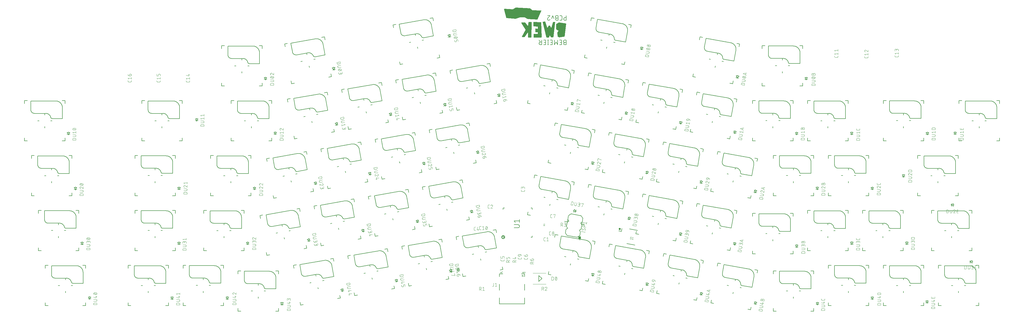
<source format=gbr>
G04 EAGLE Gerber RS-274X export*
G75*
%MOMM*%
%FSLAX34Y34*%
%LPD*%
%INSilkscreen Top*%
%IPPOS*%
%AMOC8*
5,1,8,0,0,1.08239X$1,22.5*%
G01*
%ADD10C,0.279400*%
%ADD11C,0.152400*%
%ADD12C,0.127000*%
%ADD13C,0.101600*%
%ADD14C,0.203200*%
%ADD15C,0.025400*%
%ADD16C,0.100000*%
%ADD17C,0.050800*%
%ADD18C,0.300000*%
%ADD19C,0.076200*%

G36*
X1633588Y922367D02*
X1633588Y922367D01*
X1633740Y922374D01*
X1633755Y922379D01*
X1633770Y922380D01*
X1633915Y922426D01*
X1634060Y922469D01*
X1634073Y922477D01*
X1634088Y922482D01*
X1634218Y922561D01*
X1634348Y922637D01*
X1634359Y922648D01*
X1634372Y922656D01*
X1634479Y922764D01*
X1634588Y922869D01*
X1634596Y922881D01*
X1634607Y922893D01*
X1634779Y923179D01*
X1634781Y923183D01*
X1634783Y923187D01*
X1647604Y952204D01*
X1647608Y952214D01*
X1647613Y952223D01*
X1647656Y952374D01*
X1647702Y952523D01*
X1647702Y952533D01*
X1647705Y952544D01*
X1647712Y952700D01*
X1647721Y952856D01*
X1647719Y952866D01*
X1647719Y952877D01*
X1647689Y953030D01*
X1647660Y953184D01*
X1647656Y953194D01*
X1647654Y953204D01*
X1647588Y953345D01*
X1647523Y953488D01*
X1647517Y953497D01*
X1647512Y953506D01*
X1647415Y953628D01*
X1647318Y953751D01*
X1647310Y953758D01*
X1647303Y953766D01*
X1647179Y953862D01*
X1647057Y953958D01*
X1647047Y953963D01*
X1647039Y953969D01*
X1646895Y954033D01*
X1646754Y954098D01*
X1646743Y954100D01*
X1646733Y954104D01*
X1646653Y954117D01*
X1646426Y954161D01*
X1646394Y954159D01*
X1646366Y954164D01*
X1616308Y954993D01*
X1608107Y961278D01*
X1608049Y961312D01*
X1607997Y961354D01*
X1607906Y961396D01*
X1607820Y961448D01*
X1607756Y961467D01*
X1607695Y961495D01*
X1607609Y961511D01*
X1607500Y961544D01*
X1607405Y961550D01*
X1607329Y961564D01*
X1559817Y964013D01*
X1559738Y964008D01*
X1559660Y964012D01*
X1559573Y963996D01*
X1559484Y963990D01*
X1559409Y963966D01*
X1559332Y963952D01*
X1559260Y963919D01*
X1559166Y963889D01*
X1559072Y963832D01*
X1558994Y963795D01*
X1549355Y957642D01*
X1520012Y959674D01*
X1519882Y959667D01*
X1519751Y959668D01*
X1519715Y959659D01*
X1519679Y959657D01*
X1519554Y959620D01*
X1519426Y959589D01*
X1519394Y959572D01*
X1519359Y959562D01*
X1519246Y959496D01*
X1519130Y959436D01*
X1519103Y959412D01*
X1519071Y959393D01*
X1518977Y959302D01*
X1518879Y959216D01*
X1518858Y959186D01*
X1518831Y959161D01*
X1518762Y959050D01*
X1518686Y958944D01*
X1518673Y958910D01*
X1518654Y958879D01*
X1518612Y958755D01*
X1518564Y958633D01*
X1518559Y958597D01*
X1518548Y958562D01*
X1518537Y958432D01*
X1518519Y958303D01*
X1518523Y958269D01*
X1518520Y958230D01*
X1518552Y958027D01*
X1518563Y957933D01*
X1526163Y928419D01*
X1526169Y928405D01*
X1526171Y928389D01*
X1526230Y928249D01*
X1526284Y928108D01*
X1526293Y928096D01*
X1526299Y928081D01*
X1526389Y927959D01*
X1526476Y927835D01*
X1526488Y927825D01*
X1526497Y927812D01*
X1526613Y927715D01*
X1526727Y927615D01*
X1526741Y927608D01*
X1526753Y927598D01*
X1526889Y927531D01*
X1527022Y927461D01*
X1527038Y927457D01*
X1527052Y927450D01*
X1527143Y927431D01*
X1527346Y927381D01*
X1527384Y927381D01*
X1527416Y927375D01*
X1558644Y925159D01*
X1558724Y925163D01*
X1558804Y925157D01*
X1558881Y925171D01*
X1558978Y925176D01*
X1559085Y925207D01*
X1559171Y925223D01*
X1573931Y929971D01*
X1589295Y929971D01*
X1600704Y924088D01*
X1600809Y924049D01*
X1600910Y924002D01*
X1600960Y923993D01*
X1601017Y923972D01*
X1601175Y923953D01*
X1601276Y923934D01*
X1633437Y922356D01*
X1633588Y922367D01*
G37*
G36*
X1672777Y860011D02*
X1672777Y860011D01*
X1672860Y860030D01*
X1672945Y860039D01*
X1673022Y860066D01*
X1673102Y860084D01*
X1673179Y860122D01*
X1673259Y860151D01*
X1673328Y860196D01*
X1673401Y860232D01*
X1673467Y860287D01*
X1673538Y860334D01*
X1673594Y860394D01*
X1673657Y860447D01*
X1673707Y860516D01*
X1673765Y860579D01*
X1673800Y860643D01*
X1673854Y860717D01*
X1673899Y860826D01*
X1673942Y860906D01*
X1676531Y867745D01*
X1681125Y860870D01*
X1681138Y860854D01*
X1681148Y860836D01*
X1681246Y860728D01*
X1681342Y860617D01*
X1681359Y860605D01*
X1681373Y860590D01*
X1681494Y860508D01*
X1681613Y860422D01*
X1681632Y860415D01*
X1681649Y860403D01*
X1681787Y860352D01*
X1681922Y860298D01*
X1681943Y860295D01*
X1681962Y860288D01*
X1682061Y860278D01*
X1682252Y860250D01*
X1682295Y860254D01*
X1682333Y860250D01*
X1687524Y860426D01*
X1687754Y860426D01*
X1687906Y860444D01*
X1688057Y860459D01*
X1688071Y860464D01*
X1688085Y860466D01*
X1688228Y860520D01*
X1688372Y860570D01*
X1688384Y860578D01*
X1688397Y860583D01*
X1688523Y860669D01*
X1688651Y860752D01*
X1688661Y860763D01*
X1688673Y860771D01*
X1688775Y860885D01*
X1688879Y860996D01*
X1688886Y861008D01*
X1688896Y861019D01*
X1688969Y861154D01*
X1689043Y861287D01*
X1689047Y861299D01*
X1689054Y861313D01*
X1689138Y861636D01*
X1689138Y861642D01*
X1689139Y861646D01*
X1695616Y912726D01*
X1695617Y912888D01*
X1695619Y913049D01*
X1695618Y913054D01*
X1695618Y913059D01*
X1695581Y913218D01*
X1695545Y913374D01*
X1695542Y913379D01*
X1695541Y913384D01*
X1695466Y913530D01*
X1695395Y913672D01*
X1695392Y913676D01*
X1695389Y913681D01*
X1695283Y913804D01*
X1695179Y913926D01*
X1695175Y913930D01*
X1695171Y913934D01*
X1695040Y914027D01*
X1694909Y914122D01*
X1694904Y914124D01*
X1694899Y914127D01*
X1694749Y914187D01*
X1694600Y914248D01*
X1694595Y914249D01*
X1694590Y914251D01*
X1694259Y914297D01*
X1694244Y914296D01*
X1694231Y914298D01*
X1688986Y914298D01*
X1688944Y914293D01*
X1688901Y914295D01*
X1688779Y914273D01*
X1688655Y914258D01*
X1688615Y914243D01*
X1688572Y914235D01*
X1688459Y914184D01*
X1688343Y914141D01*
X1688307Y914116D01*
X1688268Y914099D01*
X1688170Y914022D01*
X1688067Y913952D01*
X1688038Y913920D01*
X1688004Y913894D01*
X1687927Y913797D01*
X1687844Y913704D01*
X1687824Y913666D01*
X1687797Y913633D01*
X1687756Y913540D01*
X1687686Y913411D01*
X1687669Y913345D01*
X1687646Y913292D01*
X1681653Y892738D01*
X1677328Y900858D01*
X1677289Y900913D01*
X1677259Y900972D01*
X1677194Y901049D01*
X1677137Y901131D01*
X1677087Y901176D01*
X1677043Y901226D01*
X1676962Y901285D01*
X1676886Y901352D01*
X1676827Y901383D01*
X1676773Y901422D01*
X1676680Y901460D01*
X1676591Y901507D01*
X1676526Y901523D01*
X1676464Y901548D01*
X1676377Y901560D01*
X1676267Y901587D01*
X1676171Y901587D01*
X1676095Y901598D01*
X1673504Y901598D01*
X1673399Y901585D01*
X1673292Y901581D01*
X1673234Y901565D01*
X1673173Y901558D01*
X1673074Y901520D01*
X1672971Y901492D01*
X1672918Y901462D01*
X1672861Y901441D01*
X1672773Y901381D01*
X1672680Y901328D01*
X1672636Y901287D01*
X1672585Y901252D01*
X1672514Y901174D01*
X1672436Y901101D01*
X1672406Y901054D01*
X1672362Y901004D01*
X1672291Y900872D01*
X1672237Y900787D01*
X1668363Y892395D01*
X1661939Y914344D01*
X1661902Y914430D01*
X1661874Y914520D01*
X1661836Y914583D01*
X1661807Y914651D01*
X1661751Y914726D01*
X1661703Y914806D01*
X1661651Y914859D01*
X1661607Y914918D01*
X1661535Y914977D01*
X1661469Y915044D01*
X1661406Y915082D01*
X1661349Y915129D01*
X1661265Y915170D01*
X1661185Y915219D01*
X1661115Y915242D01*
X1661048Y915274D01*
X1660957Y915293D01*
X1660868Y915322D01*
X1660801Y915326D01*
X1660722Y915343D01*
X1660592Y915339D01*
X1660496Y915344D01*
X1653688Y914844D01*
X1653664Y914839D01*
X1653640Y914840D01*
X1653501Y914807D01*
X1653360Y914780D01*
X1653338Y914770D01*
X1653315Y914764D01*
X1653187Y914700D01*
X1653057Y914640D01*
X1653039Y914625D01*
X1653017Y914614D01*
X1652909Y914522D01*
X1652796Y914432D01*
X1652782Y914413D01*
X1652763Y914398D01*
X1652680Y914282D01*
X1652592Y914168D01*
X1652582Y914147D01*
X1652568Y914127D01*
X1652514Y913995D01*
X1652456Y913864D01*
X1652452Y913840D01*
X1652443Y913818D01*
X1652422Y913676D01*
X1652396Y913536D01*
X1652398Y913512D01*
X1652394Y913488D01*
X1652405Y913387D01*
X1652416Y913203D01*
X1652430Y913158D01*
X1652434Y913118D01*
X1665387Y860470D01*
X1665437Y860336D01*
X1665483Y860201D01*
X1665496Y860180D01*
X1665504Y860158D01*
X1665585Y860040D01*
X1665662Y859919D01*
X1665679Y859902D01*
X1665693Y859882D01*
X1665799Y859787D01*
X1665902Y859688D01*
X1665923Y859676D01*
X1665941Y859660D01*
X1666068Y859592D01*
X1666191Y859521D01*
X1666214Y859514D01*
X1666236Y859502D01*
X1666374Y859467D01*
X1666511Y859426D01*
X1666534Y859426D01*
X1666559Y859419D01*
X1666832Y859416D01*
X1666883Y859414D01*
X1672777Y860011D01*
G37*
G36*
X1710171Y860319D02*
X1710171Y860319D01*
X1710268Y860323D01*
X1727279Y863291D01*
X1727318Y863303D01*
X1727359Y863308D01*
X1727478Y863351D01*
X1727599Y863388D01*
X1727634Y863408D01*
X1727672Y863422D01*
X1727777Y863493D01*
X1727886Y863557D01*
X1727916Y863585D01*
X1727950Y863608D01*
X1728035Y863701D01*
X1728125Y863789D01*
X1728147Y863824D01*
X1728175Y863854D01*
X1728235Y863965D01*
X1728302Y864072D01*
X1728315Y864111D01*
X1728335Y864147D01*
X1728360Y864246D01*
X1728407Y864389D01*
X1728413Y864454D01*
X1728426Y864508D01*
X1733314Y907177D01*
X1733314Y907220D01*
X1733321Y907261D01*
X1733313Y907386D01*
X1733312Y907511D01*
X1733302Y907552D01*
X1733299Y907594D01*
X1733262Y907713D01*
X1733231Y907834D01*
X1733211Y907872D01*
X1733199Y907913D01*
X1733134Y908019D01*
X1733076Y908130D01*
X1733048Y908161D01*
X1733026Y908198D01*
X1732937Y908286D01*
X1732855Y908380D01*
X1732820Y908404D01*
X1732790Y908434D01*
X1732683Y908499D01*
X1732581Y908570D01*
X1732541Y908585D01*
X1732505Y908607D01*
X1732407Y908637D01*
X1732269Y908690D01*
X1732203Y908698D01*
X1732148Y908715D01*
X1709137Y912410D01*
X1709022Y912415D01*
X1708908Y912428D01*
X1708856Y912421D01*
X1708804Y912423D01*
X1708691Y912401D01*
X1708577Y912386D01*
X1708532Y912368D01*
X1708477Y912357D01*
X1708328Y912287D01*
X1708231Y912248D01*
X1699794Y907501D01*
X1699754Y907471D01*
X1699708Y907448D01*
X1699620Y907373D01*
X1699525Y907304D01*
X1699493Y907265D01*
X1699454Y907232D01*
X1699386Y907138D01*
X1699311Y907048D01*
X1699288Y907003D01*
X1699259Y906962D01*
X1699214Y906854D01*
X1699163Y906749D01*
X1699152Y906700D01*
X1699133Y906653D01*
X1699120Y906556D01*
X1699090Y906424D01*
X1699091Y906347D01*
X1699083Y906284D01*
X1699083Y889258D01*
X1699084Y889247D01*
X1699083Y889236D01*
X1699104Y889082D01*
X1699123Y888927D01*
X1699127Y888916D01*
X1699128Y888906D01*
X1699185Y888760D01*
X1699240Y888614D01*
X1699246Y888605D01*
X1699250Y888595D01*
X1699340Y888467D01*
X1699428Y888339D01*
X1699436Y888331D01*
X1699443Y888323D01*
X1699505Y888269D01*
X1699676Y888116D01*
X1699705Y888100D01*
X1699727Y888082D01*
X1707042Y883401D01*
X1702965Y877679D01*
X1702896Y877553D01*
X1702823Y877430D01*
X1702816Y877407D01*
X1702805Y877386D01*
X1702768Y877247D01*
X1702726Y877110D01*
X1702726Y877088D01*
X1702719Y877063D01*
X1702713Y876786D01*
X1702711Y876738D01*
X1703877Y864293D01*
X1703909Y864149D01*
X1703936Y864005D01*
X1703944Y863987D01*
X1703948Y863967D01*
X1704012Y863835D01*
X1704073Y863701D01*
X1704085Y863685D01*
X1704094Y863667D01*
X1704188Y863554D01*
X1704278Y863438D01*
X1704293Y863427D01*
X1704307Y863410D01*
X1704569Y863216D01*
X1704574Y863212D01*
X1709334Y860486D01*
X1709453Y860436D01*
X1709570Y860379D01*
X1709607Y860371D01*
X1709641Y860356D01*
X1709769Y860336D01*
X1709896Y860308D01*
X1709931Y860309D01*
X1709971Y860303D01*
X1710171Y860319D01*
G37*
G36*
X1611616Y860172D02*
X1611616Y860172D01*
X1611833Y860172D01*
X1611896Y860179D01*
X1611959Y860177D01*
X1612061Y860199D01*
X1612164Y860212D01*
X1612224Y860234D01*
X1612285Y860247D01*
X1612379Y860292D01*
X1612477Y860329D01*
X1612529Y860365D01*
X1612586Y860392D01*
X1612666Y860458D01*
X1612752Y860517D01*
X1612795Y860564D01*
X1612843Y860604D01*
X1612906Y860688D01*
X1612975Y860765D01*
X1613005Y860821D01*
X1613043Y860871D01*
X1613084Y860967D01*
X1613133Y861059D01*
X1613149Y861120D01*
X1613174Y861178D01*
X1613187Y861268D01*
X1613217Y861382D01*
X1613218Y861473D01*
X1613229Y861547D01*
X1614017Y912626D01*
X1614011Y912683D01*
X1614014Y912740D01*
X1613993Y912848D01*
X1613982Y912958D01*
X1613963Y913012D01*
X1613952Y913068D01*
X1613907Y913168D01*
X1613869Y913272D01*
X1613838Y913320D01*
X1613814Y913372D01*
X1613746Y913458D01*
X1613686Y913550D01*
X1613644Y913589D01*
X1613608Y913634D01*
X1613522Y913702D01*
X1613441Y913777D01*
X1613391Y913805D01*
X1613346Y913841D01*
X1613246Y913886D01*
X1613150Y913940D01*
X1613094Y913955D01*
X1613042Y913979D01*
X1612950Y913995D01*
X1612828Y914028D01*
X1612744Y914031D01*
X1612675Y914043D01*
X1604572Y914360D01*
X1604545Y914358D01*
X1604518Y914361D01*
X1604379Y914345D01*
X1604239Y914334D01*
X1604213Y914325D01*
X1604187Y914322D01*
X1604056Y914273D01*
X1603922Y914229D01*
X1603899Y914214D01*
X1603874Y914205D01*
X1603758Y914126D01*
X1603640Y914051D01*
X1603621Y914032D01*
X1603598Y914017D01*
X1603505Y913913D01*
X1603407Y913812D01*
X1603393Y913789D01*
X1603375Y913769D01*
X1603309Y913646D01*
X1603238Y913525D01*
X1603230Y913499D01*
X1603217Y913475D01*
X1603193Y913375D01*
X1603141Y913205D01*
X1603139Y913155D01*
X1603129Y913114D01*
X1601660Y899364D01*
X1592553Y911650D01*
X1592463Y911745D01*
X1592379Y911844D01*
X1592349Y911865D01*
X1592323Y911892D01*
X1592214Y911963D01*
X1592109Y912039D01*
X1592074Y912053D01*
X1592043Y912073D01*
X1591920Y912116D01*
X1591800Y912165D01*
X1591766Y912170D01*
X1591728Y912183D01*
X1591526Y912202D01*
X1591431Y912215D01*
X1579951Y912215D01*
X1579825Y912200D01*
X1579699Y912192D01*
X1579660Y912180D01*
X1579619Y912175D01*
X1579501Y912131D01*
X1579380Y912093D01*
X1579345Y912072D01*
X1579307Y912058D01*
X1579203Y911986D01*
X1579094Y911921D01*
X1579065Y911893D01*
X1579032Y911870D01*
X1578947Y911776D01*
X1578857Y911687D01*
X1578836Y911652D01*
X1578808Y911622D01*
X1578749Y911510D01*
X1578682Y911403D01*
X1578670Y911364D01*
X1578651Y911328D01*
X1578619Y911205D01*
X1578580Y911085D01*
X1578577Y911044D01*
X1578567Y911005D01*
X1578565Y910879D01*
X1578556Y910752D01*
X1578563Y910712D01*
X1578562Y910671D01*
X1578590Y910548D01*
X1578612Y910423D01*
X1578627Y910389D01*
X1578637Y910346D01*
X1578723Y910175D01*
X1578764Y910083D01*
X1592941Y887191D01*
X1580732Y863533D01*
X1580721Y863504D01*
X1580705Y863477D01*
X1580663Y863348D01*
X1580616Y863220D01*
X1580612Y863189D01*
X1580602Y863160D01*
X1580592Y863024D01*
X1580577Y862889D01*
X1580580Y862858D01*
X1580578Y862827D01*
X1580601Y862693D01*
X1580617Y862558D01*
X1580628Y862529D01*
X1580634Y862498D01*
X1580687Y862374D01*
X1580735Y862246D01*
X1580753Y862220D01*
X1580765Y862192D01*
X1580847Y862083D01*
X1580924Y861971D01*
X1580947Y861950D01*
X1580966Y861925D01*
X1581071Y861839D01*
X1581173Y861748D01*
X1581200Y861734D01*
X1581224Y861714D01*
X1581347Y861656D01*
X1581467Y861591D01*
X1581497Y861584D01*
X1581525Y861570D01*
X1581627Y861550D01*
X1581790Y861508D01*
X1581845Y861508D01*
X1581891Y861499D01*
X1588152Y861131D01*
X1588166Y861131D01*
X1588180Y861129D01*
X1588208Y861132D01*
X1588233Y861128D01*
X1588234Y861128D01*
X1588359Y861143D01*
X1588485Y861151D01*
X1588498Y861155D01*
X1588512Y861156D01*
X1588538Y861165D01*
X1588565Y861168D01*
X1588683Y861212D01*
X1588804Y861250D01*
X1588816Y861257D01*
X1588829Y861261D01*
X1588852Y861276D01*
X1588877Y861285D01*
X1588981Y861356D01*
X1589090Y861421D01*
X1589100Y861431D01*
X1589112Y861439D01*
X1589129Y861457D01*
X1589153Y861473D01*
X1589237Y861567D01*
X1589327Y861656D01*
X1589346Y861686D01*
X1589367Y861709D01*
X1601648Y878782D01*
X1601870Y861111D01*
X1601883Y861010D01*
X1601887Y860908D01*
X1601905Y860845D01*
X1601914Y860780D01*
X1601951Y860685D01*
X1601979Y860587D01*
X1602012Y860530D01*
X1602035Y860469D01*
X1602094Y860386D01*
X1602144Y860297D01*
X1602189Y860250D01*
X1602227Y860196D01*
X1602303Y860129D01*
X1602373Y860055D01*
X1602429Y860019D01*
X1602478Y859976D01*
X1602568Y859929D01*
X1602654Y859873D01*
X1602715Y859852D01*
X1602773Y859822D01*
X1602872Y859797D01*
X1602969Y859764D01*
X1603028Y859759D01*
X1603097Y859742D01*
X1603240Y859742D01*
X1603340Y859734D01*
X1611616Y860172D01*
G37*
G36*
X1647176Y859928D02*
X1647176Y859928D01*
X1647264Y859929D01*
X1647341Y859948D01*
X1647420Y859958D01*
X1647502Y859989D01*
X1647588Y860010D01*
X1647658Y860047D01*
X1647732Y860075D01*
X1647805Y860125D01*
X1647883Y860166D01*
X1647942Y860218D01*
X1648008Y860263D01*
X1648067Y860329D01*
X1648133Y860387D01*
X1648178Y860452D01*
X1648231Y860511D01*
X1648272Y860589D01*
X1648323Y860661D01*
X1648351Y860735D01*
X1648389Y860805D01*
X1648411Y860891D01*
X1648442Y860973D01*
X1648450Y861044D01*
X1648472Y861128D01*
X1648474Y861251D01*
X1648484Y861343D01*
X1647443Y911889D01*
X1647439Y911919D01*
X1647440Y911949D01*
X1647415Y912083D01*
X1647396Y912219D01*
X1647385Y912247D01*
X1647380Y912277D01*
X1647323Y912402D01*
X1647273Y912529D01*
X1647255Y912553D01*
X1647243Y912581D01*
X1647158Y912689D01*
X1647079Y912801D01*
X1647056Y912820D01*
X1647038Y912844D01*
X1646930Y912929D01*
X1646826Y913019D01*
X1646800Y913032D01*
X1646776Y913051D01*
X1646651Y913108D01*
X1646529Y913170D01*
X1646500Y913177D01*
X1646473Y913190D01*
X1646371Y913208D01*
X1646205Y913247D01*
X1646151Y913247D01*
X1646106Y913255D01*
X1621493Y914296D01*
X1621370Y914287D01*
X1621247Y914285D01*
X1621205Y914274D01*
X1621161Y914271D01*
X1621044Y914232D01*
X1620924Y914201D01*
X1620886Y914180D01*
X1620844Y914167D01*
X1620739Y914101D01*
X1620630Y914043D01*
X1620598Y914014D01*
X1620561Y913990D01*
X1620474Y913902D01*
X1620383Y913820D01*
X1620358Y913783D01*
X1620327Y913752D01*
X1620264Y913646D01*
X1620195Y913544D01*
X1620179Y913503D01*
X1620157Y913465D01*
X1620121Y913347D01*
X1620078Y913232D01*
X1620073Y913191D01*
X1620060Y913146D01*
X1620049Y912962D01*
X1620039Y912861D01*
X1620402Y900256D01*
X1620403Y900248D01*
X1620403Y900240D01*
X1620428Y900082D01*
X1620451Y899926D01*
X1620454Y899919D01*
X1620456Y899911D01*
X1620518Y899763D01*
X1620578Y899617D01*
X1620582Y899611D01*
X1620585Y899603D01*
X1620681Y899475D01*
X1620774Y899347D01*
X1620779Y899342D01*
X1620784Y899335D01*
X1620907Y899234D01*
X1621028Y899131D01*
X1621035Y899127D01*
X1621041Y899122D01*
X1621183Y899053D01*
X1621326Y898982D01*
X1621334Y898980D01*
X1621341Y898976D01*
X1621410Y898963D01*
X1621651Y898907D01*
X1621681Y898908D01*
X1621706Y898903D01*
X1635538Y897991D01*
X1635726Y890495D01*
X1627966Y890939D01*
X1627852Y890932D01*
X1627739Y890933D01*
X1627686Y890921D01*
X1627633Y890918D01*
X1627524Y890884D01*
X1627413Y890859D01*
X1627366Y890835D01*
X1627314Y890819D01*
X1627217Y890760D01*
X1627115Y890709D01*
X1627074Y890675D01*
X1627028Y890647D01*
X1626948Y890567D01*
X1626861Y890493D01*
X1626830Y890450D01*
X1626792Y890412D01*
X1626732Y890315D01*
X1626665Y890223D01*
X1626645Y890173D01*
X1626617Y890128D01*
X1626582Y890019D01*
X1626539Y889914D01*
X1626533Y889865D01*
X1626515Y889810D01*
X1626504Y889648D01*
X1626490Y889545D01*
X1626490Y880059D01*
X1626494Y880026D01*
X1626491Y879992D01*
X1626514Y879860D01*
X1626530Y879728D01*
X1626541Y879696D01*
X1626547Y879663D01*
X1626600Y879540D01*
X1626647Y879416D01*
X1626666Y879388D01*
X1626679Y879357D01*
X1626760Y879250D01*
X1626835Y879140D01*
X1626860Y879117D01*
X1626880Y879091D01*
X1626984Y879006D01*
X1627083Y878917D01*
X1627113Y878901D01*
X1627139Y878880D01*
X1627259Y878822D01*
X1627377Y878759D01*
X1627410Y878751D01*
X1627440Y878736D01*
X1627541Y878716D01*
X1627700Y878675D01*
X1627757Y878675D01*
X1627806Y878665D01*
X1635304Y878233D01*
X1635304Y872388D01*
X1622142Y872388D01*
X1622082Y872380D01*
X1622022Y872383D01*
X1621917Y872361D01*
X1621811Y872348D01*
X1621755Y872327D01*
X1621695Y872314D01*
X1621599Y872268D01*
X1621499Y872231D01*
X1621449Y872197D01*
X1621394Y872171D01*
X1621311Y872103D01*
X1621223Y872043D01*
X1621183Y871998D01*
X1621136Y871959D01*
X1621072Y871874D01*
X1621000Y871794D01*
X1620971Y871741D01*
X1620935Y871693D01*
X1620893Y871595D01*
X1620842Y871501D01*
X1620827Y871442D01*
X1620803Y871387D01*
X1620789Y871296D01*
X1620758Y871178D01*
X1620757Y871090D01*
X1620746Y871019D01*
X1620557Y861341D01*
X1620565Y861256D01*
X1620564Y861167D01*
X1620582Y861087D01*
X1620590Y861009D01*
X1620619Y860929D01*
X1620639Y860841D01*
X1620675Y860769D01*
X1620701Y860695D01*
X1620748Y860623D01*
X1620788Y860543D01*
X1620841Y860481D01*
X1620884Y860416D01*
X1620947Y860357D01*
X1621004Y860289D01*
X1621070Y860242D01*
X1621128Y860188D01*
X1621203Y860145D01*
X1621275Y860093D01*
X1621349Y860063D01*
X1621418Y860024D01*
X1621502Y860001D01*
X1621584Y859967D01*
X1621655Y859958D01*
X1621740Y859934D01*
X1621861Y859930D01*
X1621953Y859918D01*
X1647088Y859918D01*
X1647176Y859928D01*
G37*
G36*
X1783052Y161528D02*
X1783052Y161528D01*
X1783126Y161527D01*
X1783217Y161548D01*
X1783310Y161559D01*
X1783379Y161585D01*
X1783451Y161602D01*
X1783534Y161644D01*
X1783622Y161676D01*
X1783683Y161718D01*
X1783749Y161751D01*
X1783820Y161812D01*
X1783897Y161865D01*
X1783947Y161920D01*
X1784003Y161967D01*
X1784058Y162043D01*
X1784121Y162113D01*
X1784156Y162178D01*
X1784199Y162238D01*
X1784234Y162324D01*
X1784278Y162406D01*
X1784297Y162478D01*
X1784325Y162547D01*
X1784336Y162628D01*
X1784362Y162729D01*
X1784364Y162834D01*
X1784375Y162916D01*
X1784375Y168478D01*
X1784366Y168552D01*
X1784367Y168626D01*
X1784346Y168716D01*
X1784335Y168809D01*
X1784309Y168879D01*
X1784292Y168951D01*
X1784250Y169034D01*
X1784217Y169122D01*
X1784176Y169183D01*
X1784143Y169249D01*
X1784082Y169320D01*
X1784029Y169397D01*
X1783974Y169447D01*
X1783927Y169503D01*
X1783851Y169558D01*
X1783781Y169620D01*
X1783716Y169655D01*
X1783656Y169699D01*
X1783570Y169734D01*
X1783487Y169778D01*
X1783416Y169797D01*
X1783347Y169825D01*
X1783266Y169836D01*
X1783165Y169862D01*
X1783060Y169863D01*
X1782978Y169874D01*
X1777390Y169874D01*
X1777317Y169866D01*
X1777243Y169867D01*
X1777152Y169846D01*
X1777059Y169835D01*
X1776990Y169809D01*
X1776918Y169792D01*
X1776834Y169750D01*
X1776747Y169717D01*
X1776686Y169676D01*
X1776620Y169642D01*
X1776549Y169582D01*
X1776471Y169529D01*
X1776422Y169474D01*
X1776365Y169426D01*
X1776311Y169351D01*
X1776248Y169281D01*
X1776213Y169216D01*
X1776170Y169156D01*
X1776134Y169070D01*
X1776090Y168987D01*
X1776072Y168916D01*
X1776044Y168847D01*
X1776033Y168765D01*
X1776007Y168664D01*
X1776005Y168560D01*
X1775994Y168478D01*
X1775994Y162916D01*
X1776003Y162842D01*
X1776002Y162768D01*
X1776023Y162677D01*
X1776034Y162584D01*
X1776060Y162515D01*
X1776077Y162443D01*
X1776118Y162360D01*
X1776151Y162272D01*
X1776193Y162211D01*
X1776226Y162145D01*
X1776287Y162074D01*
X1776339Y161996D01*
X1776394Y161947D01*
X1776442Y161891D01*
X1776518Y161836D01*
X1776587Y161773D01*
X1776653Y161738D01*
X1776712Y161695D01*
X1776799Y161660D01*
X1776881Y161615D01*
X1776953Y161597D01*
X1777021Y161569D01*
X1777103Y161558D01*
X1777204Y161532D01*
X1777309Y161530D01*
X1777390Y161519D01*
X1782978Y161519D01*
X1783052Y161528D01*
G37*
D10*
X1510085Y167970D02*
X1510087Y168111D01*
X1510093Y168252D01*
X1510103Y168392D01*
X1510117Y168532D01*
X1510135Y168672D01*
X1510156Y168811D01*
X1510182Y168950D01*
X1510211Y169088D01*
X1510245Y169224D01*
X1510282Y169360D01*
X1510323Y169495D01*
X1510368Y169629D01*
X1510417Y169761D01*
X1510469Y169892D01*
X1510525Y170021D01*
X1510585Y170148D01*
X1510648Y170274D01*
X1510714Y170398D01*
X1510785Y170521D01*
X1510858Y170641D01*
X1510935Y170759D01*
X1511015Y170875D01*
X1511099Y170988D01*
X1511185Y171099D01*
X1511275Y171208D01*
X1511368Y171314D01*
X1511463Y171417D01*
X1511562Y171518D01*
X1511663Y171616D01*
X1511767Y171711D01*
X1511874Y171803D01*
X1511983Y171892D01*
X1512095Y171977D01*
X1512209Y172060D01*
X1512325Y172140D01*
X1512444Y172216D01*
X1512565Y172288D01*
X1512687Y172358D01*
X1512812Y172423D01*
X1512938Y172486D01*
X1513066Y172544D01*
X1513196Y172599D01*
X1513327Y172651D01*
X1513460Y172698D01*
X1513594Y172742D01*
X1513729Y172783D01*
X1513865Y172819D01*
X1514002Y172851D01*
X1514140Y172880D01*
X1514278Y172905D01*
X1514418Y172925D01*
X1514558Y172942D01*
X1514698Y172955D01*
X1514839Y172964D01*
X1514979Y172969D01*
X1515120Y172970D01*
X1515261Y172967D01*
X1515402Y172960D01*
X1515542Y172949D01*
X1515682Y172934D01*
X1515822Y172915D01*
X1515961Y172893D01*
X1516099Y172866D01*
X1516237Y172836D01*
X1516373Y172801D01*
X1516509Y172763D01*
X1516643Y172721D01*
X1516777Y172675D01*
X1516909Y172626D01*
X1517039Y172572D01*
X1517168Y172515D01*
X1517295Y172455D01*
X1517421Y172391D01*
X1517544Y172323D01*
X1517666Y172252D01*
X1517786Y172178D01*
X1517903Y172100D01*
X1518018Y172019D01*
X1518131Y171935D01*
X1518242Y171848D01*
X1518350Y171757D01*
X1518455Y171664D01*
X1518558Y171567D01*
X1518658Y171468D01*
X1518755Y171366D01*
X1518849Y171261D01*
X1518940Y171154D01*
X1519028Y171044D01*
X1519113Y170932D01*
X1519195Y170817D01*
X1519274Y170700D01*
X1519349Y170581D01*
X1519421Y170460D01*
X1519489Y170337D01*
X1519554Y170212D01*
X1519616Y170085D01*
X1519673Y169956D01*
X1519728Y169826D01*
X1519778Y169695D01*
X1519825Y169562D01*
X1519868Y169428D01*
X1519907Y169292D01*
X1519942Y169156D01*
X1519974Y169019D01*
X1520001Y168881D01*
X1520025Y168742D01*
X1520045Y168602D01*
X1520061Y168462D01*
X1520073Y168322D01*
X1520081Y168181D01*
X1520085Y168040D01*
X1520085Y167900D01*
X1520081Y167759D01*
X1520073Y167618D01*
X1520061Y167478D01*
X1520045Y167338D01*
X1520025Y167198D01*
X1520001Y167059D01*
X1519974Y166921D01*
X1519942Y166784D01*
X1519907Y166648D01*
X1519868Y166512D01*
X1519825Y166378D01*
X1519778Y166245D01*
X1519728Y166114D01*
X1519673Y165984D01*
X1519616Y165855D01*
X1519554Y165728D01*
X1519489Y165603D01*
X1519421Y165480D01*
X1519349Y165359D01*
X1519274Y165240D01*
X1519195Y165123D01*
X1519113Y165008D01*
X1519028Y164896D01*
X1518940Y164786D01*
X1518849Y164679D01*
X1518755Y164574D01*
X1518658Y164472D01*
X1518558Y164373D01*
X1518455Y164276D01*
X1518350Y164183D01*
X1518242Y164092D01*
X1518131Y164005D01*
X1518018Y163921D01*
X1517903Y163840D01*
X1517786Y163762D01*
X1517666Y163688D01*
X1517544Y163617D01*
X1517421Y163549D01*
X1517295Y163485D01*
X1517168Y163425D01*
X1517039Y163368D01*
X1516909Y163314D01*
X1516777Y163265D01*
X1516643Y163219D01*
X1516509Y163177D01*
X1516373Y163139D01*
X1516237Y163104D01*
X1516099Y163074D01*
X1515961Y163047D01*
X1515822Y163025D01*
X1515682Y163006D01*
X1515542Y162991D01*
X1515402Y162980D01*
X1515261Y162973D01*
X1515120Y162970D01*
X1514979Y162971D01*
X1514839Y162976D01*
X1514698Y162985D01*
X1514558Y162998D01*
X1514418Y163015D01*
X1514278Y163035D01*
X1514140Y163060D01*
X1514002Y163089D01*
X1513865Y163121D01*
X1513729Y163157D01*
X1513594Y163198D01*
X1513460Y163242D01*
X1513327Y163289D01*
X1513196Y163341D01*
X1513066Y163396D01*
X1512938Y163454D01*
X1512812Y163517D01*
X1512687Y163582D01*
X1512565Y163652D01*
X1512444Y163724D01*
X1512325Y163800D01*
X1512209Y163880D01*
X1512095Y163963D01*
X1511983Y164048D01*
X1511874Y164137D01*
X1511767Y164229D01*
X1511663Y164324D01*
X1511562Y164422D01*
X1511463Y164523D01*
X1511368Y164626D01*
X1511275Y164732D01*
X1511185Y164841D01*
X1511099Y164952D01*
X1511015Y165065D01*
X1510935Y165181D01*
X1510858Y165299D01*
X1510785Y165419D01*
X1510714Y165542D01*
X1510648Y165666D01*
X1510585Y165792D01*
X1510525Y165919D01*
X1510469Y166048D01*
X1510417Y166179D01*
X1510368Y166311D01*
X1510323Y166445D01*
X1510282Y166580D01*
X1510245Y166716D01*
X1510211Y166852D01*
X1510182Y166990D01*
X1510156Y167129D01*
X1510135Y167268D01*
X1510117Y167408D01*
X1510103Y167548D01*
X1510093Y167688D01*
X1510087Y167829D01*
X1510085Y167970D01*
D11*
X1728730Y842529D02*
X1733245Y842529D01*
X1728730Y842529D02*
X1728597Y842531D01*
X1728465Y842537D01*
X1728333Y842547D01*
X1728201Y842560D01*
X1728069Y842578D01*
X1727939Y842599D01*
X1727808Y842624D01*
X1727679Y842653D01*
X1727551Y842686D01*
X1727423Y842722D01*
X1727297Y842762D01*
X1727172Y842806D01*
X1727048Y842854D01*
X1726926Y842905D01*
X1726805Y842960D01*
X1726686Y843018D01*
X1726568Y843080D01*
X1726453Y843145D01*
X1726339Y843214D01*
X1726228Y843285D01*
X1726119Y843361D01*
X1726012Y843439D01*
X1725907Y843520D01*
X1725805Y843605D01*
X1725705Y843692D01*
X1725608Y843782D01*
X1725513Y843875D01*
X1725422Y843971D01*
X1725333Y844069D01*
X1725247Y844170D01*
X1725164Y844274D01*
X1725084Y844380D01*
X1725008Y844488D01*
X1724934Y844598D01*
X1724864Y844711D01*
X1724797Y844825D01*
X1724734Y844942D01*
X1724674Y845060D01*
X1724617Y845180D01*
X1724564Y845302D01*
X1724515Y845425D01*
X1724469Y845549D01*
X1724427Y845675D01*
X1724389Y845802D01*
X1724354Y845930D01*
X1724323Y846059D01*
X1724296Y846188D01*
X1724273Y846319D01*
X1724253Y846450D01*
X1724238Y846582D01*
X1724226Y846714D01*
X1724218Y846846D01*
X1724214Y846979D01*
X1724214Y847111D01*
X1724218Y847244D01*
X1724226Y847376D01*
X1724238Y847508D01*
X1724253Y847640D01*
X1724273Y847771D01*
X1724296Y847902D01*
X1724323Y848031D01*
X1724354Y848160D01*
X1724389Y848288D01*
X1724427Y848415D01*
X1724469Y848541D01*
X1724515Y848665D01*
X1724564Y848788D01*
X1724617Y848910D01*
X1724674Y849030D01*
X1724734Y849148D01*
X1724797Y849265D01*
X1724864Y849379D01*
X1724934Y849492D01*
X1725008Y849602D01*
X1725084Y849710D01*
X1725164Y849816D01*
X1725247Y849920D01*
X1725333Y850021D01*
X1725422Y850119D01*
X1725513Y850215D01*
X1725608Y850308D01*
X1725705Y850398D01*
X1725805Y850485D01*
X1725907Y850570D01*
X1726012Y850651D01*
X1726119Y850729D01*
X1726228Y850805D01*
X1726339Y850876D01*
X1726453Y850945D01*
X1726568Y851010D01*
X1726686Y851072D01*
X1726805Y851130D01*
X1726926Y851185D01*
X1727048Y851236D01*
X1727172Y851284D01*
X1727297Y851328D01*
X1727423Y851368D01*
X1727551Y851404D01*
X1727679Y851437D01*
X1727808Y851466D01*
X1727939Y851491D01*
X1728069Y851512D01*
X1728201Y851530D01*
X1728333Y851543D01*
X1728465Y851553D01*
X1728597Y851559D01*
X1728730Y851561D01*
X1728730Y851560D02*
X1733245Y851560D01*
X1733245Y835304D01*
X1728730Y835304D01*
X1728730Y835305D02*
X1728611Y835307D01*
X1728491Y835313D01*
X1728372Y835323D01*
X1728254Y835337D01*
X1728135Y835354D01*
X1728018Y835376D01*
X1727901Y835401D01*
X1727786Y835431D01*
X1727671Y835464D01*
X1727557Y835501D01*
X1727445Y835541D01*
X1727334Y835586D01*
X1727225Y835634D01*
X1727117Y835685D01*
X1727011Y835740D01*
X1726907Y835799D01*
X1726805Y835861D01*
X1726705Y835926D01*
X1726607Y835995D01*
X1726511Y836067D01*
X1726418Y836142D01*
X1726328Y836219D01*
X1726240Y836300D01*
X1726155Y836384D01*
X1726073Y836471D01*
X1725993Y836560D01*
X1725917Y836652D01*
X1725843Y836746D01*
X1725773Y836843D01*
X1725706Y836941D01*
X1725642Y837042D01*
X1725582Y837146D01*
X1725525Y837251D01*
X1725472Y837358D01*
X1725422Y837466D01*
X1725376Y837576D01*
X1725334Y837688D01*
X1725295Y837801D01*
X1725260Y837915D01*
X1725229Y838030D01*
X1725201Y838147D01*
X1725178Y838264D01*
X1725158Y838381D01*
X1725142Y838500D01*
X1725130Y838619D01*
X1725122Y838738D01*
X1725118Y838857D01*
X1725118Y838977D01*
X1725122Y839096D01*
X1725130Y839215D01*
X1725142Y839334D01*
X1725158Y839453D01*
X1725178Y839570D01*
X1725201Y839687D01*
X1725229Y839804D01*
X1725260Y839919D01*
X1725295Y840033D01*
X1725334Y840146D01*
X1725376Y840258D01*
X1725422Y840368D01*
X1725472Y840476D01*
X1725525Y840583D01*
X1725582Y840688D01*
X1725642Y840792D01*
X1725706Y840893D01*
X1725773Y840991D01*
X1725843Y841088D01*
X1725917Y841182D01*
X1725993Y841274D01*
X1726073Y841363D01*
X1726155Y841450D01*
X1726240Y841534D01*
X1726328Y841615D01*
X1726418Y841692D01*
X1726511Y841767D01*
X1726607Y841839D01*
X1726705Y841908D01*
X1726805Y841973D01*
X1726907Y842035D01*
X1727011Y842094D01*
X1727117Y842149D01*
X1727225Y842200D01*
X1727334Y842248D01*
X1727445Y842293D01*
X1727557Y842333D01*
X1727671Y842370D01*
X1727786Y842403D01*
X1727901Y842433D01*
X1728018Y842458D01*
X1728135Y842480D01*
X1728254Y842497D01*
X1728372Y842511D01*
X1728491Y842521D01*
X1728611Y842527D01*
X1728730Y842529D01*
X1717795Y851560D02*
X1710570Y851560D01*
X1717795Y851560D02*
X1717795Y835304D01*
X1710570Y835304D01*
X1712376Y842529D02*
X1717795Y842529D01*
X1704139Y835304D02*
X1704139Y851560D01*
X1698720Y844336D02*
X1704139Y835304D01*
X1698720Y844336D02*
X1693302Y835304D01*
X1693302Y851560D01*
X1685491Y851560D02*
X1678266Y851560D01*
X1685491Y851560D02*
X1685491Y835304D01*
X1678266Y835304D01*
X1680072Y842529D02*
X1685491Y842529D01*
X1671105Y835304D02*
X1671105Y851560D01*
X1672911Y851560D02*
X1669299Y851560D01*
X1669299Y835304D02*
X1672911Y835304D01*
X1662565Y851560D02*
X1655340Y851560D01*
X1662565Y851560D02*
X1662565Y835304D01*
X1655340Y835304D01*
X1657146Y842529D02*
X1662565Y842529D01*
X1648956Y835304D02*
X1648956Y851560D01*
X1648956Y835304D02*
X1644440Y835304D01*
X1644307Y835306D01*
X1644175Y835312D01*
X1644043Y835322D01*
X1643911Y835335D01*
X1643779Y835353D01*
X1643649Y835374D01*
X1643518Y835399D01*
X1643389Y835428D01*
X1643261Y835461D01*
X1643133Y835497D01*
X1643007Y835537D01*
X1642882Y835581D01*
X1642758Y835629D01*
X1642636Y835680D01*
X1642515Y835735D01*
X1642396Y835793D01*
X1642278Y835855D01*
X1642163Y835920D01*
X1642049Y835989D01*
X1641938Y836060D01*
X1641829Y836136D01*
X1641722Y836214D01*
X1641617Y836295D01*
X1641515Y836380D01*
X1641415Y836467D01*
X1641318Y836557D01*
X1641223Y836650D01*
X1641132Y836746D01*
X1641043Y836844D01*
X1640957Y836945D01*
X1640874Y837049D01*
X1640794Y837155D01*
X1640718Y837263D01*
X1640644Y837373D01*
X1640574Y837486D01*
X1640507Y837600D01*
X1640444Y837717D01*
X1640384Y837835D01*
X1640327Y837955D01*
X1640274Y838077D01*
X1640225Y838200D01*
X1640179Y838324D01*
X1640137Y838450D01*
X1640099Y838577D01*
X1640064Y838705D01*
X1640033Y838834D01*
X1640006Y838963D01*
X1639983Y839094D01*
X1639963Y839225D01*
X1639948Y839357D01*
X1639936Y839489D01*
X1639928Y839621D01*
X1639924Y839754D01*
X1639924Y839886D01*
X1639928Y840019D01*
X1639936Y840151D01*
X1639948Y840283D01*
X1639963Y840415D01*
X1639983Y840546D01*
X1640006Y840677D01*
X1640033Y840806D01*
X1640064Y840935D01*
X1640099Y841063D01*
X1640137Y841190D01*
X1640179Y841316D01*
X1640225Y841440D01*
X1640274Y841563D01*
X1640327Y841685D01*
X1640384Y841805D01*
X1640444Y841923D01*
X1640507Y842040D01*
X1640574Y842154D01*
X1640644Y842267D01*
X1640718Y842377D01*
X1640794Y842485D01*
X1640874Y842591D01*
X1640957Y842695D01*
X1641043Y842796D01*
X1641132Y842894D01*
X1641223Y842990D01*
X1641318Y843083D01*
X1641415Y843173D01*
X1641515Y843260D01*
X1641617Y843345D01*
X1641722Y843426D01*
X1641829Y843504D01*
X1641938Y843580D01*
X1642049Y843651D01*
X1642163Y843720D01*
X1642278Y843785D01*
X1642396Y843847D01*
X1642515Y843905D01*
X1642636Y843960D01*
X1642758Y844011D01*
X1642882Y844059D01*
X1643007Y844103D01*
X1643133Y844143D01*
X1643261Y844179D01*
X1643389Y844212D01*
X1643518Y844241D01*
X1643649Y844266D01*
X1643779Y844287D01*
X1643911Y844305D01*
X1644043Y844318D01*
X1644175Y844328D01*
X1644307Y844334D01*
X1644440Y844336D01*
X1648956Y844336D01*
X1643537Y844336D02*
X1639925Y851560D01*
X1733931Y920064D02*
X1733931Y936320D01*
X1733931Y920064D02*
X1729415Y920064D01*
X1729282Y920066D01*
X1729150Y920072D01*
X1729018Y920082D01*
X1728886Y920095D01*
X1728754Y920113D01*
X1728624Y920134D01*
X1728493Y920159D01*
X1728364Y920188D01*
X1728236Y920221D01*
X1728108Y920257D01*
X1727982Y920297D01*
X1727857Y920341D01*
X1727733Y920389D01*
X1727611Y920440D01*
X1727490Y920495D01*
X1727371Y920553D01*
X1727253Y920615D01*
X1727138Y920680D01*
X1727024Y920749D01*
X1726913Y920820D01*
X1726804Y920896D01*
X1726697Y920974D01*
X1726592Y921055D01*
X1726490Y921140D01*
X1726390Y921227D01*
X1726293Y921317D01*
X1726198Y921410D01*
X1726107Y921506D01*
X1726018Y921604D01*
X1725932Y921705D01*
X1725849Y921809D01*
X1725769Y921915D01*
X1725693Y922023D01*
X1725619Y922133D01*
X1725549Y922246D01*
X1725482Y922360D01*
X1725419Y922477D01*
X1725359Y922595D01*
X1725302Y922715D01*
X1725249Y922837D01*
X1725200Y922960D01*
X1725154Y923084D01*
X1725112Y923210D01*
X1725074Y923337D01*
X1725039Y923465D01*
X1725008Y923594D01*
X1724981Y923723D01*
X1724958Y923854D01*
X1724938Y923985D01*
X1724923Y924117D01*
X1724911Y924249D01*
X1724903Y924381D01*
X1724899Y924514D01*
X1724899Y924646D01*
X1724903Y924779D01*
X1724911Y924911D01*
X1724923Y925043D01*
X1724938Y925175D01*
X1724958Y925306D01*
X1724981Y925437D01*
X1725008Y925566D01*
X1725039Y925695D01*
X1725074Y925823D01*
X1725112Y925950D01*
X1725154Y926076D01*
X1725200Y926200D01*
X1725249Y926323D01*
X1725302Y926445D01*
X1725359Y926565D01*
X1725419Y926683D01*
X1725482Y926800D01*
X1725549Y926914D01*
X1725619Y927027D01*
X1725693Y927137D01*
X1725769Y927245D01*
X1725849Y927351D01*
X1725932Y927455D01*
X1726018Y927556D01*
X1726107Y927654D01*
X1726198Y927750D01*
X1726293Y927843D01*
X1726390Y927933D01*
X1726490Y928020D01*
X1726592Y928105D01*
X1726697Y928186D01*
X1726804Y928264D01*
X1726913Y928340D01*
X1727024Y928411D01*
X1727138Y928480D01*
X1727253Y928545D01*
X1727371Y928607D01*
X1727490Y928665D01*
X1727611Y928720D01*
X1727733Y928771D01*
X1727857Y928819D01*
X1727982Y928863D01*
X1728108Y928903D01*
X1728236Y928939D01*
X1728364Y928972D01*
X1728493Y929001D01*
X1728624Y929026D01*
X1728754Y929047D01*
X1728886Y929065D01*
X1729018Y929078D01*
X1729150Y929088D01*
X1729282Y929094D01*
X1729415Y929096D01*
X1729415Y929095D02*
X1733931Y929095D01*
X1715459Y936320D02*
X1711846Y936320D01*
X1715459Y936320D02*
X1715577Y936318D01*
X1715695Y936312D01*
X1715813Y936303D01*
X1715930Y936289D01*
X1716047Y936272D01*
X1716164Y936251D01*
X1716279Y936226D01*
X1716394Y936197D01*
X1716508Y936164D01*
X1716620Y936128D01*
X1716731Y936088D01*
X1716841Y936045D01*
X1716950Y935998D01*
X1717057Y935948D01*
X1717162Y935893D01*
X1717265Y935836D01*
X1717366Y935775D01*
X1717466Y935711D01*
X1717563Y935644D01*
X1717658Y935574D01*
X1717750Y935500D01*
X1717841Y935424D01*
X1717928Y935344D01*
X1718013Y935262D01*
X1718095Y935177D01*
X1718175Y935090D01*
X1718251Y934999D01*
X1718325Y934907D01*
X1718395Y934812D01*
X1718462Y934715D01*
X1718526Y934615D01*
X1718587Y934514D01*
X1718644Y934411D01*
X1718699Y934306D01*
X1718749Y934199D01*
X1718796Y934090D01*
X1718839Y933980D01*
X1718879Y933869D01*
X1718915Y933757D01*
X1718948Y933643D01*
X1718977Y933528D01*
X1719002Y933413D01*
X1719023Y933296D01*
X1719040Y933179D01*
X1719054Y933062D01*
X1719063Y932944D01*
X1719069Y932826D01*
X1719071Y932708D01*
X1719071Y923677D01*
X1719072Y923677D02*
X1719070Y923559D01*
X1719064Y923441D01*
X1719055Y923323D01*
X1719041Y923205D01*
X1719024Y923088D01*
X1719003Y922972D01*
X1718978Y922857D01*
X1718949Y922742D01*
X1718916Y922628D01*
X1718880Y922516D01*
X1718840Y922404D01*
X1718797Y922294D01*
X1718750Y922186D01*
X1718699Y922079D01*
X1718645Y921974D01*
X1718588Y921871D01*
X1718527Y921769D01*
X1718463Y921670D01*
X1718396Y921573D01*
X1718325Y921478D01*
X1718252Y921385D01*
X1718175Y921295D01*
X1718096Y921207D01*
X1718014Y921122D01*
X1717929Y921040D01*
X1717841Y920961D01*
X1717751Y920884D01*
X1717658Y920811D01*
X1717564Y920740D01*
X1717466Y920673D01*
X1717367Y920609D01*
X1717266Y920548D01*
X1717162Y920491D01*
X1717057Y920437D01*
X1716950Y920386D01*
X1716842Y920339D01*
X1716732Y920296D01*
X1716620Y920256D01*
X1716508Y920220D01*
X1716394Y920187D01*
X1716279Y920158D01*
X1716164Y920133D01*
X1716048Y920112D01*
X1715931Y920095D01*
X1715813Y920081D01*
X1715695Y920072D01*
X1715577Y920066D01*
X1715459Y920064D01*
X1711846Y920064D01*
X1705274Y927289D02*
X1700758Y927289D01*
X1700625Y927291D01*
X1700493Y927297D01*
X1700361Y927307D01*
X1700229Y927320D01*
X1700097Y927338D01*
X1699967Y927359D01*
X1699836Y927384D01*
X1699707Y927413D01*
X1699579Y927446D01*
X1699451Y927482D01*
X1699325Y927522D01*
X1699200Y927566D01*
X1699076Y927614D01*
X1698954Y927665D01*
X1698833Y927720D01*
X1698714Y927778D01*
X1698596Y927840D01*
X1698481Y927905D01*
X1698367Y927974D01*
X1698256Y928045D01*
X1698147Y928121D01*
X1698040Y928199D01*
X1697935Y928280D01*
X1697833Y928365D01*
X1697733Y928452D01*
X1697636Y928542D01*
X1697541Y928635D01*
X1697450Y928731D01*
X1697361Y928829D01*
X1697275Y928930D01*
X1697192Y929034D01*
X1697112Y929140D01*
X1697036Y929248D01*
X1696962Y929358D01*
X1696892Y929471D01*
X1696825Y929585D01*
X1696762Y929702D01*
X1696702Y929820D01*
X1696645Y929940D01*
X1696592Y930062D01*
X1696543Y930185D01*
X1696497Y930309D01*
X1696455Y930435D01*
X1696417Y930562D01*
X1696382Y930690D01*
X1696351Y930819D01*
X1696324Y930948D01*
X1696301Y931079D01*
X1696281Y931210D01*
X1696266Y931342D01*
X1696254Y931474D01*
X1696246Y931606D01*
X1696242Y931739D01*
X1696242Y931871D01*
X1696246Y932004D01*
X1696254Y932136D01*
X1696266Y932268D01*
X1696281Y932400D01*
X1696301Y932531D01*
X1696324Y932662D01*
X1696351Y932791D01*
X1696382Y932920D01*
X1696417Y933048D01*
X1696455Y933175D01*
X1696497Y933301D01*
X1696543Y933425D01*
X1696592Y933548D01*
X1696645Y933670D01*
X1696702Y933790D01*
X1696762Y933908D01*
X1696825Y934025D01*
X1696892Y934139D01*
X1696962Y934252D01*
X1697036Y934362D01*
X1697112Y934470D01*
X1697192Y934576D01*
X1697275Y934680D01*
X1697361Y934781D01*
X1697450Y934879D01*
X1697541Y934975D01*
X1697636Y935068D01*
X1697733Y935158D01*
X1697833Y935245D01*
X1697935Y935330D01*
X1698040Y935411D01*
X1698147Y935489D01*
X1698256Y935565D01*
X1698367Y935636D01*
X1698481Y935705D01*
X1698596Y935770D01*
X1698714Y935832D01*
X1698833Y935890D01*
X1698954Y935945D01*
X1699076Y935996D01*
X1699200Y936044D01*
X1699325Y936088D01*
X1699451Y936128D01*
X1699579Y936164D01*
X1699707Y936197D01*
X1699836Y936226D01*
X1699967Y936251D01*
X1700097Y936272D01*
X1700229Y936290D01*
X1700361Y936303D01*
X1700493Y936313D01*
X1700625Y936319D01*
X1700758Y936321D01*
X1700758Y936320D02*
X1705274Y936320D01*
X1705274Y920064D01*
X1700758Y920064D01*
X1700758Y920065D02*
X1700639Y920067D01*
X1700519Y920073D01*
X1700400Y920083D01*
X1700282Y920097D01*
X1700163Y920114D01*
X1700046Y920136D01*
X1699929Y920161D01*
X1699814Y920191D01*
X1699699Y920224D01*
X1699585Y920261D01*
X1699473Y920301D01*
X1699362Y920346D01*
X1699253Y920394D01*
X1699145Y920445D01*
X1699039Y920500D01*
X1698935Y920559D01*
X1698833Y920621D01*
X1698733Y920686D01*
X1698635Y920755D01*
X1698539Y920827D01*
X1698446Y920902D01*
X1698356Y920979D01*
X1698268Y921060D01*
X1698183Y921144D01*
X1698101Y921231D01*
X1698021Y921320D01*
X1697945Y921412D01*
X1697871Y921506D01*
X1697801Y921603D01*
X1697734Y921701D01*
X1697670Y921802D01*
X1697610Y921906D01*
X1697553Y922011D01*
X1697500Y922118D01*
X1697450Y922226D01*
X1697404Y922336D01*
X1697362Y922448D01*
X1697323Y922561D01*
X1697288Y922675D01*
X1697257Y922790D01*
X1697229Y922907D01*
X1697206Y923024D01*
X1697186Y923141D01*
X1697170Y923260D01*
X1697158Y923379D01*
X1697150Y923498D01*
X1697146Y923617D01*
X1697146Y923737D01*
X1697150Y923856D01*
X1697158Y923975D01*
X1697170Y924094D01*
X1697186Y924213D01*
X1697206Y924330D01*
X1697229Y924447D01*
X1697257Y924564D01*
X1697288Y924679D01*
X1697323Y924793D01*
X1697362Y924906D01*
X1697404Y925018D01*
X1697450Y925128D01*
X1697500Y925236D01*
X1697553Y925343D01*
X1697610Y925448D01*
X1697670Y925552D01*
X1697734Y925653D01*
X1697801Y925751D01*
X1697871Y925848D01*
X1697945Y925942D01*
X1698021Y926034D01*
X1698101Y926123D01*
X1698183Y926210D01*
X1698268Y926294D01*
X1698356Y926375D01*
X1698446Y926452D01*
X1698539Y926527D01*
X1698635Y926599D01*
X1698733Y926668D01*
X1698833Y926733D01*
X1698935Y926795D01*
X1699039Y926854D01*
X1699145Y926909D01*
X1699253Y926960D01*
X1699362Y927008D01*
X1699473Y927053D01*
X1699585Y927093D01*
X1699699Y927130D01*
X1699814Y927163D01*
X1699929Y927193D01*
X1700046Y927218D01*
X1700163Y927240D01*
X1700282Y927257D01*
X1700400Y927271D01*
X1700519Y927281D01*
X1700639Y927287D01*
X1700758Y927289D01*
X1691035Y925483D02*
X1687422Y936320D01*
X1683810Y925483D01*
X1672903Y920064D02*
X1672778Y920066D01*
X1672653Y920072D01*
X1672528Y920081D01*
X1672404Y920095D01*
X1672280Y920112D01*
X1672156Y920133D01*
X1672034Y920158D01*
X1671912Y920187D01*
X1671791Y920219D01*
X1671671Y920255D01*
X1671552Y920295D01*
X1671435Y920338D01*
X1671319Y920385D01*
X1671204Y920436D01*
X1671092Y920490D01*
X1670980Y920548D01*
X1670871Y920608D01*
X1670764Y920673D01*
X1670658Y920740D01*
X1670555Y920811D01*
X1670454Y920885D01*
X1670355Y920962D01*
X1670259Y921042D01*
X1670165Y921125D01*
X1670074Y921210D01*
X1669985Y921299D01*
X1669900Y921390D01*
X1669817Y921484D01*
X1669737Y921580D01*
X1669660Y921679D01*
X1669586Y921780D01*
X1669515Y921883D01*
X1669448Y921989D01*
X1669383Y922096D01*
X1669323Y922205D01*
X1669265Y922317D01*
X1669211Y922429D01*
X1669160Y922544D01*
X1669113Y922660D01*
X1669070Y922777D01*
X1669030Y922896D01*
X1668994Y923016D01*
X1668962Y923137D01*
X1668933Y923259D01*
X1668908Y923381D01*
X1668887Y923505D01*
X1668870Y923629D01*
X1668856Y923753D01*
X1668847Y923878D01*
X1668841Y924003D01*
X1668839Y924128D01*
X1672903Y920064D02*
X1673046Y920066D01*
X1673188Y920072D01*
X1673331Y920082D01*
X1673473Y920095D01*
X1673614Y920113D01*
X1673756Y920134D01*
X1673896Y920159D01*
X1674036Y920188D01*
X1674175Y920221D01*
X1674313Y920258D01*
X1674450Y920298D01*
X1674585Y920342D01*
X1674720Y920390D01*
X1674853Y920442D01*
X1674985Y920497D01*
X1675115Y920556D01*
X1675243Y920618D01*
X1675370Y920684D01*
X1675495Y920753D01*
X1675618Y920825D01*
X1675739Y920901D01*
X1675857Y920980D01*
X1675974Y921063D01*
X1676088Y921148D01*
X1676200Y921237D01*
X1676309Y921328D01*
X1676416Y921423D01*
X1676521Y921520D01*
X1676622Y921621D01*
X1676721Y921724D01*
X1676817Y921830D01*
X1676910Y921938D01*
X1677000Y922049D01*
X1677087Y922162D01*
X1677171Y922277D01*
X1677251Y922395D01*
X1677329Y922515D01*
X1677403Y922637D01*
X1677473Y922761D01*
X1677541Y922887D01*
X1677605Y923015D01*
X1677665Y923144D01*
X1677722Y923275D01*
X1677775Y923407D01*
X1677824Y923541D01*
X1677870Y923676D01*
X1670194Y927289D02*
X1670100Y927197D01*
X1670010Y927103D01*
X1669922Y927006D01*
X1669837Y926906D01*
X1669755Y926804D01*
X1669677Y926699D01*
X1669601Y926592D01*
X1669529Y926483D01*
X1669460Y926372D01*
X1669394Y926258D01*
X1669332Y926143D01*
X1669273Y926026D01*
X1669218Y925907D01*
X1669167Y925787D01*
X1669119Y925665D01*
X1669074Y925542D01*
X1669034Y925418D01*
X1668997Y925292D01*
X1668964Y925165D01*
X1668935Y925038D01*
X1668909Y924909D01*
X1668888Y924780D01*
X1668870Y924650D01*
X1668857Y924520D01*
X1668847Y924390D01*
X1668841Y924259D01*
X1668839Y924128D01*
X1670193Y927289D02*
X1677870Y936320D01*
X1668839Y936320D01*
D12*
X-22590Y380920D02*
X-27590Y380920D01*
X-47590Y400920D02*
X-47590Y405920D01*
X-67590Y380920D02*
X-72590Y380920D01*
X-47590Y360920D02*
X-47590Y355920D01*
X13370Y388540D02*
X13370Y426640D01*
X-95850Y419020D02*
X-95850Y449500D01*
X-83150Y406320D02*
X-45050Y406320D01*
X-83150Y406320D02*
X-83457Y406324D01*
X-83764Y406335D01*
X-84070Y406353D01*
X-84376Y406379D01*
X-84681Y406413D01*
X-84985Y406453D01*
X-85288Y406501D01*
X-85590Y406557D01*
X-85890Y406619D01*
X-86189Y406689D01*
X-86486Y406766D01*
X-86782Y406850D01*
X-87075Y406942D01*
X-87365Y407040D01*
X-87653Y407145D01*
X-87939Y407258D01*
X-88222Y407377D01*
X-88502Y407503D01*
X-88779Y407635D01*
X-89052Y407775D01*
X-89322Y407921D01*
X-89588Y408073D01*
X-89851Y408232D01*
X-90110Y408397D01*
X-90364Y408568D01*
X-90615Y408745D01*
X-90861Y408929D01*
X-91103Y409118D01*
X-91339Y409313D01*
X-91572Y409514D01*
X-91799Y409720D01*
X-92021Y409932D01*
X-92238Y410149D01*
X-92450Y410371D01*
X-92656Y410598D01*
X-92857Y410831D01*
X-93052Y411067D01*
X-93241Y411309D01*
X-93425Y411555D01*
X-93602Y411806D01*
X-93773Y412060D01*
X-93938Y412319D01*
X-94097Y412582D01*
X-94249Y412848D01*
X-94395Y413118D01*
X-94535Y413391D01*
X-94667Y413668D01*
X-94793Y413948D01*
X-94912Y414231D01*
X-95025Y414517D01*
X-95130Y414805D01*
X-95228Y415095D01*
X-95320Y415388D01*
X-95404Y415684D01*
X-95481Y415981D01*
X-95551Y416280D01*
X-95613Y416580D01*
X-95669Y416882D01*
X-95717Y417185D01*
X-95757Y417489D01*
X-95791Y417794D01*
X-95817Y418100D01*
X-95835Y418406D01*
X-95846Y418713D01*
X-95850Y419020D01*
X-95850Y449500D02*
X-9490Y449500D01*
X-8938Y449493D01*
X-8386Y449473D01*
X-7834Y449440D01*
X-7284Y449393D01*
X-6735Y449333D01*
X-6187Y449260D01*
X-5641Y449174D01*
X-5098Y449074D01*
X-4557Y448961D01*
X-4019Y448836D01*
X-3485Y448697D01*
X-2953Y448545D01*
X-2426Y448381D01*
X-1903Y448204D01*
X-1384Y448014D01*
X-870Y447812D01*
X-361Y447598D01*
X143Y447371D01*
X641Y447132D01*
X1134Y446882D01*
X1620Y446619D01*
X2099Y446345D01*
X2572Y446059D01*
X3038Y445762D01*
X3496Y445453D01*
X3947Y445134D01*
X4390Y444804D01*
X4825Y444463D01*
X5251Y444112D01*
X5669Y443751D01*
X6078Y443380D01*
X6478Y442999D01*
X6869Y442608D01*
X7250Y442208D01*
X7621Y441799D01*
X7982Y441381D01*
X8333Y440955D01*
X8674Y440520D01*
X9004Y440077D01*
X9323Y439626D01*
X9632Y439168D01*
X9929Y438702D01*
X10215Y438229D01*
X10489Y437750D01*
X10752Y437264D01*
X11002Y436771D01*
X11241Y436273D01*
X11468Y435769D01*
X11682Y435260D01*
X11884Y434746D01*
X12074Y434227D01*
X12251Y433704D01*
X12415Y433177D01*
X12567Y432645D01*
X12706Y432111D01*
X12831Y431573D01*
X12944Y431032D01*
X13044Y430489D01*
X13130Y429943D01*
X13203Y429395D01*
X13263Y428846D01*
X13310Y428296D01*
X13343Y427744D01*
X13363Y427192D01*
X13370Y426640D01*
X13370Y388540D02*
X-22190Y388540D01*
X-27271Y393620D02*
X-27379Y394021D01*
X-27498Y394420D01*
X-27627Y394817D01*
X-27765Y395209D01*
X-27912Y395598D01*
X-28070Y395984D01*
X-28236Y396366D01*
X-28412Y396743D01*
X-28597Y397116D01*
X-28791Y397484D01*
X-28994Y397848D01*
X-29206Y398206D01*
X-29427Y398559D01*
X-29656Y398906D01*
X-29894Y399248D01*
X-30140Y399584D01*
X-30394Y399914D01*
X-30656Y400237D01*
X-30926Y400554D01*
X-31204Y400864D01*
X-31489Y401168D01*
X-31781Y401464D01*
X-32081Y401753D01*
X-32388Y402035D01*
X-32701Y402308D01*
X-33021Y402575D01*
X-33348Y402833D01*
X-33681Y403083D01*
X-34019Y403325D01*
X-34364Y403559D01*
X-34714Y403784D01*
X-35070Y404000D01*
X-35431Y404208D01*
X-35796Y404407D01*
X-36167Y404597D01*
X-36542Y404777D01*
X-36922Y404949D01*
X-37305Y405111D01*
X-37692Y405263D01*
X-38083Y405406D01*
X-38478Y405540D01*
X-38875Y405663D01*
X-39276Y405777D01*
X-39679Y405882D01*
X-40084Y405976D01*
X-40492Y406060D01*
X-40902Y406134D01*
X-41313Y406199D01*
X-41726Y406253D01*
X-42140Y406297D01*
X-42555Y406330D01*
X-42970Y406354D01*
X-43386Y406368D01*
X-43803Y406371D01*
X-44219Y406364D01*
X-44635Y406347D01*
X-45050Y406319D01*
X-27271Y393619D02*
X-27242Y393466D01*
X-27209Y393313D01*
X-27172Y393162D01*
X-27132Y393011D01*
X-27088Y392861D01*
X-27040Y392712D01*
X-26988Y392565D01*
X-26933Y392419D01*
X-26874Y392274D01*
X-26812Y392131D01*
X-26746Y391990D01*
X-26676Y391850D01*
X-26603Y391712D01*
X-26527Y391576D01*
X-26447Y391441D01*
X-26364Y391309D01*
X-26278Y391179D01*
X-26188Y391051D01*
X-26095Y390925D01*
X-26000Y390802D01*
X-25901Y390681D01*
X-25799Y390563D01*
X-25694Y390447D01*
X-25586Y390334D01*
X-25476Y390224D01*
X-25363Y390116D01*
X-25247Y390011D01*
X-25129Y389909D01*
X-25008Y389810D01*
X-24885Y389715D01*
X-24759Y389622D01*
X-24631Y389532D01*
X-24501Y389446D01*
X-24369Y389363D01*
X-24235Y389283D01*
X-24098Y389207D01*
X-23960Y389134D01*
X-23820Y389064D01*
X-23679Y388998D01*
X-23536Y388936D01*
X-23391Y388877D01*
X-23245Y388822D01*
X-23098Y388770D01*
X-22949Y388722D01*
X-22799Y388678D01*
X-22648Y388638D01*
X-22497Y388601D01*
X-22344Y388568D01*
X-22191Y388539D01*
X-117590Y320920D02*
X-117590Y310920D01*
X22410Y310920D02*
X22410Y320920D01*
X-117590Y440920D02*
X-117590Y450920D01*
X-117590Y310920D02*
X-107590Y310920D01*
X12410Y310920D02*
X22410Y310920D01*
X-107590Y450920D02*
X-117590Y450920D01*
X22410Y450920D02*
X22410Y440920D01*
X22410Y450920D02*
X12410Y450920D01*
X330540Y381000D02*
X335540Y381000D01*
X310540Y401000D02*
X310540Y406000D01*
X290540Y381000D02*
X285540Y381000D01*
X310540Y361000D02*
X310540Y356000D01*
X371500Y388620D02*
X371500Y426720D01*
X262280Y419100D02*
X262280Y449580D01*
X274980Y406400D02*
X313080Y406400D01*
X274980Y406400D02*
X274673Y406404D01*
X274366Y406415D01*
X274060Y406433D01*
X273754Y406459D01*
X273449Y406493D01*
X273145Y406533D01*
X272842Y406581D01*
X272540Y406637D01*
X272240Y406699D01*
X271941Y406769D01*
X271644Y406846D01*
X271348Y406930D01*
X271055Y407022D01*
X270765Y407120D01*
X270477Y407225D01*
X270191Y407338D01*
X269908Y407457D01*
X269628Y407583D01*
X269351Y407715D01*
X269078Y407855D01*
X268808Y408001D01*
X268542Y408153D01*
X268279Y408312D01*
X268020Y408477D01*
X267766Y408648D01*
X267515Y408825D01*
X267269Y409009D01*
X267027Y409198D01*
X266791Y409393D01*
X266558Y409594D01*
X266331Y409800D01*
X266109Y410012D01*
X265892Y410229D01*
X265680Y410451D01*
X265474Y410678D01*
X265273Y410911D01*
X265078Y411147D01*
X264889Y411389D01*
X264705Y411635D01*
X264528Y411886D01*
X264357Y412140D01*
X264192Y412399D01*
X264033Y412662D01*
X263881Y412928D01*
X263735Y413198D01*
X263595Y413471D01*
X263463Y413748D01*
X263337Y414028D01*
X263218Y414311D01*
X263105Y414597D01*
X263000Y414885D01*
X262902Y415175D01*
X262810Y415468D01*
X262726Y415764D01*
X262649Y416061D01*
X262579Y416360D01*
X262517Y416660D01*
X262461Y416962D01*
X262413Y417265D01*
X262373Y417569D01*
X262339Y417874D01*
X262313Y418180D01*
X262295Y418486D01*
X262284Y418793D01*
X262280Y419100D01*
X262280Y449580D02*
X348640Y449580D01*
X349192Y449573D01*
X349744Y449553D01*
X350296Y449520D01*
X350846Y449473D01*
X351395Y449413D01*
X351943Y449340D01*
X352489Y449254D01*
X353032Y449154D01*
X353573Y449041D01*
X354111Y448916D01*
X354645Y448777D01*
X355177Y448625D01*
X355704Y448461D01*
X356227Y448284D01*
X356746Y448094D01*
X357260Y447892D01*
X357769Y447678D01*
X358273Y447451D01*
X358771Y447212D01*
X359264Y446962D01*
X359750Y446699D01*
X360229Y446425D01*
X360702Y446139D01*
X361168Y445842D01*
X361626Y445533D01*
X362077Y445214D01*
X362520Y444884D01*
X362955Y444543D01*
X363381Y444192D01*
X363799Y443831D01*
X364208Y443460D01*
X364608Y443079D01*
X364999Y442688D01*
X365380Y442288D01*
X365751Y441879D01*
X366112Y441461D01*
X366463Y441035D01*
X366804Y440600D01*
X367134Y440157D01*
X367453Y439706D01*
X367762Y439248D01*
X368059Y438782D01*
X368345Y438309D01*
X368619Y437830D01*
X368882Y437344D01*
X369132Y436851D01*
X369371Y436353D01*
X369598Y435849D01*
X369812Y435340D01*
X370014Y434826D01*
X370204Y434307D01*
X370381Y433784D01*
X370545Y433257D01*
X370697Y432725D01*
X370836Y432191D01*
X370961Y431653D01*
X371074Y431112D01*
X371174Y430569D01*
X371260Y430023D01*
X371333Y429475D01*
X371393Y428926D01*
X371440Y428376D01*
X371473Y427824D01*
X371493Y427272D01*
X371500Y426720D01*
X371500Y388620D02*
X335940Y388620D01*
X330859Y393700D02*
X330751Y394101D01*
X330632Y394500D01*
X330503Y394897D01*
X330365Y395289D01*
X330218Y395678D01*
X330060Y396064D01*
X329894Y396446D01*
X329718Y396823D01*
X329533Y397196D01*
X329339Y397564D01*
X329136Y397928D01*
X328924Y398286D01*
X328703Y398639D01*
X328474Y398986D01*
X328236Y399328D01*
X327990Y399664D01*
X327736Y399994D01*
X327474Y400317D01*
X327204Y400634D01*
X326926Y400944D01*
X326641Y401248D01*
X326349Y401544D01*
X326049Y401833D01*
X325742Y402115D01*
X325429Y402388D01*
X325109Y402655D01*
X324782Y402913D01*
X324449Y403163D01*
X324111Y403405D01*
X323766Y403639D01*
X323416Y403864D01*
X323060Y404080D01*
X322699Y404288D01*
X322334Y404487D01*
X321963Y404677D01*
X321588Y404857D01*
X321208Y405029D01*
X320825Y405191D01*
X320438Y405343D01*
X320047Y405486D01*
X319652Y405620D01*
X319255Y405743D01*
X318854Y405857D01*
X318451Y405962D01*
X318046Y406056D01*
X317638Y406140D01*
X317228Y406214D01*
X316817Y406279D01*
X316404Y406333D01*
X315990Y406377D01*
X315575Y406410D01*
X315160Y406434D01*
X314744Y406448D01*
X314327Y406451D01*
X313911Y406444D01*
X313495Y406427D01*
X313080Y406399D01*
X330859Y393699D02*
X330888Y393546D01*
X330921Y393393D01*
X330958Y393242D01*
X330998Y393091D01*
X331042Y392941D01*
X331090Y392792D01*
X331142Y392645D01*
X331197Y392499D01*
X331256Y392354D01*
X331318Y392211D01*
X331384Y392070D01*
X331454Y391930D01*
X331527Y391792D01*
X331603Y391656D01*
X331683Y391521D01*
X331766Y391389D01*
X331852Y391259D01*
X331942Y391131D01*
X332035Y391005D01*
X332130Y390882D01*
X332229Y390761D01*
X332331Y390643D01*
X332436Y390527D01*
X332544Y390414D01*
X332654Y390304D01*
X332767Y390196D01*
X332883Y390091D01*
X333001Y389989D01*
X333122Y389890D01*
X333245Y389795D01*
X333371Y389702D01*
X333499Y389612D01*
X333629Y389526D01*
X333761Y389443D01*
X333896Y389363D01*
X334032Y389287D01*
X334170Y389214D01*
X334310Y389144D01*
X334451Y389078D01*
X334594Y389016D01*
X334739Y388957D01*
X334885Y388902D01*
X335032Y388850D01*
X335181Y388802D01*
X335331Y388758D01*
X335482Y388718D01*
X335633Y388681D01*
X335786Y388648D01*
X335939Y388619D01*
X240540Y321000D02*
X240540Y311000D01*
X380540Y311000D02*
X380540Y321000D01*
X240540Y441000D02*
X240540Y451000D01*
X240540Y311000D02*
X250540Y311000D01*
X370540Y311000D02*
X380540Y311000D01*
X250540Y451000D02*
X240540Y451000D01*
X380540Y451000D02*
X380540Y441000D01*
X380540Y451000D02*
X370540Y451000D01*
X592520Y380970D02*
X597520Y380970D01*
X572520Y400970D02*
X572520Y405970D01*
X552520Y380970D02*
X547520Y380970D01*
X572520Y360970D02*
X572520Y355970D01*
X633480Y388590D02*
X633480Y426690D01*
X524260Y419070D02*
X524260Y449550D01*
X536960Y406370D02*
X575060Y406370D01*
X536960Y406370D02*
X536653Y406374D01*
X536346Y406385D01*
X536040Y406403D01*
X535734Y406429D01*
X535429Y406463D01*
X535125Y406503D01*
X534822Y406551D01*
X534520Y406607D01*
X534220Y406669D01*
X533921Y406739D01*
X533624Y406816D01*
X533328Y406900D01*
X533035Y406992D01*
X532745Y407090D01*
X532457Y407195D01*
X532171Y407308D01*
X531888Y407427D01*
X531608Y407553D01*
X531331Y407685D01*
X531058Y407825D01*
X530788Y407971D01*
X530522Y408123D01*
X530259Y408282D01*
X530000Y408447D01*
X529746Y408618D01*
X529495Y408795D01*
X529249Y408979D01*
X529007Y409168D01*
X528771Y409363D01*
X528538Y409564D01*
X528311Y409770D01*
X528089Y409982D01*
X527872Y410199D01*
X527660Y410421D01*
X527454Y410648D01*
X527253Y410881D01*
X527058Y411117D01*
X526869Y411359D01*
X526685Y411605D01*
X526508Y411856D01*
X526337Y412110D01*
X526172Y412369D01*
X526013Y412632D01*
X525861Y412898D01*
X525715Y413168D01*
X525575Y413441D01*
X525443Y413718D01*
X525317Y413998D01*
X525198Y414281D01*
X525085Y414567D01*
X524980Y414855D01*
X524882Y415145D01*
X524790Y415438D01*
X524706Y415734D01*
X524629Y416031D01*
X524559Y416330D01*
X524497Y416630D01*
X524441Y416932D01*
X524393Y417235D01*
X524353Y417539D01*
X524319Y417844D01*
X524293Y418150D01*
X524275Y418456D01*
X524264Y418763D01*
X524260Y419070D01*
X524260Y449550D02*
X610620Y449550D01*
X611172Y449543D01*
X611724Y449523D01*
X612276Y449490D01*
X612826Y449443D01*
X613375Y449383D01*
X613923Y449310D01*
X614469Y449224D01*
X615012Y449124D01*
X615553Y449011D01*
X616091Y448886D01*
X616625Y448747D01*
X617157Y448595D01*
X617684Y448431D01*
X618207Y448254D01*
X618726Y448064D01*
X619240Y447862D01*
X619749Y447648D01*
X620253Y447421D01*
X620751Y447182D01*
X621244Y446932D01*
X621730Y446669D01*
X622209Y446395D01*
X622682Y446109D01*
X623148Y445812D01*
X623606Y445503D01*
X624057Y445184D01*
X624500Y444854D01*
X624935Y444513D01*
X625361Y444162D01*
X625779Y443801D01*
X626188Y443430D01*
X626588Y443049D01*
X626979Y442658D01*
X627360Y442258D01*
X627731Y441849D01*
X628092Y441431D01*
X628443Y441005D01*
X628784Y440570D01*
X629114Y440127D01*
X629433Y439676D01*
X629742Y439218D01*
X630039Y438752D01*
X630325Y438279D01*
X630599Y437800D01*
X630862Y437314D01*
X631112Y436821D01*
X631351Y436323D01*
X631578Y435819D01*
X631792Y435310D01*
X631994Y434796D01*
X632184Y434277D01*
X632361Y433754D01*
X632525Y433227D01*
X632677Y432695D01*
X632816Y432161D01*
X632941Y431623D01*
X633054Y431082D01*
X633154Y430539D01*
X633240Y429993D01*
X633313Y429445D01*
X633373Y428896D01*
X633420Y428346D01*
X633453Y427794D01*
X633473Y427242D01*
X633480Y426690D01*
X633480Y388590D02*
X597920Y388590D01*
X592839Y393670D02*
X592731Y394071D01*
X592612Y394470D01*
X592483Y394867D01*
X592345Y395259D01*
X592198Y395648D01*
X592040Y396034D01*
X591874Y396416D01*
X591698Y396793D01*
X591513Y397166D01*
X591319Y397534D01*
X591116Y397898D01*
X590904Y398256D01*
X590683Y398609D01*
X590454Y398956D01*
X590216Y399298D01*
X589970Y399634D01*
X589716Y399964D01*
X589454Y400287D01*
X589184Y400604D01*
X588906Y400914D01*
X588621Y401218D01*
X588329Y401514D01*
X588029Y401803D01*
X587722Y402085D01*
X587409Y402358D01*
X587089Y402625D01*
X586762Y402883D01*
X586429Y403133D01*
X586091Y403375D01*
X585746Y403609D01*
X585396Y403834D01*
X585040Y404050D01*
X584679Y404258D01*
X584314Y404457D01*
X583943Y404647D01*
X583568Y404827D01*
X583188Y404999D01*
X582805Y405161D01*
X582418Y405313D01*
X582027Y405456D01*
X581632Y405590D01*
X581235Y405713D01*
X580834Y405827D01*
X580431Y405932D01*
X580026Y406026D01*
X579618Y406110D01*
X579208Y406184D01*
X578797Y406249D01*
X578384Y406303D01*
X577970Y406347D01*
X577555Y406380D01*
X577140Y406404D01*
X576724Y406418D01*
X576307Y406421D01*
X575891Y406414D01*
X575475Y406397D01*
X575060Y406369D01*
X592839Y393669D02*
X592868Y393516D01*
X592901Y393363D01*
X592938Y393212D01*
X592978Y393061D01*
X593022Y392911D01*
X593070Y392762D01*
X593122Y392615D01*
X593177Y392469D01*
X593236Y392324D01*
X593298Y392181D01*
X593364Y392040D01*
X593434Y391900D01*
X593507Y391762D01*
X593583Y391626D01*
X593663Y391491D01*
X593746Y391359D01*
X593832Y391229D01*
X593922Y391101D01*
X594015Y390975D01*
X594110Y390852D01*
X594209Y390731D01*
X594311Y390613D01*
X594416Y390497D01*
X594524Y390384D01*
X594634Y390274D01*
X594747Y390166D01*
X594863Y390061D01*
X594981Y389959D01*
X595102Y389860D01*
X595225Y389765D01*
X595351Y389672D01*
X595479Y389582D01*
X595609Y389496D01*
X595741Y389413D01*
X595876Y389333D01*
X596012Y389257D01*
X596150Y389184D01*
X596290Y389114D01*
X596431Y389048D01*
X596574Y388986D01*
X596719Y388927D01*
X596865Y388872D01*
X597012Y388820D01*
X597161Y388772D01*
X597311Y388728D01*
X597462Y388688D01*
X597613Y388651D01*
X597766Y388618D01*
X597919Y388589D01*
X502520Y320970D02*
X502520Y310970D01*
X642520Y310970D02*
X642520Y320970D01*
X502520Y440970D02*
X502520Y450970D01*
X502520Y310970D02*
X512520Y310970D01*
X632520Y310970D02*
X642520Y310970D01*
X512520Y450970D02*
X502520Y450970D01*
X642520Y450970D02*
X642520Y440970D01*
X642520Y450970D02*
X632520Y450970D01*
X797516Y386883D02*
X802440Y387751D01*
X774347Y403106D02*
X773479Y408030D01*
X758124Y379937D02*
X753200Y379069D01*
X781293Y363714D02*
X782161Y358790D01*
X836531Y401500D02*
X829915Y439021D01*
X723677Y412551D02*
X718384Y442568D01*
X738390Y402249D02*
X775911Y408865D01*
X738389Y402249D02*
X738086Y402199D01*
X737783Y402157D01*
X737478Y402122D01*
X737172Y402094D01*
X736866Y402074D01*
X736559Y402062D01*
X736252Y402056D01*
X735945Y402058D01*
X735639Y402068D01*
X735332Y402085D01*
X735026Y402109D01*
X734721Y402141D01*
X734417Y402180D01*
X734113Y402226D01*
X733811Y402280D01*
X733510Y402341D01*
X733211Y402409D01*
X732913Y402484D01*
X732618Y402567D01*
X732324Y402657D01*
X732033Y402753D01*
X731744Y402857D01*
X731458Y402968D01*
X731175Y403086D01*
X730894Y403210D01*
X730617Y403341D01*
X730343Y403479D01*
X730072Y403624D01*
X729805Y403775D01*
X729541Y403932D01*
X729281Y404096D01*
X729026Y404266D01*
X728774Y404442D01*
X728527Y404624D01*
X728285Y404812D01*
X728047Y405005D01*
X727814Y405205D01*
X727585Y405410D01*
X727362Y405620D01*
X727144Y405836D01*
X726931Y406057D01*
X726723Y406283D01*
X726521Y406514D01*
X726325Y406750D01*
X726134Y406991D01*
X725950Y407236D01*
X725771Y407486D01*
X725598Y407739D01*
X725432Y407997D01*
X725272Y408259D01*
X725118Y408524D01*
X724971Y408794D01*
X724830Y409066D01*
X724696Y409342D01*
X724568Y409622D01*
X724447Y409904D01*
X724334Y410189D01*
X724227Y410476D01*
X724127Y410767D01*
X724034Y411059D01*
X723948Y411354D01*
X723870Y411651D01*
X723798Y411949D01*
X723734Y412249D01*
X723677Y412551D01*
X718384Y442568D02*
X803432Y457564D01*
X803978Y457653D01*
X804525Y457729D01*
X805074Y457792D01*
X805624Y457842D01*
X806175Y457878D01*
X806727Y457901D01*
X807279Y457911D01*
X807832Y457907D01*
X808384Y457890D01*
X808935Y457860D01*
X809486Y457816D01*
X810036Y457759D01*
X810583Y457689D01*
X811130Y457605D01*
X811673Y457508D01*
X812215Y457399D01*
X812753Y457276D01*
X813289Y457140D01*
X813821Y456991D01*
X814349Y456830D01*
X814874Y456656D01*
X815393Y456469D01*
X815909Y456269D01*
X816419Y456058D01*
X816924Y455834D01*
X817423Y455597D01*
X817917Y455349D01*
X818404Y455089D01*
X818885Y454818D01*
X819359Y454534D01*
X819827Y454240D01*
X820287Y453934D01*
X820739Y453617D01*
X821184Y453289D01*
X821621Y452951D01*
X822049Y452602D01*
X822469Y452243D01*
X822880Y451874D01*
X823282Y451495D01*
X823675Y451107D01*
X824058Y450709D01*
X824431Y450302D01*
X824795Y449886D01*
X825148Y449461D01*
X825491Y449028D01*
X825824Y448587D01*
X826145Y448138D01*
X826456Y447681D01*
X826756Y447217D01*
X827044Y446746D01*
X827321Y446268D01*
X827586Y445783D01*
X827840Y445292D01*
X828081Y444795D01*
X828311Y444293D01*
X828528Y443785D01*
X828733Y443272D01*
X828925Y442754D01*
X829105Y442232D01*
X829272Y441705D01*
X829426Y441175D01*
X829568Y440641D01*
X829697Y440104D01*
X829812Y439563D01*
X829915Y439021D01*
X836531Y401500D02*
X801511Y395325D01*
X795625Y399446D02*
X795448Y399823D01*
X795262Y400195D01*
X795067Y400563D01*
X794863Y400926D01*
X794650Y401283D01*
X794428Y401636D01*
X794198Y401982D01*
X793959Y402324D01*
X793712Y402659D01*
X793457Y402988D01*
X793194Y403310D01*
X792923Y403626D01*
X792644Y403936D01*
X792358Y404238D01*
X792064Y404534D01*
X791764Y404822D01*
X791456Y405102D01*
X791142Y405375D01*
X790821Y405640D01*
X790494Y405898D01*
X790160Y406147D01*
X789821Y406388D01*
X789476Y406620D01*
X789125Y406844D01*
X788768Y407060D01*
X788407Y407266D01*
X788040Y407464D01*
X787669Y407653D01*
X787294Y407832D01*
X786914Y408002D01*
X786530Y408163D01*
X786142Y408315D01*
X785751Y408456D01*
X785356Y408589D01*
X784958Y408711D01*
X784557Y408824D01*
X784154Y408927D01*
X783748Y409020D01*
X783340Y409103D01*
X782930Y409176D01*
X782519Y409239D01*
X782106Y409292D01*
X781691Y409334D01*
X781276Y409367D01*
X780861Y409389D01*
X780445Y409402D01*
X780028Y409404D01*
X779612Y409395D01*
X779196Y409377D01*
X778781Y409348D01*
X778366Y409310D01*
X777953Y409261D01*
X777541Y409202D01*
X777130Y409133D01*
X776721Y409054D01*
X776315Y408964D01*
X775910Y408865D01*
X795626Y399446D02*
X795681Y399300D01*
X795740Y399155D01*
X795802Y399012D01*
X795868Y398871D01*
X795938Y398731D01*
X796011Y398593D01*
X796087Y398456D01*
X796167Y398322D01*
X796250Y398190D01*
X796336Y398060D01*
X796426Y397932D01*
X796519Y397806D01*
X796614Y397683D01*
X796713Y397562D01*
X796815Y397444D01*
X796920Y397328D01*
X797028Y397215D01*
X797138Y397105D01*
X797251Y396997D01*
X797367Y396892D01*
X797485Y396790D01*
X797606Y396691D01*
X797729Y396596D01*
X797855Y396503D01*
X797983Y396413D01*
X798113Y396327D01*
X798245Y396244D01*
X798380Y396164D01*
X798516Y396088D01*
X798654Y396015D01*
X798794Y395945D01*
X798935Y395879D01*
X799078Y395817D01*
X799223Y395758D01*
X799369Y395703D01*
X799516Y395651D01*
X799665Y395603D01*
X799815Y395559D01*
X799966Y395519D01*
X800117Y395482D01*
X800270Y395449D01*
X800423Y395420D01*
X800578Y395395D01*
X800732Y395374D01*
X800887Y395356D01*
X801043Y395343D01*
X801199Y395333D01*
X801355Y395327D01*
X801511Y395325D01*
X719302Y312166D02*
X721039Y302318D01*
X858912Y326629D02*
X857175Y336477D01*
X698465Y430343D02*
X696728Y440191D01*
X721039Y302318D02*
X730887Y304055D01*
X849064Y324892D02*
X858912Y326629D01*
X706576Y441928D02*
X696728Y440191D01*
X834601Y464502D02*
X836338Y454654D01*
X834601Y464502D02*
X824753Y462765D01*
X1056856Y626003D02*
X1061780Y626871D01*
X1033687Y642226D02*
X1032819Y647150D01*
X1017464Y619057D02*
X1012540Y618189D01*
X1040633Y602834D02*
X1041501Y597910D01*
X1095871Y640620D02*
X1089255Y678141D01*
X983017Y651671D02*
X977724Y681688D01*
X997730Y641369D02*
X1035251Y647985D01*
X997729Y641369D02*
X997426Y641319D01*
X997123Y641277D01*
X996818Y641242D01*
X996512Y641214D01*
X996206Y641194D01*
X995899Y641182D01*
X995592Y641176D01*
X995285Y641178D01*
X994979Y641188D01*
X994672Y641205D01*
X994366Y641229D01*
X994061Y641261D01*
X993757Y641300D01*
X993453Y641346D01*
X993151Y641400D01*
X992850Y641461D01*
X992551Y641529D01*
X992253Y641604D01*
X991958Y641687D01*
X991664Y641777D01*
X991373Y641873D01*
X991084Y641977D01*
X990798Y642088D01*
X990515Y642206D01*
X990234Y642330D01*
X989957Y642461D01*
X989683Y642599D01*
X989412Y642744D01*
X989145Y642895D01*
X988881Y643052D01*
X988621Y643216D01*
X988366Y643386D01*
X988114Y643562D01*
X987867Y643744D01*
X987625Y643932D01*
X987387Y644125D01*
X987154Y644325D01*
X986925Y644530D01*
X986702Y644740D01*
X986484Y644956D01*
X986271Y645177D01*
X986063Y645403D01*
X985861Y645634D01*
X985665Y645870D01*
X985474Y646111D01*
X985290Y646356D01*
X985111Y646606D01*
X984938Y646859D01*
X984772Y647117D01*
X984612Y647379D01*
X984458Y647644D01*
X984311Y647914D01*
X984170Y648186D01*
X984036Y648462D01*
X983908Y648742D01*
X983787Y649024D01*
X983674Y649309D01*
X983567Y649596D01*
X983467Y649887D01*
X983374Y650179D01*
X983288Y650474D01*
X983210Y650771D01*
X983138Y651069D01*
X983074Y651369D01*
X983017Y651671D01*
X977724Y681688D02*
X1062772Y696684D01*
X1063318Y696773D01*
X1063865Y696849D01*
X1064414Y696912D01*
X1064964Y696962D01*
X1065515Y696998D01*
X1066067Y697021D01*
X1066619Y697031D01*
X1067172Y697027D01*
X1067724Y697010D01*
X1068275Y696980D01*
X1068826Y696936D01*
X1069376Y696879D01*
X1069923Y696809D01*
X1070470Y696725D01*
X1071013Y696628D01*
X1071555Y696519D01*
X1072093Y696396D01*
X1072629Y696260D01*
X1073161Y696111D01*
X1073689Y695950D01*
X1074214Y695776D01*
X1074733Y695589D01*
X1075249Y695389D01*
X1075759Y695178D01*
X1076264Y694954D01*
X1076763Y694717D01*
X1077257Y694469D01*
X1077744Y694209D01*
X1078225Y693938D01*
X1078699Y693654D01*
X1079167Y693360D01*
X1079627Y693054D01*
X1080079Y692737D01*
X1080524Y692409D01*
X1080961Y692071D01*
X1081389Y691722D01*
X1081809Y691363D01*
X1082220Y690994D01*
X1082622Y690615D01*
X1083015Y690227D01*
X1083398Y689829D01*
X1083771Y689422D01*
X1084135Y689006D01*
X1084488Y688581D01*
X1084831Y688148D01*
X1085164Y687707D01*
X1085485Y687258D01*
X1085796Y686801D01*
X1086096Y686337D01*
X1086384Y685866D01*
X1086661Y685388D01*
X1086926Y684903D01*
X1087180Y684412D01*
X1087421Y683915D01*
X1087651Y683413D01*
X1087868Y682905D01*
X1088073Y682392D01*
X1088265Y681874D01*
X1088445Y681352D01*
X1088612Y680825D01*
X1088766Y680295D01*
X1088908Y679761D01*
X1089037Y679224D01*
X1089152Y678683D01*
X1089255Y678141D01*
X1095871Y640620D02*
X1060851Y634445D01*
X1054965Y638566D02*
X1054788Y638943D01*
X1054602Y639315D01*
X1054407Y639683D01*
X1054203Y640046D01*
X1053990Y640403D01*
X1053768Y640756D01*
X1053538Y641102D01*
X1053299Y641444D01*
X1053052Y641779D01*
X1052797Y642108D01*
X1052534Y642430D01*
X1052263Y642746D01*
X1051984Y643056D01*
X1051698Y643358D01*
X1051404Y643654D01*
X1051104Y643942D01*
X1050796Y644222D01*
X1050482Y644495D01*
X1050161Y644760D01*
X1049834Y645018D01*
X1049500Y645267D01*
X1049161Y645508D01*
X1048816Y645740D01*
X1048465Y645964D01*
X1048108Y646180D01*
X1047747Y646386D01*
X1047380Y646584D01*
X1047009Y646773D01*
X1046634Y646952D01*
X1046254Y647122D01*
X1045870Y647283D01*
X1045482Y647435D01*
X1045091Y647576D01*
X1044696Y647709D01*
X1044298Y647831D01*
X1043897Y647944D01*
X1043494Y648047D01*
X1043088Y648140D01*
X1042680Y648223D01*
X1042270Y648296D01*
X1041859Y648359D01*
X1041446Y648412D01*
X1041031Y648454D01*
X1040616Y648487D01*
X1040201Y648509D01*
X1039785Y648522D01*
X1039368Y648524D01*
X1038952Y648515D01*
X1038536Y648497D01*
X1038121Y648468D01*
X1037706Y648430D01*
X1037293Y648381D01*
X1036881Y648322D01*
X1036470Y648253D01*
X1036061Y648174D01*
X1035655Y648084D01*
X1035250Y647985D01*
X1054966Y638566D02*
X1055021Y638420D01*
X1055080Y638275D01*
X1055142Y638132D01*
X1055208Y637991D01*
X1055278Y637851D01*
X1055351Y637713D01*
X1055427Y637576D01*
X1055507Y637442D01*
X1055590Y637310D01*
X1055676Y637180D01*
X1055766Y637052D01*
X1055859Y636926D01*
X1055954Y636803D01*
X1056053Y636682D01*
X1056155Y636564D01*
X1056260Y636448D01*
X1056368Y636335D01*
X1056478Y636225D01*
X1056591Y636117D01*
X1056707Y636012D01*
X1056825Y635910D01*
X1056946Y635811D01*
X1057069Y635716D01*
X1057195Y635623D01*
X1057323Y635533D01*
X1057453Y635447D01*
X1057585Y635364D01*
X1057720Y635284D01*
X1057856Y635208D01*
X1057994Y635135D01*
X1058134Y635065D01*
X1058275Y634999D01*
X1058418Y634937D01*
X1058563Y634878D01*
X1058709Y634823D01*
X1058856Y634771D01*
X1059005Y634723D01*
X1059155Y634679D01*
X1059306Y634639D01*
X1059457Y634602D01*
X1059610Y634569D01*
X1059763Y634540D01*
X1059918Y634515D01*
X1060072Y634494D01*
X1060227Y634476D01*
X1060383Y634463D01*
X1060539Y634453D01*
X1060695Y634447D01*
X1060851Y634445D01*
X978642Y551286D02*
X980379Y541438D01*
X1118252Y565749D02*
X1116515Y575597D01*
X957805Y669463D02*
X956068Y679311D01*
X980379Y541438D02*
X990227Y543175D01*
X1108404Y564012D02*
X1118252Y565749D01*
X965916Y681048D02*
X956068Y679311D01*
X1093941Y703622D02*
X1095678Y693774D01*
X1093941Y703622D02*
X1084093Y701885D01*
X1244456Y659123D02*
X1249380Y659991D01*
X1221287Y675346D02*
X1220419Y680270D01*
X1205064Y652177D02*
X1200140Y651309D01*
X1228233Y635954D02*
X1229101Y631030D01*
X1283471Y673740D02*
X1276855Y711261D01*
X1170617Y684791D02*
X1165324Y714808D01*
X1185330Y674489D02*
X1222851Y681105D01*
X1185329Y674489D02*
X1185026Y674439D01*
X1184723Y674397D01*
X1184418Y674362D01*
X1184112Y674334D01*
X1183806Y674314D01*
X1183499Y674302D01*
X1183192Y674296D01*
X1182885Y674298D01*
X1182579Y674308D01*
X1182272Y674325D01*
X1181966Y674349D01*
X1181661Y674381D01*
X1181357Y674420D01*
X1181053Y674466D01*
X1180751Y674520D01*
X1180450Y674581D01*
X1180151Y674649D01*
X1179853Y674724D01*
X1179558Y674807D01*
X1179264Y674897D01*
X1178973Y674993D01*
X1178684Y675097D01*
X1178398Y675208D01*
X1178115Y675326D01*
X1177834Y675450D01*
X1177557Y675581D01*
X1177283Y675719D01*
X1177012Y675864D01*
X1176745Y676015D01*
X1176481Y676172D01*
X1176221Y676336D01*
X1175966Y676506D01*
X1175714Y676682D01*
X1175467Y676864D01*
X1175225Y677052D01*
X1174987Y677245D01*
X1174754Y677445D01*
X1174525Y677650D01*
X1174302Y677860D01*
X1174084Y678076D01*
X1173871Y678297D01*
X1173663Y678523D01*
X1173461Y678754D01*
X1173265Y678990D01*
X1173074Y679231D01*
X1172890Y679476D01*
X1172711Y679726D01*
X1172538Y679979D01*
X1172372Y680237D01*
X1172212Y680499D01*
X1172058Y680764D01*
X1171911Y681034D01*
X1171770Y681306D01*
X1171636Y681582D01*
X1171508Y681862D01*
X1171387Y682144D01*
X1171274Y682429D01*
X1171167Y682716D01*
X1171067Y683007D01*
X1170974Y683299D01*
X1170888Y683594D01*
X1170810Y683891D01*
X1170738Y684189D01*
X1170674Y684489D01*
X1170617Y684791D01*
X1165324Y714808D02*
X1250372Y729804D01*
X1250918Y729893D01*
X1251465Y729969D01*
X1252014Y730032D01*
X1252564Y730082D01*
X1253115Y730118D01*
X1253667Y730141D01*
X1254219Y730151D01*
X1254772Y730147D01*
X1255324Y730130D01*
X1255875Y730100D01*
X1256426Y730056D01*
X1256976Y729999D01*
X1257523Y729929D01*
X1258070Y729845D01*
X1258613Y729748D01*
X1259155Y729639D01*
X1259693Y729516D01*
X1260229Y729380D01*
X1260761Y729231D01*
X1261289Y729070D01*
X1261814Y728896D01*
X1262333Y728709D01*
X1262849Y728509D01*
X1263359Y728298D01*
X1263864Y728074D01*
X1264363Y727837D01*
X1264857Y727589D01*
X1265344Y727329D01*
X1265825Y727058D01*
X1266299Y726774D01*
X1266767Y726480D01*
X1267227Y726174D01*
X1267679Y725857D01*
X1268124Y725529D01*
X1268561Y725191D01*
X1268989Y724842D01*
X1269409Y724483D01*
X1269820Y724114D01*
X1270222Y723735D01*
X1270615Y723347D01*
X1270998Y722949D01*
X1271371Y722542D01*
X1271735Y722126D01*
X1272088Y721701D01*
X1272431Y721268D01*
X1272764Y720827D01*
X1273085Y720378D01*
X1273396Y719921D01*
X1273696Y719457D01*
X1273984Y718986D01*
X1274261Y718508D01*
X1274526Y718023D01*
X1274780Y717532D01*
X1275021Y717035D01*
X1275251Y716533D01*
X1275468Y716025D01*
X1275673Y715512D01*
X1275865Y714994D01*
X1276045Y714472D01*
X1276212Y713945D01*
X1276366Y713415D01*
X1276508Y712881D01*
X1276637Y712344D01*
X1276752Y711803D01*
X1276855Y711261D01*
X1283471Y673740D02*
X1248451Y667565D01*
X1242565Y671686D02*
X1242388Y672063D01*
X1242202Y672435D01*
X1242007Y672803D01*
X1241803Y673166D01*
X1241590Y673523D01*
X1241368Y673876D01*
X1241138Y674222D01*
X1240899Y674564D01*
X1240652Y674899D01*
X1240397Y675228D01*
X1240134Y675550D01*
X1239863Y675866D01*
X1239584Y676176D01*
X1239298Y676478D01*
X1239004Y676774D01*
X1238704Y677062D01*
X1238396Y677342D01*
X1238082Y677615D01*
X1237761Y677880D01*
X1237434Y678138D01*
X1237100Y678387D01*
X1236761Y678628D01*
X1236416Y678860D01*
X1236065Y679084D01*
X1235708Y679300D01*
X1235347Y679506D01*
X1234980Y679704D01*
X1234609Y679893D01*
X1234234Y680072D01*
X1233854Y680242D01*
X1233470Y680403D01*
X1233082Y680555D01*
X1232691Y680696D01*
X1232296Y680829D01*
X1231898Y680951D01*
X1231497Y681064D01*
X1231094Y681167D01*
X1230688Y681260D01*
X1230280Y681343D01*
X1229870Y681416D01*
X1229459Y681479D01*
X1229046Y681532D01*
X1228631Y681574D01*
X1228216Y681607D01*
X1227801Y681629D01*
X1227385Y681642D01*
X1226968Y681644D01*
X1226552Y681635D01*
X1226136Y681617D01*
X1225721Y681588D01*
X1225306Y681550D01*
X1224893Y681501D01*
X1224481Y681442D01*
X1224070Y681373D01*
X1223661Y681294D01*
X1223255Y681204D01*
X1222850Y681105D01*
X1242566Y671686D02*
X1242621Y671540D01*
X1242680Y671395D01*
X1242742Y671252D01*
X1242808Y671111D01*
X1242878Y670971D01*
X1242951Y670833D01*
X1243027Y670696D01*
X1243107Y670562D01*
X1243190Y670430D01*
X1243276Y670300D01*
X1243366Y670172D01*
X1243459Y670046D01*
X1243554Y669923D01*
X1243653Y669802D01*
X1243755Y669684D01*
X1243860Y669568D01*
X1243968Y669455D01*
X1244078Y669345D01*
X1244191Y669237D01*
X1244307Y669132D01*
X1244425Y669030D01*
X1244546Y668931D01*
X1244669Y668836D01*
X1244795Y668743D01*
X1244923Y668653D01*
X1245053Y668567D01*
X1245185Y668484D01*
X1245320Y668404D01*
X1245456Y668328D01*
X1245594Y668255D01*
X1245734Y668185D01*
X1245875Y668119D01*
X1246018Y668057D01*
X1246163Y667998D01*
X1246309Y667943D01*
X1246456Y667891D01*
X1246605Y667843D01*
X1246755Y667799D01*
X1246906Y667759D01*
X1247057Y667722D01*
X1247210Y667689D01*
X1247363Y667660D01*
X1247518Y667635D01*
X1247672Y667614D01*
X1247827Y667596D01*
X1247983Y667583D01*
X1248139Y667573D01*
X1248295Y667567D01*
X1248451Y667565D01*
X1166242Y584406D02*
X1167979Y574558D01*
X1305852Y598869D02*
X1304115Y608717D01*
X1145405Y702583D02*
X1143668Y712431D01*
X1167979Y574558D02*
X1177827Y576295D01*
X1296004Y597132D02*
X1305852Y598869D01*
X1153516Y714168D02*
X1143668Y712431D01*
X1281541Y736742D02*
X1283278Y726894D01*
X1281541Y736742D02*
X1271693Y735005D01*
X1360356Y486073D02*
X1365280Y486941D01*
X1337187Y502296D02*
X1336319Y507220D01*
X1320964Y479127D02*
X1316040Y478259D01*
X1344133Y462904D02*
X1345001Y457980D01*
X1399371Y500690D02*
X1392755Y538211D01*
X1286517Y511741D02*
X1281224Y541758D01*
X1301230Y501439D02*
X1338751Y508055D01*
X1301229Y501439D02*
X1300926Y501389D01*
X1300623Y501347D01*
X1300318Y501312D01*
X1300012Y501284D01*
X1299706Y501264D01*
X1299399Y501252D01*
X1299092Y501246D01*
X1298785Y501248D01*
X1298479Y501258D01*
X1298172Y501275D01*
X1297866Y501299D01*
X1297561Y501331D01*
X1297257Y501370D01*
X1296953Y501416D01*
X1296651Y501470D01*
X1296350Y501531D01*
X1296051Y501599D01*
X1295753Y501674D01*
X1295458Y501757D01*
X1295164Y501847D01*
X1294873Y501943D01*
X1294584Y502047D01*
X1294298Y502158D01*
X1294015Y502276D01*
X1293734Y502400D01*
X1293457Y502531D01*
X1293183Y502669D01*
X1292912Y502814D01*
X1292645Y502965D01*
X1292381Y503122D01*
X1292121Y503286D01*
X1291866Y503456D01*
X1291614Y503632D01*
X1291367Y503814D01*
X1291125Y504002D01*
X1290887Y504195D01*
X1290654Y504395D01*
X1290425Y504600D01*
X1290202Y504810D01*
X1289984Y505026D01*
X1289771Y505247D01*
X1289563Y505473D01*
X1289361Y505704D01*
X1289165Y505940D01*
X1288974Y506181D01*
X1288790Y506426D01*
X1288611Y506676D01*
X1288438Y506929D01*
X1288272Y507187D01*
X1288112Y507449D01*
X1287958Y507714D01*
X1287811Y507984D01*
X1287670Y508256D01*
X1287536Y508532D01*
X1287408Y508812D01*
X1287287Y509094D01*
X1287174Y509379D01*
X1287067Y509666D01*
X1286967Y509957D01*
X1286874Y510249D01*
X1286788Y510544D01*
X1286710Y510841D01*
X1286638Y511139D01*
X1286574Y511439D01*
X1286517Y511741D01*
X1281224Y541758D02*
X1366272Y556754D01*
X1366818Y556843D01*
X1367365Y556919D01*
X1367914Y556982D01*
X1368464Y557032D01*
X1369015Y557068D01*
X1369567Y557091D01*
X1370119Y557101D01*
X1370672Y557097D01*
X1371224Y557080D01*
X1371775Y557050D01*
X1372326Y557006D01*
X1372876Y556949D01*
X1373423Y556879D01*
X1373970Y556795D01*
X1374513Y556698D01*
X1375055Y556589D01*
X1375593Y556466D01*
X1376129Y556330D01*
X1376661Y556181D01*
X1377189Y556020D01*
X1377714Y555846D01*
X1378233Y555659D01*
X1378749Y555459D01*
X1379259Y555248D01*
X1379764Y555024D01*
X1380263Y554787D01*
X1380757Y554539D01*
X1381244Y554279D01*
X1381725Y554008D01*
X1382199Y553724D01*
X1382667Y553430D01*
X1383127Y553124D01*
X1383579Y552807D01*
X1384024Y552479D01*
X1384461Y552141D01*
X1384889Y551792D01*
X1385309Y551433D01*
X1385720Y551064D01*
X1386122Y550685D01*
X1386515Y550297D01*
X1386898Y549899D01*
X1387271Y549492D01*
X1387635Y549076D01*
X1387988Y548651D01*
X1388331Y548218D01*
X1388664Y547777D01*
X1388985Y547328D01*
X1389296Y546871D01*
X1389596Y546407D01*
X1389884Y545936D01*
X1390161Y545458D01*
X1390426Y544973D01*
X1390680Y544482D01*
X1390921Y543985D01*
X1391151Y543483D01*
X1391368Y542975D01*
X1391573Y542462D01*
X1391765Y541944D01*
X1391945Y541422D01*
X1392112Y540895D01*
X1392266Y540365D01*
X1392408Y539831D01*
X1392537Y539294D01*
X1392652Y538753D01*
X1392755Y538211D01*
X1399371Y500690D02*
X1364351Y494515D01*
X1358465Y498636D02*
X1358288Y499013D01*
X1358102Y499385D01*
X1357907Y499753D01*
X1357703Y500116D01*
X1357490Y500473D01*
X1357268Y500826D01*
X1357038Y501172D01*
X1356799Y501514D01*
X1356552Y501849D01*
X1356297Y502178D01*
X1356034Y502500D01*
X1355763Y502816D01*
X1355484Y503126D01*
X1355198Y503428D01*
X1354904Y503724D01*
X1354604Y504012D01*
X1354296Y504292D01*
X1353982Y504565D01*
X1353661Y504830D01*
X1353334Y505088D01*
X1353000Y505337D01*
X1352661Y505578D01*
X1352316Y505810D01*
X1351965Y506034D01*
X1351608Y506250D01*
X1351247Y506456D01*
X1350880Y506654D01*
X1350509Y506843D01*
X1350134Y507022D01*
X1349754Y507192D01*
X1349370Y507353D01*
X1348982Y507505D01*
X1348591Y507646D01*
X1348196Y507779D01*
X1347798Y507901D01*
X1347397Y508014D01*
X1346994Y508117D01*
X1346588Y508210D01*
X1346180Y508293D01*
X1345770Y508366D01*
X1345359Y508429D01*
X1344946Y508482D01*
X1344531Y508524D01*
X1344116Y508557D01*
X1343701Y508579D01*
X1343285Y508592D01*
X1342868Y508594D01*
X1342452Y508585D01*
X1342036Y508567D01*
X1341621Y508538D01*
X1341206Y508500D01*
X1340793Y508451D01*
X1340381Y508392D01*
X1339970Y508323D01*
X1339561Y508244D01*
X1339155Y508154D01*
X1338750Y508055D01*
X1358466Y498636D02*
X1358521Y498490D01*
X1358580Y498345D01*
X1358642Y498202D01*
X1358708Y498061D01*
X1358778Y497921D01*
X1358851Y497783D01*
X1358927Y497646D01*
X1359007Y497512D01*
X1359090Y497380D01*
X1359176Y497250D01*
X1359266Y497122D01*
X1359359Y496996D01*
X1359454Y496873D01*
X1359553Y496752D01*
X1359655Y496634D01*
X1359760Y496518D01*
X1359868Y496405D01*
X1359978Y496295D01*
X1360091Y496187D01*
X1360207Y496082D01*
X1360325Y495980D01*
X1360446Y495881D01*
X1360569Y495786D01*
X1360695Y495693D01*
X1360823Y495603D01*
X1360953Y495517D01*
X1361085Y495434D01*
X1361220Y495354D01*
X1361356Y495278D01*
X1361494Y495205D01*
X1361634Y495135D01*
X1361775Y495069D01*
X1361918Y495007D01*
X1362063Y494948D01*
X1362209Y494893D01*
X1362356Y494841D01*
X1362505Y494793D01*
X1362655Y494749D01*
X1362806Y494709D01*
X1362957Y494672D01*
X1363110Y494639D01*
X1363263Y494610D01*
X1363418Y494585D01*
X1363572Y494564D01*
X1363727Y494546D01*
X1363883Y494533D01*
X1364039Y494523D01*
X1364195Y494517D01*
X1364351Y494515D01*
X1282142Y411356D02*
X1283879Y401508D01*
X1421752Y425819D02*
X1420015Y435667D01*
X1261305Y529533D02*
X1259568Y539381D01*
X1283879Y401508D02*
X1293727Y403245D01*
X1411904Y424082D02*
X1421752Y425819D01*
X1269416Y541118D02*
X1259568Y539381D01*
X1397441Y563692D02*
X1399178Y553844D01*
X1397441Y563692D02*
X1387593Y561955D01*
X1771816Y479177D02*
X1776740Y478309D01*
X1755593Y502346D02*
X1756461Y507270D01*
X1732424Y486123D02*
X1727500Y486991D01*
X1748647Y462954D02*
X1747779Y458030D01*
X1813477Y479569D02*
X1820093Y517090D01*
X1711209Y528551D02*
X1716502Y558568D01*
X1721511Y513839D02*
X1759032Y507223D01*
X1721511Y513839D02*
X1721209Y513896D01*
X1720909Y513960D01*
X1720611Y514032D01*
X1720314Y514110D01*
X1720019Y514196D01*
X1719727Y514289D01*
X1719436Y514389D01*
X1719149Y514496D01*
X1718864Y514609D01*
X1718582Y514730D01*
X1718302Y514858D01*
X1718026Y514992D01*
X1717754Y515133D01*
X1717484Y515280D01*
X1717219Y515434D01*
X1716957Y515594D01*
X1716699Y515760D01*
X1716446Y515933D01*
X1716196Y516112D01*
X1715951Y516296D01*
X1715710Y516487D01*
X1715474Y516683D01*
X1715243Y516885D01*
X1715017Y517093D01*
X1714796Y517306D01*
X1714580Y517524D01*
X1714370Y517747D01*
X1714165Y517976D01*
X1713965Y518209D01*
X1713772Y518447D01*
X1713584Y518689D01*
X1713402Y518936D01*
X1713226Y519188D01*
X1713056Y519443D01*
X1712892Y519703D01*
X1712735Y519966D01*
X1712584Y520234D01*
X1712439Y520504D01*
X1712301Y520779D01*
X1712170Y521056D01*
X1712046Y521337D01*
X1711928Y521620D01*
X1711817Y521906D01*
X1711713Y522195D01*
X1711617Y522486D01*
X1711527Y522780D01*
X1711444Y523075D01*
X1711369Y523373D01*
X1711301Y523672D01*
X1711240Y523973D01*
X1711186Y524275D01*
X1711140Y524578D01*
X1711101Y524883D01*
X1711069Y525188D01*
X1711045Y525494D01*
X1711028Y525801D01*
X1711018Y526107D01*
X1711016Y526414D01*
X1711022Y526721D01*
X1711034Y527028D01*
X1711054Y527334D01*
X1711082Y527640D01*
X1711117Y527944D01*
X1711159Y528248D01*
X1711209Y528551D01*
X1716502Y558568D02*
X1801550Y543572D01*
X1802101Y543468D01*
X1802649Y543350D01*
X1803195Y543219D01*
X1803737Y543074D01*
X1804276Y542916D01*
X1804810Y542746D01*
X1805340Y542562D01*
X1805865Y542365D01*
X1806386Y542155D01*
X1806901Y541933D01*
X1807410Y541697D01*
X1807914Y541450D01*
X1808411Y541190D01*
X1808902Y540918D01*
X1809386Y540635D01*
X1809863Y540339D01*
X1810332Y540032D01*
X1810794Y539713D01*
X1811248Y539383D01*
X1811693Y539042D01*
X1812130Y538690D01*
X1812559Y538328D01*
X1812978Y537955D01*
X1813388Y537572D01*
X1813788Y537179D01*
X1814179Y536777D01*
X1814560Y536365D01*
X1814930Y535943D01*
X1815290Y535513D01*
X1815640Y535074D01*
X1815978Y534627D01*
X1816306Y534171D01*
X1816622Y533707D01*
X1816927Y533236D01*
X1817220Y532758D01*
X1817501Y532272D01*
X1817770Y531780D01*
X1818027Y531281D01*
X1818272Y530777D01*
X1818504Y530266D01*
X1818724Y529750D01*
X1818931Y529228D01*
X1819125Y528702D01*
X1819306Y528171D01*
X1819474Y527635D01*
X1819628Y527096D01*
X1819770Y526553D01*
X1819898Y526007D01*
X1820013Y525458D01*
X1820114Y524906D01*
X1820202Y524352D01*
X1820276Y523795D01*
X1820336Y523238D01*
X1820383Y522679D01*
X1820415Y522118D01*
X1820435Y521558D01*
X1820440Y520997D01*
X1820432Y520436D01*
X1820409Y519875D01*
X1820373Y519315D01*
X1820324Y518756D01*
X1820260Y518199D01*
X1820183Y517643D01*
X1820093Y517089D01*
X1813477Y479569D02*
X1778457Y485744D01*
X1774336Y491628D02*
X1774299Y492043D01*
X1774251Y492457D01*
X1774194Y492869D01*
X1774126Y493280D01*
X1774048Y493689D01*
X1773960Y494096D01*
X1773862Y494500D01*
X1773755Y494902D01*
X1773637Y495302D01*
X1773510Y495698D01*
X1773373Y496091D01*
X1773227Y496481D01*
X1773071Y496867D01*
X1772905Y497249D01*
X1772730Y497627D01*
X1772547Y498000D01*
X1772354Y498369D01*
X1772152Y498733D01*
X1771941Y499092D01*
X1771721Y499446D01*
X1771493Y499794D01*
X1771256Y500137D01*
X1771011Y500473D01*
X1770758Y500804D01*
X1770497Y501128D01*
X1770228Y501446D01*
X1769951Y501757D01*
X1769667Y502061D01*
X1769376Y502358D01*
X1769077Y502648D01*
X1768771Y502931D01*
X1768458Y503206D01*
X1768139Y503473D01*
X1767813Y503732D01*
X1767481Y503983D01*
X1767143Y504226D01*
X1766799Y504461D01*
X1766450Y504687D01*
X1766095Y504905D01*
X1765735Y505114D01*
X1765370Y505313D01*
X1765000Y505504D01*
X1764625Y505686D01*
X1764246Y505859D01*
X1763863Y506022D01*
X1763476Y506176D01*
X1763086Y506320D01*
X1762692Y506455D01*
X1762295Y506580D01*
X1761895Y506695D01*
X1761492Y506800D01*
X1761087Y506896D01*
X1760679Y506981D01*
X1760270Y507057D01*
X1759859Y507122D01*
X1759446Y507177D01*
X1759032Y507223D01*
X1774336Y491629D02*
X1774338Y491473D01*
X1774344Y491317D01*
X1774354Y491161D01*
X1774367Y491005D01*
X1774385Y490850D01*
X1774406Y490696D01*
X1774431Y490541D01*
X1774460Y490388D01*
X1774493Y490235D01*
X1774530Y490084D01*
X1774570Y489933D01*
X1774614Y489783D01*
X1774662Y489634D01*
X1774714Y489487D01*
X1774769Y489341D01*
X1774828Y489196D01*
X1774890Y489053D01*
X1774956Y488912D01*
X1775026Y488772D01*
X1775099Y488634D01*
X1775175Y488497D01*
X1775255Y488363D01*
X1775338Y488231D01*
X1775424Y488101D01*
X1775514Y487973D01*
X1775607Y487847D01*
X1775702Y487724D01*
X1775801Y487603D01*
X1775903Y487485D01*
X1776008Y487369D01*
X1776116Y487256D01*
X1776226Y487146D01*
X1776339Y487038D01*
X1776455Y486933D01*
X1776573Y486831D01*
X1776694Y486732D01*
X1776817Y486637D01*
X1776943Y486544D01*
X1777071Y486454D01*
X1777201Y486368D01*
X1777333Y486285D01*
X1777468Y486205D01*
X1777604Y486129D01*
X1777742Y486056D01*
X1777882Y485986D01*
X1778023Y485920D01*
X1778166Y485858D01*
X1778311Y485799D01*
X1778457Y485744D01*
X1672765Y435717D02*
X1671028Y425869D01*
X1808901Y401558D02*
X1810638Y411406D01*
X1693602Y553894D02*
X1695339Y563742D01*
X1671028Y425869D02*
X1680876Y424132D01*
X1799053Y403295D02*
X1808901Y401558D01*
X1705187Y562005D02*
X1695339Y563742D01*
X1833212Y539431D02*
X1831475Y529583D01*
X1833212Y539431D02*
X1823364Y541168D01*
X1959466Y446137D02*
X1964390Y445269D01*
X1943243Y469306D02*
X1944111Y474230D01*
X1920074Y453083D02*
X1915150Y453951D01*
X1936297Y429914D02*
X1935429Y424990D01*
X2001127Y446529D02*
X2007743Y484050D01*
X1898859Y495511D02*
X1904152Y525528D01*
X1909161Y480799D02*
X1946682Y474183D01*
X1909161Y480799D02*
X1908859Y480856D01*
X1908559Y480920D01*
X1908261Y480992D01*
X1907964Y481070D01*
X1907669Y481156D01*
X1907377Y481249D01*
X1907086Y481349D01*
X1906799Y481456D01*
X1906514Y481569D01*
X1906232Y481690D01*
X1905952Y481818D01*
X1905676Y481952D01*
X1905404Y482093D01*
X1905134Y482240D01*
X1904869Y482394D01*
X1904607Y482554D01*
X1904349Y482720D01*
X1904096Y482893D01*
X1903846Y483072D01*
X1903601Y483256D01*
X1903360Y483447D01*
X1903124Y483643D01*
X1902893Y483845D01*
X1902667Y484053D01*
X1902446Y484266D01*
X1902230Y484484D01*
X1902020Y484707D01*
X1901815Y484936D01*
X1901615Y485169D01*
X1901422Y485407D01*
X1901234Y485649D01*
X1901052Y485896D01*
X1900876Y486148D01*
X1900706Y486403D01*
X1900542Y486663D01*
X1900385Y486926D01*
X1900234Y487194D01*
X1900089Y487464D01*
X1899951Y487739D01*
X1899820Y488016D01*
X1899696Y488297D01*
X1899578Y488580D01*
X1899467Y488866D01*
X1899363Y489155D01*
X1899267Y489446D01*
X1899177Y489740D01*
X1899094Y490035D01*
X1899019Y490333D01*
X1898951Y490632D01*
X1898890Y490933D01*
X1898836Y491235D01*
X1898790Y491538D01*
X1898751Y491843D01*
X1898719Y492148D01*
X1898695Y492454D01*
X1898678Y492761D01*
X1898668Y493067D01*
X1898666Y493374D01*
X1898672Y493681D01*
X1898684Y493988D01*
X1898704Y494294D01*
X1898732Y494600D01*
X1898767Y494904D01*
X1898809Y495208D01*
X1898859Y495511D01*
X1904152Y525528D02*
X1989200Y510532D01*
X1989751Y510428D01*
X1990299Y510310D01*
X1990845Y510179D01*
X1991387Y510034D01*
X1991926Y509876D01*
X1992460Y509706D01*
X1992990Y509522D01*
X1993515Y509325D01*
X1994036Y509115D01*
X1994551Y508893D01*
X1995060Y508657D01*
X1995564Y508410D01*
X1996061Y508150D01*
X1996552Y507878D01*
X1997036Y507595D01*
X1997513Y507299D01*
X1997982Y506992D01*
X1998444Y506673D01*
X1998898Y506343D01*
X1999343Y506002D01*
X1999780Y505650D01*
X2000209Y505288D01*
X2000628Y504915D01*
X2001038Y504532D01*
X2001438Y504139D01*
X2001829Y503737D01*
X2002210Y503325D01*
X2002580Y502903D01*
X2002940Y502473D01*
X2003290Y502034D01*
X2003628Y501587D01*
X2003956Y501131D01*
X2004272Y500667D01*
X2004577Y500196D01*
X2004870Y499718D01*
X2005151Y499232D01*
X2005420Y498740D01*
X2005677Y498241D01*
X2005922Y497737D01*
X2006154Y497226D01*
X2006374Y496710D01*
X2006581Y496188D01*
X2006775Y495662D01*
X2006956Y495131D01*
X2007124Y494595D01*
X2007278Y494056D01*
X2007420Y493513D01*
X2007548Y492967D01*
X2007663Y492418D01*
X2007764Y491866D01*
X2007852Y491312D01*
X2007926Y490755D01*
X2007986Y490198D01*
X2008033Y489639D01*
X2008065Y489078D01*
X2008085Y488518D01*
X2008090Y487957D01*
X2008082Y487396D01*
X2008059Y486835D01*
X2008023Y486275D01*
X2007974Y485716D01*
X2007910Y485159D01*
X2007833Y484603D01*
X2007743Y484049D01*
X2001127Y446529D02*
X1966107Y452704D01*
X1961986Y458588D02*
X1961949Y459003D01*
X1961901Y459417D01*
X1961844Y459829D01*
X1961776Y460240D01*
X1961698Y460649D01*
X1961610Y461056D01*
X1961512Y461460D01*
X1961405Y461862D01*
X1961287Y462262D01*
X1961160Y462658D01*
X1961023Y463051D01*
X1960877Y463441D01*
X1960721Y463827D01*
X1960555Y464209D01*
X1960380Y464587D01*
X1960197Y464960D01*
X1960004Y465329D01*
X1959802Y465693D01*
X1959591Y466052D01*
X1959371Y466406D01*
X1959143Y466754D01*
X1958906Y467097D01*
X1958661Y467433D01*
X1958408Y467764D01*
X1958147Y468088D01*
X1957878Y468406D01*
X1957601Y468717D01*
X1957317Y469021D01*
X1957026Y469318D01*
X1956727Y469608D01*
X1956421Y469891D01*
X1956108Y470166D01*
X1955789Y470433D01*
X1955463Y470692D01*
X1955131Y470943D01*
X1954793Y471186D01*
X1954449Y471421D01*
X1954100Y471647D01*
X1953745Y471865D01*
X1953385Y472074D01*
X1953020Y472273D01*
X1952650Y472464D01*
X1952275Y472646D01*
X1951896Y472819D01*
X1951513Y472982D01*
X1951126Y473136D01*
X1950736Y473280D01*
X1950342Y473415D01*
X1949945Y473540D01*
X1949545Y473655D01*
X1949142Y473760D01*
X1948737Y473856D01*
X1948329Y473941D01*
X1947920Y474017D01*
X1947509Y474082D01*
X1947096Y474137D01*
X1946682Y474183D01*
X1961986Y458589D02*
X1961988Y458433D01*
X1961994Y458277D01*
X1962004Y458121D01*
X1962017Y457965D01*
X1962035Y457810D01*
X1962056Y457656D01*
X1962081Y457501D01*
X1962110Y457348D01*
X1962143Y457195D01*
X1962180Y457044D01*
X1962220Y456893D01*
X1962264Y456743D01*
X1962312Y456594D01*
X1962364Y456447D01*
X1962419Y456301D01*
X1962478Y456156D01*
X1962540Y456013D01*
X1962606Y455872D01*
X1962676Y455732D01*
X1962749Y455594D01*
X1962825Y455457D01*
X1962905Y455323D01*
X1962988Y455191D01*
X1963074Y455061D01*
X1963164Y454933D01*
X1963257Y454807D01*
X1963352Y454684D01*
X1963451Y454563D01*
X1963553Y454445D01*
X1963658Y454329D01*
X1963766Y454216D01*
X1963876Y454106D01*
X1963989Y453998D01*
X1964105Y453893D01*
X1964223Y453791D01*
X1964344Y453692D01*
X1964467Y453597D01*
X1964593Y453504D01*
X1964721Y453414D01*
X1964851Y453328D01*
X1964983Y453245D01*
X1965118Y453165D01*
X1965254Y453089D01*
X1965392Y453016D01*
X1965532Y452946D01*
X1965673Y452880D01*
X1965816Y452818D01*
X1965961Y452759D01*
X1966107Y452704D01*
X1860415Y402677D02*
X1858678Y392829D01*
X1996551Y368518D02*
X1998288Y378366D01*
X1881252Y520854D02*
X1882989Y530702D01*
X1858678Y392829D02*
X1868526Y391092D01*
X1986703Y370255D02*
X1996551Y368518D01*
X1892837Y528965D02*
X1882989Y530702D01*
X2020862Y506391D02*
X2019125Y496543D01*
X2020862Y506391D02*
X2011014Y508128D01*
X2147076Y413007D02*
X2152000Y412139D01*
X2130853Y436176D02*
X2131721Y441100D01*
X2107684Y419953D02*
X2102760Y420821D01*
X2123907Y396784D02*
X2123039Y391860D01*
X2188737Y413399D02*
X2195353Y450920D01*
X2086469Y462381D02*
X2091762Y492398D01*
X2096771Y447669D02*
X2134292Y441053D01*
X2096771Y447669D02*
X2096469Y447726D01*
X2096169Y447790D01*
X2095871Y447862D01*
X2095574Y447940D01*
X2095279Y448026D01*
X2094987Y448119D01*
X2094696Y448219D01*
X2094409Y448326D01*
X2094124Y448439D01*
X2093842Y448560D01*
X2093562Y448688D01*
X2093286Y448822D01*
X2093014Y448963D01*
X2092744Y449110D01*
X2092479Y449264D01*
X2092217Y449424D01*
X2091959Y449590D01*
X2091706Y449763D01*
X2091456Y449942D01*
X2091211Y450126D01*
X2090970Y450317D01*
X2090734Y450513D01*
X2090503Y450715D01*
X2090277Y450923D01*
X2090056Y451136D01*
X2089840Y451354D01*
X2089630Y451577D01*
X2089425Y451806D01*
X2089225Y452039D01*
X2089032Y452277D01*
X2088844Y452519D01*
X2088662Y452766D01*
X2088486Y453018D01*
X2088316Y453273D01*
X2088152Y453533D01*
X2087995Y453796D01*
X2087844Y454064D01*
X2087699Y454334D01*
X2087561Y454609D01*
X2087430Y454886D01*
X2087306Y455167D01*
X2087188Y455450D01*
X2087077Y455736D01*
X2086973Y456025D01*
X2086877Y456316D01*
X2086787Y456610D01*
X2086704Y456905D01*
X2086629Y457203D01*
X2086561Y457502D01*
X2086500Y457803D01*
X2086446Y458105D01*
X2086400Y458408D01*
X2086361Y458713D01*
X2086329Y459018D01*
X2086305Y459324D01*
X2086288Y459631D01*
X2086278Y459937D01*
X2086276Y460244D01*
X2086282Y460551D01*
X2086294Y460858D01*
X2086314Y461164D01*
X2086342Y461470D01*
X2086377Y461774D01*
X2086419Y462078D01*
X2086469Y462381D01*
X2091762Y492398D02*
X2176810Y477402D01*
X2177361Y477298D01*
X2177909Y477180D01*
X2178455Y477049D01*
X2178997Y476904D01*
X2179536Y476746D01*
X2180070Y476576D01*
X2180600Y476392D01*
X2181125Y476195D01*
X2181646Y475985D01*
X2182161Y475763D01*
X2182670Y475527D01*
X2183174Y475280D01*
X2183671Y475020D01*
X2184162Y474748D01*
X2184646Y474465D01*
X2185123Y474169D01*
X2185592Y473862D01*
X2186054Y473543D01*
X2186508Y473213D01*
X2186953Y472872D01*
X2187390Y472520D01*
X2187819Y472158D01*
X2188238Y471785D01*
X2188648Y471402D01*
X2189048Y471009D01*
X2189439Y470607D01*
X2189820Y470195D01*
X2190190Y469773D01*
X2190550Y469343D01*
X2190900Y468904D01*
X2191238Y468457D01*
X2191566Y468001D01*
X2191882Y467537D01*
X2192187Y467066D01*
X2192480Y466588D01*
X2192761Y466102D01*
X2193030Y465610D01*
X2193287Y465111D01*
X2193532Y464607D01*
X2193764Y464096D01*
X2193984Y463580D01*
X2194191Y463058D01*
X2194385Y462532D01*
X2194566Y462001D01*
X2194734Y461465D01*
X2194888Y460926D01*
X2195030Y460383D01*
X2195158Y459837D01*
X2195273Y459288D01*
X2195374Y458736D01*
X2195462Y458182D01*
X2195536Y457625D01*
X2195596Y457068D01*
X2195643Y456509D01*
X2195675Y455948D01*
X2195695Y455388D01*
X2195700Y454827D01*
X2195692Y454266D01*
X2195669Y453705D01*
X2195633Y453145D01*
X2195584Y452586D01*
X2195520Y452029D01*
X2195443Y451473D01*
X2195353Y450919D01*
X2188737Y413399D02*
X2153717Y419574D01*
X2149596Y425458D02*
X2149559Y425873D01*
X2149511Y426287D01*
X2149454Y426699D01*
X2149386Y427110D01*
X2149308Y427519D01*
X2149220Y427926D01*
X2149122Y428330D01*
X2149015Y428732D01*
X2148897Y429132D01*
X2148770Y429528D01*
X2148633Y429921D01*
X2148487Y430311D01*
X2148331Y430697D01*
X2148165Y431079D01*
X2147990Y431457D01*
X2147807Y431830D01*
X2147614Y432199D01*
X2147412Y432563D01*
X2147201Y432922D01*
X2146981Y433276D01*
X2146753Y433624D01*
X2146516Y433967D01*
X2146271Y434303D01*
X2146018Y434634D01*
X2145757Y434958D01*
X2145488Y435276D01*
X2145211Y435587D01*
X2144927Y435891D01*
X2144636Y436188D01*
X2144337Y436478D01*
X2144031Y436761D01*
X2143718Y437036D01*
X2143399Y437303D01*
X2143073Y437562D01*
X2142741Y437813D01*
X2142403Y438056D01*
X2142059Y438291D01*
X2141710Y438517D01*
X2141355Y438735D01*
X2140995Y438944D01*
X2140630Y439143D01*
X2140260Y439334D01*
X2139885Y439516D01*
X2139506Y439689D01*
X2139123Y439852D01*
X2138736Y440006D01*
X2138346Y440150D01*
X2137952Y440285D01*
X2137555Y440410D01*
X2137155Y440525D01*
X2136752Y440630D01*
X2136347Y440726D01*
X2135939Y440811D01*
X2135530Y440887D01*
X2135119Y440952D01*
X2134706Y441007D01*
X2134292Y441053D01*
X2149596Y425459D02*
X2149598Y425303D01*
X2149604Y425147D01*
X2149614Y424991D01*
X2149627Y424835D01*
X2149645Y424680D01*
X2149666Y424526D01*
X2149691Y424371D01*
X2149720Y424218D01*
X2149753Y424065D01*
X2149790Y423914D01*
X2149830Y423763D01*
X2149874Y423613D01*
X2149922Y423464D01*
X2149974Y423317D01*
X2150029Y423171D01*
X2150088Y423026D01*
X2150150Y422883D01*
X2150216Y422742D01*
X2150286Y422602D01*
X2150359Y422464D01*
X2150435Y422327D01*
X2150515Y422193D01*
X2150598Y422061D01*
X2150684Y421931D01*
X2150774Y421803D01*
X2150867Y421677D01*
X2150962Y421554D01*
X2151061Y421433D01*
X2151163Y421315D01*
X2151268Y421199D01*
X2151376Y421086D01*
X2151486Y420976D01*
X2151599Y420868D01*
X2151715Y420763D01*
X2151833Y420661D01*
X2151954Y420562D01*
X2152077Y420467D01*
X2152203Y420374D01*
X2152331Y420284D01*
X2152461Y420198D01*
X2152593Y420115D01*
X2152728Y420035D01*
X2152864Y419959D01*
X2153002Y419886D01*
X2153142Y419816D01*
X2153283Y419750D01*
X2153426Y419688D01*
X2153571Y419629D01*
X2153717Y419574D01*
X2048025Y369547D02*
X2046288Y359699D01*
X2184161Y335388D02*
X2185898Y345236D01*
X2068862Y487724D02*
X2070599Y497572D01*
X2046288Y359699D02*
X2056136Y357962D01*
X2174313Y337125D02*
X2184161Y335388D01*
X2080447Y495835D02*
X2070599Y497572D01*
X2208472Y473261D02*
X2206735Y463413D01*
X2208472Y473261D02*
X2198624Y474998D01*
X2334706Y379937D02*
X2339630Y379069D01*
X2318483Y403106D02*
X2319351Y408030D01*
X2295314Y386883D02*
X2290390Y387751D01*
X2311537Y363714D02*
X2310669Y358790D01*
X2376367Y380329D02*
X2382983Y417850D01*
X2274099Y429311D02*
X2279392Y459328D01*
X2284401Y414599D02*
X2321922Y407983D01*
X2284401Y414599D02*
X2284099Y414656D01*
X2283799Y414720D01*
X2283501Y414792D01*
X2283204Y414870D01*
X2282909Y414956D01*
X2282617Y415049D01*
X2282326Y415149D01*
X2282039Y415256D01*
X2281754Y415369D01*
X2281472Y415490D01*
X2281192Y415618D01*
X2280916Y415752D01*
X2280644Y415893D01*
X2280374Y416040D01*
X2280109Y416194D01*
X2279847Y416354D01*
X2279589Y416520D01*
X2279336Y416693D01*
X2279086Y416872D01*
X2278841Y417056D01*
X2278600Y417247D01*
X2278364Y417443D01*
X2278133Y417645D01*
X2277907Y417853D01*
X2277686Y418066D01*
X2277470Y418284D01*
X2277260Y418507D01*
X2277055Y418736D01*
X2276855Y418969D01*
X2276662Y419207D01*
X2276474Y419449D01*
X2276292Y419696D01*
X2276116Y419948D01*
X2275946Y420203D01*
X2275782Y420463D01*
X2275625Y420726D01*
X2275474Y420994D01*
X2275329Y421264D01*
X2275191Y421539D01*
X2275060Y421816D01*
X2274936Y422097D01*
X2274818Y422380D01*
X2274707Y422666D01*
X2274603Y422955D01*
X2274507Y423246D01*
X2274417Y423540D01*
X2274334Y423835D01*
X2274259Y424133D01*
X2274191Y424432D01*
X2274130Y424733D01*
X2274076Y425035D01*
X2274030Y425338D01*
X2273991Y425643D01*
X2273959Y425948D01*
X2273935Y426254D01*
X2273918Y426561D01*
X2273908Y426867D01*
X2273906Y427174D01*
X2273912Y427481D01*
X2273924Y427788D01*
X2273944Y428094D01*
X2273972Y428400D01*
X2274007Y428704D01*
X2274049Y429008D01*
X2274099Y429311D01*
X2279392Y459328D02*
X2364440Y444332D01*
X2364991Y444228D01*
X2365539Y444110D01*
X2366085Y443979D01*
X2366627Y443834D01*
X2367166Y443676D01*
X2367700Y443506D01*
X2368230Y443322D01*
X2368755Y443125D01*
X2369276Y442915D01*
X2369791Y442693D01*
X2370300Y442457D01*
X2370804Y442210D01*
X2371301Y441950D01*
X2371792Y441678D01*
X2372276Y441395D01*
X2372753Y441099D01*
X2373222Y440792D01*
X2373684Y440473D01*
X2374138Y440143D01*
X2374583Y439802D01*
X2375020Y439450D01*
X2375449Y439088D01*
X2375868Y438715D01*
X2376278Y438332D01*
X2376678Y437939D01*
X2377069Y437537D01*
X2377450Y437125D01*
X2377820Y436703D01*
X2378180Y436273D01*
X2378530Y435834D01*
X2378868Y435387D01*
X2379196Y434931D01*
X2379512Y434467D01*
X2379817Y433996D01*
X2380110Y433518D01*
X2380391Y433032D01*
X2380660Y432540D01*
X2380917Y432041D01*
X2381162Y431537D01*
X2381394Y431026D01*
X2381614Y430510D01*
X2381821Y429988D01*
X2382015Y429462D01*
X2382196Y428931D01*
X2382364Y428395D01*
X2382518Y427856D01*
X2382660Y427313D01*
X2382788Y426767D01*
X2382903Y426218D01*
X2383004Y425666D01*
X2383092Y425112D01*
X2383166Y424555D01*
X2383226Y423998D01*
X2383273Y423439D01*
X2383305Y422878D01*
X2383325Y422318D01*
X2383330Y421757D01*
X2383322Y421196D01*
X2383299Y420635D01*
X2383263Y420075D01*
X2383214Y419516D01*
X2383150Y418959D01*
X2383073Y418403D01*
X2382983Y417849D01*
X2376367Y380329D02*
X2341347Y386504D01*
X2337226Y392388D02*
X2337189Y392803D01*
X2337141Y393217D01*
X2337084Y393629D01*
X2337016Y394040D01*
X2336938Y394449D01*
X2336850Y394856D01*
X2336752Y395260D01*
X2336645Y395662D01*
X2336527Y396062D01*
X2336400Y396458D01*
X2336263Y396851D01*
X2336117Y397241D01*
X2335961Y397627D01*
X2335795Y398009D01*
X2335620Y398387D01*
X2335437Y398760D01*
X2335244Y399129D01*
X2335042Y399493D01*
X2334831Y399852D01*
X2334611Y400206D01*
X2334383Y400554D01*
X2334146Y400897D01*
X2333901Y401233D01*
X2333648Y401564D01*
X2333387Y401888D01*
X2333118Y402206D01*
X2332841Y402517D01*
X2332557Y402821D01*
X2332266Y403118D01*
X2331967Y403408D01*
X2331661Y403691D01*
X2331348Y403966D01*
X2331029Y404233D01*
X2330703Y404492D01*
X2330371Y404743D01*
X2330033Y404986D01*
X2329689Y405221D01*
X2329340Y405447D01*
X2328985Y405665D01*
X2328625Y405874D01*
X2328260Y406073D01*
X2327890Y406264D01*
X2327515Y406446D01*
X2327136Y406619D01*
X2326753Y406782D01*
X2326366Y406936D01*
X2325976Y407080D01*
X2325582Y407215D01*
X2325185Y407340D01*
X2324785Y407455D01*
X2324382Y407560D01*
X2323977Y407656D01*
X2323569Y407741D01*
X2323160Y407817D01*
X2322749Y407882D01*
X2322336Y407937D01*
X2321922Y407983D01*
X2337226Y392389D02*
X2337228Y392233D01*
X2337234Y392077D01*
X2337244Y391921D01*
X2337257Y391765D01*
X2337275Y391610D01*
X2337296Y391456D01*
X2337321Y391301D01*
X2337350Y391148D01*
X2337383Y390995D01*
X2337420Y390844D01*
X2337460Y390693D01*
X2337504Y390543D01*
X2337552Y390394D01*
X2337604Y390247D01*
X2337659Y390101D01*
X2337718Y389956D01*
X2337780Y389813D01*
X2337846Y389672D01*
X2337916Y389532D01*
X2337989Y389394D01*
X2338065Y389257D01*
X2338145Y389123D01*
X2338228Y388991D01*
X2338314Y388861D01*
X2338404Y388733D01*
X2338497Y388607D01*
X2338592Y388484D01*
X2338691Y388363D01*
X2338793Y388245D01*
X2338898Y388129D01*
X2339006Y388016D01*
X2339116Y387906D01*
X2339229Y387798D01*
X2339345Y387693D01*
X2339463Y387591D01*
X2339584Y387492D01*
X2339707Y387397D01*
X2339833Y387304D01*
X2339961Y387214D01*
X2340091Y387128D01*
X2340223Y387045D01*
X2340358Y386965D01*
X2340494Y386889D01*
X2340632Y386816D01*
X2340772Y386746D01*
X2340913Y386680D01*
X2341056Y386618D01*
X2341201Y386559D01*
X2341347Y386504D01*
X2235655Y336477D02*
X2233918Y326629D01*
X2371791Y302318D02*
X2373528Y312166D01*
X2256492Y454654D02*
X2258229Y464502D01*
X2233918Y326629D02*
X2243766Y324892D01*
X2361943Y304055D02*
X2371791Y302318D01*
X2268077Y462765D02*
X2258229Y464502D01*
X2396102Y440191D02*
X2394365Y430343D01*
X2396102Y440191D02*
X2386254Y441928D01*
X2540520Y381000D02*
X2545520Y381000D01*
X2520520Y401000D02*
X2520520Y406000D01*
X2500520Y381000D02*
X2495520Y381000D01*
X2520520Y361000D02*
X2520520Y356000D01*
X2581480Y388620D02*
X2581480Y426720D01*
X2472260Y419100D02*
X2472260Y449580D01*
X2484960Y406400D02*
X2523060Y406400D01*
X2484960Y406400D02*
X2484653Y406404D01*
X2484346Y406415D01*
X2484040Y406433D01*
X2483734Y406459D01*
X2483429Y406493D01*
X2483125Y406533D01*
X2482822Y406581D01*
X2482520Y406637D01*
X2482220Y406699D01*
X2481921Y406769D01*
X2481624Y406846D01*
X2481328Y406930D01*
X2481035Y407022D01*
X2480745Y407120D01*
X2480457Y407225D01*
X2480171Y407338D01*
X2479888Y407457D01*
X2479608Y407583D01*
X2479331Y407715D01*
X2479058Y407855D01*
X2478788Y408001D01*
X2478522Y408153D01*
X2478259Y408312D01*
X2478000Y408477D01*
X2477746Y408648D01*
X2477495Y408825D01*
X2477249Y409009D01*
X2477007Y409198D01*
X2476771Y409393D01*
X2476538Y409594D01*
X2476311Y409800D01*
X2476089Y410012D01*
X2475872Y410229D01*
X2475660Y410451D01*
X2475454Y410678D01*
X2475253Y410911D01*
X2475058Y411147D01*
X2474869Y411389D01*
X2474685Y411635D01*
X2474508Y411886D01*
X2474337Y412140D01*
X2474172Y412399D01*
X2474013Y412662D01*
X2473861Y412928D01*
X2473715Y413198D01*
X2473575Y413471D01*
X2473443Y413748D01*
X2473317Y414028D01*
X2473198Y414311D01*
X2473085Y414597D01*
X2472980Y414885D01*
X2472882Y415175D01*
X2472790Y415468D01*
X2472706Y415764D01*
X2472629Y416061D01*
X2472559Y416360D01*
X2472497Y416660D01*
X2472441Y416962D01*
X2472393Y417265D01*
X2472353Y417569D01*
X2472319Y417874D01*
X2472293Y418180D01*
X2472275Y418486D01*
X2472264Y418793D01*
X2472260Y419100D01*
X2472260Y449580D02*
X2558620Y449580D01*
X2559172Y449573D01*
X2559724Y449553D01*
X2560276Y449520D01*
X2560826Y449473D01*
X2561375Y449413D01*
X2561923Y449340D01*
X2562469Y449254D01*
X2563012Y449154D01*
X2563553Y449041D01*
X2564091Y448916D01*
X2564625Y448777D01*
X2565157Y448625D01*
X2565684Y448461D01*
X2566207Y448284D01*
X2566726Y448094D01*
X2567240Y447892D01*
X2567749Y447678D01*
X2568253Y447451D01*
X2568751Y447212D01*
X2569244Y446962D01*
X2569730Y446699D01*
X2570209Y446425D01*
X2570682Y446139D01*
X2571148Y445842D01*
X2571606Y445533D01*
X2572057Y445214D01*
X2572500Y444884D01*
X2572935Y444543D01*
X2573361Y444192D01*
X2573779Y443831D01*
X2574188Y443460D01*
X2574588Y443079D01*
X2574979Y442688D01*
X2575360Y442288D01*
X2575731Y441879D01*
X2576092Y441461D01*
X2576443Y441035D01*
X2576784Y440600D01*
X2577114Y440157D01*
X2577433Y439706D01*
X2577742Y439248D01*
X2578039Y438782D01*
X2578325Y438309D01*
X2578599Y437830D01*
X2578862Y437344D01*
X2579112Y436851D01*
X2579351Y436353D01*
X2579578Y435849D01*
X2579792Y435340D01*
X2579994Y434826D01*
X2580184Y434307D01*
X2580361Y433784D01*
X2580525Y433257D01*
X2580677Y432725D01*
X2580816Y432191D01*
X2580941Y431653D01*
X2581054Y431112D01*
X2581154Y430569D01*
X2581240Y430023D01*
X2581313Y429475D01*
X2581373Y428926D01*
X2581420Y428376D01*
X2581453Y427824D01*
X2581473Y427272D01*
X2581480Y426720D01*
X2581480Y388620D02*
X2545920Y388620D01*
X2540839Y393700D02*
X2540731Y394101D01*
X2540612Y394500D01*
X2540483Y394897D01*
X2540345Y395289D01*
X2540198Y395678D01*
X2540040Y396064D01*
X2539874Y396446D01*
X2539698Y396823D01*
X2539513Y397196D01*
X2539319Y397564D01*
X2539116Y397928D01*
X2538904Y398286D01*
X2538683Y398639D01*
X2538454Y398986D01*
X2538216Y399328D01*
X2537970Y399664D01*
X2537716Y399994D01*
X2537454Y400317D01*
X2537184Y400634D01*
X2536906Y400944D01*
X2536621Y401248D01*
X2536329Y401544D01*
X2536029Y401833D01*
X2535722Y402115D01*
X2535409Y402388D01*
X2535089Y402655D01*
X2534762Y402913D01*
X2534429Y403163D01*
X2534091Y403405D01*
X2533746Y403639D01*
X2533396Y403864D01*
X2533040Y404080D01*
X2532679Y404288D01*
X2532314Y404487D01*
X2531943Y404677D01*
X2531568Y404857D01*
X2531188Y405029D01*
X2530805Y405191D01*
X2530418Y405343D01*
X2530027Y405486D01*
X2529632Y405620D01*
X2529235Y405743D01*
X2528834Y405857D01*
X2528431Y405962D01*
X2528026Y406056D01*
X2527618Y406140D01*
X2527208Y406214D01*
X2526797Y406279D01*
X2526384Y406333D01*
X2525970Y406377D01*
X2525555Y406410D01*
X2525140Y406434D01*
X2524724Y406448D01*
X2524307Y406451D01*
X2523891Y406444D01*
X2523475Y406427D01*
X2523060Y406399D01*
X2540839Y393699D02*
X2540868Y393546D01*
X2540901Y393393D01*
X2540938Y393242D01*
X2540978Y393091D01*
X2541022Y392941D01*
X2541070Y392792D01*
X2541122Y392645D01*
X2541177Y392499D01*
X2541236Y392354D01*
X2541298Y392211D01*
X2541364Y392070D01*
X2541434Y391930D01*
X2541507Y391792D01*
X2541583Y391655D01*
X2541663Y391521D01*
X2541746Y391389D01*
X2541832Y391259D01*
X2541922Y391131D01*
X2542015Y391005D01*
X2542110Y390882D01*
X2542209Y390761D01*
X2542311Y390643D01*
X2542416Y390527D01*
X2542524Y390414D01*
X2542634Y390304D01*
X2542747Y390196D01*
X2542863Y390091D01*
X2542981Y389989D01*
X2543102Y389890D01*
X2543225Y389795D01*
X2543351Y389702D01*
X2543479Y389612D01*
X2543609Y389526D01*
X2543741Y389443D01*
X2543876Y389363D01*
X2544012Y389287D01*
X2544150Y389214D01*
X2544290Y389144D01*
X2544431Y389078D01*
X2544574Y389016D01*
X2544719Y388957D01*
X2544865Y388902D01*
X2545012Y388850D01*
X2545161Y388802D01*
X2545311Y388758D01*
X2545462Y388718D01*
X2545613Y388681D01*
X2545766Y388648D01*
X2545919Y388619D01*
X2450520Y321000D02*
X2450520Y311000D01*
X2590520Y311000D02*
X2590520Y321000D01*
X2450520Y441000D02*
X2450520Y451000D01*
X2450520Y311000D02*
X2460520Y311000D01*
X2580520Y311000D02*
X2590520Y311000D01*
X2460520Y451000D02*
X2450520Y451000D01*
X2590520Y451000D02*
X2590520Y441000D01*
X2590520Y451000D02*
X2580520Y451000D01*
X2731040Y381030D02*
X2736040Y381030D01*
X2711040Y401030D02*
X2711040Y406030D01*
X2691040Y381030D02*
X2686040Y381030D01*
X2711040Y361030D02*
X2711040Y356030D01*
X2772000Y388650D02*
X2772000Y426750D01*
X2662780Y419130D02*
X2662780Y449610D01*
X2675480Y406430D02*
X2713580Y406430D01*
X2675480Y406430D02*
X2675173Y406434D01*
X2674866Y406445D01*
X2674560Y406463D01*
X2674254Y406489D01*
X2673949Y406523D01*
X2673645Y406563D01*
X2673342Y406611D01*
X2673040Y406667D01*
X2672740Y406729D01*
X2672441Y406799D01*
X2672144Y406876D01*
X2671848Y406960D01*
X2671555Y407052D01*
X2671265Y407150D01*
X2670977Y407255D01*
X2670691Y407368D01*
X2670408Y407487D01*
X2670128Y407613D01*
X2669851Y407745D01*
X2669578Y407885D01*
X2669308Y408031D01*
X2669042Y408183D01*
X2668779Y408342D01*
X2668520Y408507D01*
X2668266Y408678D01*
X2668015Y408855D01*
X2667769Y409039D01*
X2667527Y409228D01*
X2667291Y409423D01*
X2667058Y409624D01*
X2666831Y409830D01*
X2666609Y410042D01*
X2666392Y410259D01*
X2666180Y410481D01*
X2665974Y410708D01*
X2665773Y410941D01*
X2665578Y411177D01*
X2665389Y411419D01*
X2665205Y411665D01*
X2665028Y411916D01*
X2664857Y412170D01*
X2664692Y412429D01*
X2664533Y412692D01*
X2664381Y412958D01*
X2664235Y413228D01*
X2664095Y413501D01*
X2663963Y413778D01*
X2663837Y414058D01*
X2663718Y414341D01*
X2663605Y414627D01*
X2663500Y414915D01*
X2663402Y415205D01*
X2663310Y415498D01*
X2663226Y415794D01*
X2663149Y416091D01*
X2663079Y416390D01*
X2663017Y416690D01*
X2662961Y416992D01*
X2662913Y417295D01*
X2662873Y417599D01*
X2662839Y417904D01*
X2662813Y418210D01*
X2662795Y418516D01*
X2662784Y418823D01*
X2662780Y419130D01*
X2662780Y449610D02*
X2749140Y449610D01*
X2749692Y449603D01*
X2750244Y449583D01*
X2750796Y449550D01*
X2751346Y449503D01*
X2751895Y449443D01*
X2752443Y449370D01*
X2752989Y449284D01*
X2753532Y449184D01*
X2754073Y449071D01*
X2754611Y448946D01*
X2755145Y448807D01*
X2755677Y448655D01*
X2756204Y448491D01*
X2756727Y448314D01*
X2757246Y448124D01*
X2757760Y447922D01*
X2758269Y447708D01*
X2758773Y447481D01*
X2759271Y447242D01*
X2759764Y446992D01*
X2760250Y446729D01*
X2760729Y446455D01*
X2761202Y446169D01*
X2761668Y445872D01*
X2762126Y445563D01*
X2762577Y445244D01*
X2763020Y444914D01*
X2763455Y444573D01*
X2763881Y444222D01*
X2764299Y443861D01*
X2764708Y443490D01*
X2765108Y443109D01*
X2765499Y442718D01*
X2765880Y442318D01*
X2766251Y441909D01*
X2766612Y441491D01*
X2766963Y441065D01*
X2767304Y440630D01*
X2767634Y440187D01*
X2767953Y439736D01*
X2768262Y439278D01*
X2768559Y438812D01*
X2768845Y438339D01*
X2769119Y437860D01*
X2769382Y437374D01*
X2769632Y436881D01*
X2769871Y436383D01*
X2770098Y435879D01*
X2770312Y435370D01*
X2770514Y434856D01*
X2770704Y434337D01*
X2770881Y433814D01*
X2771045Y433287D01*
X2771197Y432755D01*
X2771336Y432221D01*
X2771461Y431683D01*
X2771574Y431142D01*
X2771674Y430599D01*
X2771760Y430053D01*
X2771833Y429505D01*
X2771893Y428956D01*
X2771940Y428406D01*
X2771973Y427854D01*
X2771993Y427302D01*
X2772000Y426750D01*
X2772000Y388650D02*
X2736440Y388650D01*
X2731359Y393730D02*
X2731251Y394131D01*
X2731132Y394530D01*
X2731003Y394927D01*
X2730865Y395319D01*
X2730718Y395708D01*
X2730560Y396094D01*
X2730394Y396476D01*
X2730218Y396853D01*
X2730033Y397226D01*
X2729839Y397594D01*
X2729636Y397958D01*
X2729424Y398316D01*
X2729203Y398669D01*
X2728974Y399016D01*
X2728736Y399358D01*
X2728490Y399694D01*
X2728236Y400024D01*
X2727974Y400347D01*
X2727704Y400664D01*
X2727426Y400974D01*
X2727141Y401278D01*
X2726849Y401574D01*
X2726549Y401863D01*
X2726242Y402145D01*
X2725929Y402418D01*
X2725609Y402685D01*
X2725282Y402943D01*
X2724949Y403193D01*
X2724611Y403435D01*
X2724266Y403669D01*
X2723916Y403894D01*
X2723560Y404110D01*
X2723199Y404318D01*
X2722834Y404517D01*
X2722463Y404707D01*
X2722088Y404887D01*
X2721708Y405059D01*
X2721325Y405221D01*
X2720938Y405373D01*
X2720547Y405516D01*
X2720152Y405650D01*
X2719755Y405773D01*
X2719354Y405887D01*
X2718951Y405992D01*
X2718546Y406086D01*
X2718138Y406170D01*
X2717728Y406244D01*
X2717317Y406309D01*
X2716904Y406363D01*
X2716490Y406407D01*
X2716075Y406440D01*
X2715660Y406464D01*
X2715244Y406478D01*
X2714827Y406481D01*
X2714411Y406474D01*
X2713995Y406457D01*
X2713580Y406429D01*
X2731359Y393729D02*
X2731388Y393576D01*
X2731421Y393423D01*
X2731458Y393272D01*
X2731498Y393121D01*
X2731542Y392971D01*
X2731590Y392822D01*
X2731642Y392675D01*
X2731697Y392529D01*
X2731756Y392384D01*
X2731818Y392241D01*
X2731884Y392100D01*
X2731954Y391960D01*
X2732027Y391822D01*
X2732103Y391685D01*
X2732183Y391551D01*
X2732266Y391419D01*
X2732352Y391289D01*
X2732442Y391161D01*
X2732535Y391035D01*
X2732630Y390912D01*
X2732729Y390791D01*
X2732831Y390673D01*
X2732936Y390557D01*
X2733044Y390444D01*
X2733154Y390334D01*
X2733267Y390226D01*
X2733383Y390121D01*
X2733501Y390019D01*
X2733622Y389920D01*
X2733745Y389825D01*
X2733871Y389732D01*
X2733999Y389642D01*
X2734129Y389556D01*
X2734261Y389473D01*
X2734396Y389393D01*
X2734532Y389317D01*
X2734670Y389244D01*
X2734810Y389174D01*
X2734951Y389108D01*
X2735094Y389046D01*
X2735239Y388987D01*
X2735385Y388932D01*
X2735532Y388880D01*
X2735681Y388832D01*
X2735831Y388788D01*
X2735982Y388748D01*
X2736133Y388711D01*
X2736286Y388678D01*
X2736439Y388649D01*
X2641040Y321030D02*
X2641040Y311030D01*
X2781040Y311030D02*
X2781040Y321030D01*
X2641040Y441030D02*
X2641040Y451030D01*
X2641040Y311030D02*
X2651040Y311030D01*
X2771040Y311030D02*
X2781040Y311030D01*
X2651040Y451030D02*
X2641040Y451030D01*
X2781040Y451030D02*
X2781040Y441030D01*
X2781040Y451030D02*
X2771040Y451030D01*
X3040540Y380970D02*
X3045540Y380970D01*
X3020540Y400970D02*
X3020540Y405970D01*
X3000540Y380970D02*
X2995540Y380970D01*
X3020540Y360970D02*
X3020540Y355970D01*
X3081500Y388590D02*
X3081500Y426690D01*
X2972280Y419070D02*
X2972280Y449550D01*
X2984980Y406370D02*
X3023080Y406370D01*
X2984980Y406370D02*
X2984673Y406374D01*
X2984366Y406385D01*
X2984060Y406403D01*
X2983754Y406429D01*
X2983449Y406463D01*
X2983145Y406503D01*
X2982842Y406551D01*
X2982540Y406607D01*
X2982240Y406669D01*
X2981941Y406739D01*
X2981644Y406816D01*
X2981348Y406900D01*
X2981055Y406992D01*
X2980765Y407090D01*
X2980477Y407195D01*
X2980191Y407308D01*
X2979908Y407427D01*
X2979628Y407553D01*
X2979351Y407685D01*
X2979078Y407825D01*
X2978808Y407971D01*
X2978542Y408123D01*
X2978279Y408282D01*
X2978020Y408447D01*
X2977766Y408618D01*
X2977515Y408795D01*
X2977269Y408979D01*
X2977027Y409168D01*
X2976791Y409363D01*
X2976558Y409564D01*
X2976331Y409770D01*
X2976109Y409982D01*
X2975892Y410199D01*
X2975680Y410421D01*
X2975474Y410648D01*
X2975273Y410881D01*
X2975078Y411117D01*
X2974889Y411359D01*
X2974705Y411605D01*
X2974528Y411856D01*
X2974357Y412110D01*
X2974192Y412369D01*
X2974033Y412632D01*
X2973881Y412898D01*
X2973735Y413168D01*
X2973595Y413441D01*
X2973463Y413718D01*
X2973337Y413998D01*
X2973218Y414281D01*
X2973105Y414567D01*
X2973000Y414855D01*
X2972902Y415145D01*
X2972810Y415438D01*
X2972726Y415734D01*
X2972649Y416031D01*
X2972579Y416330D01*
X2972517Y416630D01*
X2972461Y416932D01*
X2972413Y417235D01*
X2972373Y417539D01*
X2972339Y417844D01*
X2972313Y418150D01*
X2972295Y418456D01*
X2972284Y418763D01*
X2972280Y419070D01*
X2972280Y449550D02*
X3058640Y449550D01*
X3059192Y449543D01*
X3059744Y449523D01*
X3060296Y449490D01*
X3060846Y449443D01*
X3061395Y449383D01*
X3061943Y449310D01*
X3062489Y449224D01*
X3063032Y449124D01*
X3063573Y449011D01*
X3064111Y448886D01*
X3064645Y448747D01*
X3065177Y448595D01*
X3065704Y448431D01*
X3066227Y448254D01*
X3066746Y448064D01*
X3067260Y447862D01*
X3067769Y447648D01*
X3068273Y447421D01*
X3068771Y447182D01*
X3069264Y446932D01*
X3069750Y446669D01*
X3070229Y446395D01*
X3070702Y446109D01*
X3071168Y445812D01*
X3071626Y445503D01*
X3072077Y445184D01*
X3072520Y444854D01*
X3072955Y444513D01*
X3073381Y444162D01*
X3073799Y443801D01*
X3074208Y443430D01*
X3074608Y443049D01*
X3074999Y442658D01*
X3075380Y442258D01*
X3075751Y441849D01*
X3076112Y441431D01*
X3076463Y441005D01*
X3076804Y440570D01*
X3077134Y440127D01*
X3077453Y439676D01*
X3077762Y439218D01*
X3078059Y438752D01*
X3078345Y438279D01*
X3078619Y437800D01*
X3078882Y437314D01*
X3079132Y436821D01*
X3079371Y436323D01*
X3079598Y435819D01*
X3079812Y435310D01*
X3080014Y434796D01*
X3080204Y434277D01*
X3080381Y433754D01*
X3080545Y433227D01*
X3080697Y432695D01*
X3080836Y432161D01*
X3080961Y431623D01*
X3081074Y431082D01*
X3081174Y430539D01*
X3081260Y429993D01*
X3081333Y429445D01*
X3081393Y428896D01*
X3081440Y428346D01*
X3081473Y427794D01*
X3081493Y427242D01*
X3081500Y426690D01*
X3081500Y388590D02*
X3045940Y388590D01*
X3040859Y393670D02*
X3040751Y394071D01*
X3040632Y394470D01*
X3040503Y394867D01*
X3040365Y395259D01*
X3040218Y395648D01*
X3040060Y396034D01*
X3039894Y396416D01*
X3039718Y396793D01*
X3039533Y397166D01*
X3039339Y397534D01*
X3039136Y397898D01*
X3038924Y398256D01*
X3038703Y398609D01*
X3038474Y398956D01*
X3038236Y399298D01*
X3037990Y399634D01*
X3037736Y399964D01*
X3037474Y400287D01*
X3037204Y400604D01*
X3036926Y400914D01*
X3036641Y401218D01*
X3036349Y401514D01*
X3036049Y401803D01*
X3035742Y402085D01*
X3035429Y402358D01*
X3035109Y402625D01*
X3034782Y402883D01*
X3034449Y403133D01*
X3034111Y403375D01*
X3033766Y403609D01*
X3033416Y403834D01*
X3033060Y404050D01*
X3032699Y404258D01*
X3032334Y404457D01*
X3031963Y404647D01*
X3031588Y404827D01*
X3031208Y404999D01*
X3030825Y405161D01*
X3030438Y405313D01*
X3030047Y405456D01*
X3029652Y405590D01*
X3029255Y405713D01*
X3028854Y405827D01*
X3028451Y405932D01*
X3028046Y406026D01*
X3027638Y406110D01*
X3027228Y406184D01*
X3026817Y406249D01*
X3026404Y406303D01*
X3025990Y406347D01*
X3025575Y406380D01*
X3025160Y406404D01*
X3024744Y406418D01*
X3024327Y406421D01*
X3023911Y406414D01*
X3023495Y406397D01*
X3023080Y406369D01*
X3040859Y393669D02*
X3040888Y393516D01*
X3040921Y393363D01*
X3040958Y393212D01*
X3040998Y393061D01*
X3041042Y392911D01*
X3041090Y392762D01*
X3041142Y392615D01*
X3041197Y392469D01*
X3041256Y392324D01*
X3041318Y392181D01*
X3041384Y392040D01*
X3041454Y391900D01*
X3041527Y391762D01*
X3041603Y391625D01*
X3041683Y391491D01*
X3041766Y391359D01*
X3041852Y391229D01*
X3041942Y391101D01*
X3042035Y390975D01*
X3042130Y390852D01*
X3042229Y390731D01*
X3042331Y390613D01*
X3042436Y390497D01*
X3042544Y390384D01*
X3042654Y390274D01*
X3042767Y390166D01*
X3042883Y390061D01*
X3043001Y389959D01*
X3043122Y389860D01*
X3043245Y389765D01*
X3043371Y389672D01*
X3043499Y389582D01*
X3043629Y389496D01*
X3043761Y389413D01*
X3043896Y389333D01*
X3044032Y389257D01*
X3044170Y389184D01*
X3044310Y389114D01*
X3044451Y389048D01*
X3044594Y388986D01*
X3044739Y388927D01*
X3044885Y388872D01*
X3045032Y388820D01*
X3045181Y388772D01*
X3045331Y388728D01*
X3045482Y388688D01*
X3045633Y388651D01*
X3045786Y388618D01*
X3045939Y388589D01*
X2950540Y320970D02*
X2950540Y310970D01*
X3090540Y310970D02*
X3090540Y320970D01*
X2950540Y440970D02*
X2950540Y450970D01*
X2950540Y310970D02*
X2960540Y310970D01*
X3080540Y310970D02*
X3090540Y310970D01*
X2960540Y450970D02*
X2950540Y450970D01*
X3090540Y450970D02*
X3090540Y440970D01*
X3090540Y450970D02*
X3080540Y450970D01*
X3088190Y190470D02*
X3093190Y190470D01*
X3068190Y210470D02*
X3068190Y215470D01*
X3048190Y190470D02*
X3043190Y190470D01*
X3068190Y170470D02*
X3068190Y165470D01*
X3129150Y198090D02*
X3129150Y236190D01*
X3019930Y228570D02*
X3019930Y259050D01*
X3032630Y215870D02*
X3070730Y215870D01*
X3032630Y215870D02*
X3032323Y215874D01*
X3032016Y215885D01*
X3031710Y215903D01*
X3031404Y215929D01*
X3031099Y215963D01*
X3030795Y216003D01*
X3030492Y216051D01*
X3030190Y216107D01*
X3029890Y216169D01*
X3029591Y216239D01*
X3029294Y216316D01*
X3028998Y216400D01*
X3028705Y216492D01*
X3028415Y216590D01*
X3028127Y216695D01*
X3027841Y216808D01*
X3027558Y216927D01*
X3027278Y217053D01*
X3027001Y217185D01*
X3026728Y217325D01*
X3026458Y217471D01*
X3026192Y217623D01*
X3025929Y217782D01*
X3025670Y217947D01*
X3025416Y218118D01*
X3025165Y218295D01*
X3024919Y218479D01*
X3024677Y218668D01*
X3024441Y218863D01*
X3024208Y219064D01*
X3023981Y219270D01*
X3023759Y219482D01*
X3023542Y219699D01*
X3023330Y219921D01*
X3023124Y220148D01*
X3022923Y220381D01*
X3022728Y220617D01*
X3022539Y220859D01*
X3022355Y221105D01*
X3022178Y221356D01*
X3022007Y221610D01*
X3021842Y221869D01*
X3021683Y222132D01*
X3021531Y222398D01*
X3021385Y222668D01*
X3021245Y222941D01*
X3021113Y223218D01*
X3020987Y223498D01*
X3020868Y223781D01*
X3020755Y224067D01*
X3020650Y224355D01*
X3020552Y224645D01*
X3020460Y224938D01*
X3020376Y225234D01*
X3020299Y225531D01*
X3020229Y225830D01*
X3020167Y226130D01*
X3020111Y226432D01*
X3020063Y226735D01*
X3020023Y227039D01*
X3019989Y227344D01*
X3019963Y227650D01*
X3019945Y227956D01*
X3019934Y228263D01*
X3019930Y228570D01*
X3019930Y259050D02*
X3106290Y259050D01*
X3106842Y259043D01*
X3107394Y259023D01*
X3107946Y258990D01*
X3108496Y258943D01*
X3109045Y258883D01*
X3109593Y258810D01*
X3110139Y258724D01*
X3110682Y258624D01*
X3111223Y258511D01*
X3111761Y258386D01*
X3112295Y258247D01*
X3112827Y258095D01*
X3113354Y257931D01*
X3113877Y257754D01*
X3114396Y257564D01*
X3114910Y257362D01*
X3115419Y257148D01*
X3115923Y256921D01*
X3116421Y256682D01*
X3116914Y256432D01*
X3117400Y256169D01*
X3117879Y255895D01*
X3118352Y255609D01*
X3118818Y255312D01*
X3119276Y255003D01*
X3119727Y254684D01*
X3120170Y254354D01*
X3120605Y254013D01*
X3121031Y253662D01*
X3121449Y253301D01*
X3121858Y252930D01*
X3122258Y252549D01*
X3122649Y252158D01*
X3123030Y251758D01*
X3123401Y251349D01*
X3123762Y250931D01*
X3124113Y250505D01*
X3124454Y250070D01*
X3124784Y249627D01*
X3125103Y249176D01*
X3125412Y248718D01*
X3125709Y248252D01*
X3125995Y247779D01*
X3126269Y247300D01*
X3126532Y246814D01*
X3126782Y246321D01*
X3127021Y245823D01*
X3127248Y245319D01*
X3127462Y244810D01*
X3127664Y244296D01*
X3127854Y243777D01*
X3128031Y243254D01*
X3128195Y242727D01*
X3128347Y242195D01*
X3128486Y241661D01*
X3128611Y241123D01*
X3128724Y240582D01*
X3128824Y240039D01*
X3128910Y239493D01*
X3128983Y238945D01*
X3129043Y238396D01*
X3129090Y237846D01*
X3129123Y237294D01*
X3129143Y236742D01*
X3129150Y236190D01*
X3129150Y198090D02*
X3093590Y198090D01*
X3088509Y203170D02*
X3088401Y203571D01*
X3088282Y203970D01*
X3088153Y204367D01*
X3088015Y204759D01*
X3087868Y205148D01*
X3087710Y205534D01*
X3087544Y205916D01*
X3087368Y206293D01*
X3087183Y206666D01*
X3086989Y207034D01*
X3086786Y207398D01*
X3086574Y207756D01*
X3086353Y208109D01*
X3086124Y208456D01*
X3085886Y208798D01*
X3085640Y209134D01*
X3085386Y209464D01*
X3085124Y209787D01*
X3084854Y210104D01*
X3084576Y210414D01*
X3084291Y210718D01*
X3083999Y211014D01*
X3083699Y211303D01*
X3083392Y211585D01*
X3083079Y211858D01*
X3082759Y212125D01*
X3082432Y212383D01*
X3082099Y212633D01*
X3081761Y212875D01*
X3081416Y213109D01*
X3081066Y213334D01*
X3080710Y213550D01*
X3080349Y213758D01*
X3079984Y213957D01*
X3079613Y214147D01*
X3079238Y214327D01*
X3078858Y214499D01*
X3078475Y214661D01*
X3078088Y214813D01*
X3077697Y214956D01*
X3077302Y215090D01*
X3076905Y215213D01*
X3076504Y215327D01*
X3076101Y215432D01*
X3075696Y215526D01*
X3075288Y215610D01*
X3074878Y215684D01*
X3074467Y215749D01*
X3074054Y215803D01*
X3073640Y215847D01*
X3073225Y215880D01*
X3072810Y215904D01*
X3072394Y215918D01*
X3071977Y215921D01*
X3071561Y215914D01*
X3071145Y215897D01*
X3070730Y215869D01*
X3088509Y203169D02*
X3088538Y203016D01*
X3088571Y202863D01*
X3088608Y202712D01*
X3088648Y202561D01*
X3088692Y202411D01*
X3088740Y202262D01*
X3088792Y202115D01*
X3088847Y201969D01*
X3088906Y201824D01*
X3088968Y201681D01*
X3089034Y201540D01*
X3089104Y201400D01*
X3089177Y201262D01*
X3089253Y201125D01*
X3089333Y200991D01*
X3089416Y200859D01*
X3089502Y200729D01*
X3089592Y200601D01*
X3089685Y200475D01*
X3089780Y200352D01*
X3089879Y200231D01*
X3089981Y200113D01*
X3090086Y199997D01*
X3090194Y199884D01*
X3090304Y199774D01*
X3090417Y199666D01*
X3090533Y199561D01*
X3090651Y199459D01*
X3090772Y199360D01*
X3090895Y199265D01*
X3091021Y199172D01*
X3091149Y199082D01*
X3091279Y198996D01*
X3091411Y198913D01*
X3091546Y198833D01*
X3091682Y198757D01*
X3091820Y198684D01*
X3091960Y198614D01*
X3092101Y198548D01*
X3092244Y198486D01*
X3092389Y198427D01*
X3092535Y198372D01*
X3092682Y198320D01*
X3092831Y198272D01*
X3092981Y198228D01*
X3093132Y198188D01*
X3093283Y198151D01*
X3093436Y198118D01*
X3093589Y198089D01*
X2998190Y130470D02*
X2998190Y120470D01*
X3138190Y120470D02*
X3138190Y130470D01*
X2998190Y250470D02*
X2998190Y260470D01*
X2998190Y120470D02*
X3008190Y120470D01*
X3128190Y120470D02*
X3138190Y120470D01*
X3008190Y260470D02*
X2998190Y260470D01*
X3138190Y260470D02*
X3138190Y250470D01*
X3138190Y260470D02*
X3128190Y260470D01*
X-46420Y571470D02*
X-51420Y571470D01*
X-71420Y591470D02*
X-71420Y596470D01*
X-91420Y571470D02*
X-96420Y571470D01*
X-71420Y551470D02*
X-71420Y546470D01*
X-10460Y579090D02*
X-10460Y617190D01*
X-119680Y609570D02*
X-119680Y640050D01*
X-106980Y596870D02*
X-68880Y596870D01*
X-106980Y596870D02*
X-107287Y596874D01*
X-107594Y596885D01*
X-107900Y596903D01*
X-108206Y596929D01*
X-108511Y596963D01*
X-108815Y597003D01*
X-109118Y597051D01*
X-109420Y597107D01*
X-109720Y597169D01*
X-110019Y597239D01*
X-110316Y597316D01*
X-110612Y597400D01*
X-110905Y597492D01*
X-111195Y597590D01*
X-111483Y597695D01*
X-111769Y597808D01*
X-112052Y597927D01*
X-112332Y598053D01*
X-112609Y598185D01*
X-112882Y598325D01*
X-113152Y598471D01*
X-113418Y598623D01*
X-113681Y598782D01*
X-113940Y598947D01*
X-114194Y599118D01*
X-114445Y599295D01*
X-114691Y599479D01*
X-114933Y599668D01*
X-115169Y599863D01*
X-115402Y600064D01*
X-115629Y600270D01*
X-115851Y600482D01*
X-116068Y600699D01*
X-116280Y600921D01*
X-116486Y601148D01*
X-116687Y601381D01*
X-116882Y601617D01*
X-117071Y601859D01*
X-117255Y602105D01*
X-117432Y602356D01*
X-117603Y602610D01*
X-117768Y602869D01*
X-117927Y603132D01*
X-118079Y603398D01*
X-118225Y603668D01*
X-118365Y603941D01*
X-118497Y604218D01*
X-118623Y604498D01*
X-118742Y604781D01*
X-118855Y605067D01*
X-118960Y605355D01*
X-119058Y605645D01*
X-119150Y605938D01*
X-119234Y606234D01*
X-119311Y606531D01*
X-119381Y606830D01*
X-119443Y607130D01*
X-119499Y607432D01*
X-119547Y607735D01*
X-119587Y608039D01*
X-119621Y608344D01*
X-119647Y608650D01*
X-119665Y608956D01*
X-119676Y609263D01*
X-119680Y609570D01*
X-119680Y640050D02*
X-33320Y640050D01*
X-32768Y640043D01*
X-32216Y640023D01*
X-31664Y639990D01*
X-31114Y639943D01*
X-30565Y639883D01*
X-30017Y639810D01*
X-29471Y639724D01*
X-28928Y639624D01*
X-28387Y639511D01*
X-27849Y639386D01*
X-27315Y639247D01*
X-26783Y639095D01*
X-26256Y638931D01*
X-25733Y638754D01*
X-25214Y638564D01*
X-24700Y638362D01*
X-24191Y638148D01*
X-23687Y637921D01*
X-23189Y637682D01*
X-22696Y637432D01*
X-22210Y637169D01*
X-21731Y636895D01*
X-21258Y636609D01*
X-20792Y636312D01*
X-20334Y636003D01*
X-19883Y635684D01*
X-19440Y635354D01*
X-19005Y635013D01*
X-18579Y634662D01*
X-18161Y634301D01*
X-17752Y633930D01*
X-17352Y633549D01*
X-16961Y633158D01*
X-16580Y632758D01*
X-16209Y632349D01*
X-15848Y631931D01*
X-15497Y631505D01*
X-15156Y631070D01*
X-14826Y630627D01*
X-14507Y630176D01*
X-14198Y629718D01*
X-13901Y629252D01*
X-13615Y628779D01*
X-13341Y628300D01*
X-13078Y627814D01*
X-12828Y627321D01*
X-12589Y626823D01*
X-12362Y626319D01*
X-12148Y625810D01*
X-11946Y625296D01*
X-11756Y624777D01*
X-11579Y624254D01*
X-11415Y623727D01*
X-11263Y623195D01*
X-11124Y622661D01*
X-10999Y622123D01*
X-10886Y621582D01*
X-10786Y621039D01*
X-10700Y620493D01*
X-10627Y619945D01*
X-10567Y619396D01*
X-10520Y618846D01*
X-10487Y618294D01*
X-10467Y617742D01*
X-10460Y617190D01*
X-10460Y579090D02*
X-46020Y579090D01*
X-51101Y584170D02*
X-51209Y584571D01*
X-51328Y584970D01*
X-51457Y585367D01*
X-51595Y585759D01*
X-51742Y586148D01*
X-51900Y586534D01*
X-52066Y586916D01*
X-52242Y587293D01*
X-52427Y587666D01*
X-52621Y588034D01*
X-52824Y588398D01*
X-53036Y588756D01*
X-53257Y589109D01*
X-53486Y589456D01*
X-53724Y589798D01*
X-53970Y590134D01*
X-54224Y590464D01*
X-54486Y590787D01*
X-54756Y591104D01*
X-55034Y591414D01*
X-55319Y591718D01*
X-55611Y592014D01*
X-55911Y592303D01*
X-56218Y592585D01*
X-56531Y592858D01*
X-56851Y593125D01*
X-57178Y593383D01*
X-57511Y593633D01*
X-57849Y593875D01*
X-58194Y594109D01*
X-58544Y594334D01*
X-58900Y594550D01*
X-59261Y594758D01*
X-59626Y594957D01*
X-59997Y595147D01*
X-60372Y595327D01*
X-60752Y595499D01*
X-61135Y595661D01*
X-61522Y595813D01*
X-61913Y595956D01*
X-62308Y596090D01*
X-62705Y596213D01*
X-63106Y596327D01*
X-63509Y596432D01*
X-63914Y596526D01*
X-64322Y596610D01*
X-64732Y596684D01*
X-65143Y596749D01*
X-65556Y596803D01*
X-65970Y596847D01*
X-66385Y596880D01*
X-66800Y596904D01*
X-67216Y596918D01*
X-67633Y596921D01*
X-68049Y596914D01*
X-68465Y596897D01*
X-68880Y596869D01*
X-51101Y584169D02*
X-51072Y584016D01*
X-51039Y583863D01*
X-51002Y583712D01*
X-50962Y583561D01*
X-50918Y583411D01*
X-50870Y583262D01*
X-50818Y583115D01*
X-50763Y582969D01*
X-50704Y582824D01*
X-50642Y582681D01*
X-50576Y582540D01*
X-50506Y582400D01*
X-50433Y582262D01*
X-50357Y582126D01*
X-50277Y581991D01*
X-50194Y581859D01*
X-50108Y581729D01*
X-50018Y581601D01*
X-49925Y581475D01*
X-49830Y581352D01*
X-49731Y581231D01*
X-49629Y581113D01*
X-49524Y580997D01*
X-49416Y580884D01*
X-49306Y580774D01*
X-49193Y580666D01*
X-49077Y580561D01*
X-48959Y580459D01*
X-48838Y580360D01*
X-48715Y580265D01*
X-48589Y580172D01*
X-48461Y580082D01*
X-48331Y579996D01*
X-48199Y579913D01*
X-48065Y579833D01*
X-47928Y579757D01*
X-47790Y579684D01*
X-47650Y579614D01*
X-47509Y579548D01*
X-47366Y579486D01*
X-47221Y579427D01*
X-47075Y579372D01*
X-46928Y579320D01*
X-46779Y579272D01*
X-46629Y579228D01*
X-46478Y579188D01*
X-46327Y579151D01*
X-46174Y579118D01*
X-46021Y579089D01*
X-141420Y511470D02*
X-141420Y501470D01*
X-1420Y501470D02*
X-1420Y511470D01*
X-141420Y631470D02*
X-141420Y641470D01*
X-141420Y501470D02*
X-131420Y501470D01*
X-11420Y501470D02*
X-1420Y501470D01*
X-131420Y641470D02*
X-141420Y641470D01*
X-1420Y641470D02*
X-1420Y631470D01*
X-1420Y641470D02*
X-11420Y641470D01*
X354420Y571470D02*
X359420Y571470D01*
X334420Y591470D02*
X334420Y596470D01*
X314420Y571470D02*
X309420Y571470D01*
X334420Y551470D02*
X334420Y546470D01*
X395380Y579090D02*
X395380Y617190D01*
X286160Y609570D02*
X286160Y640050D01*
X298860Y596870D02*
X336960Y596870D01*
X298860Y596870D02*
X298553Y596874D01*
X298246Y596885D01*
X297940Y596903D01*
X297634Y596929D01*
X297329Y596963D01*
X297025Y597003D01*
X296722Y597051D01*
X296420Y597107D01*
X296120Y597169D01*
X295821Y597239D01*
X295524Y597316D01*
X295228Y597400D01*
X294935Y597492D01*
X294645Y597590D01*
X294357Y597695D01*
X294071Y597808D01*
X293788Y597927D01*
X293508Y598053D01*
X293231Y598185D01*
X292958Y598325D01*
X292688Y598471D01*
X292422Y598623D01*
X292159Y598782D01*
X291900Y598947D01*
X291646Y599118D01*
X291395Y599295D01*
X291149Y599479D01*
X290907Y599668D01*
X290671Y599863D01*
X290438Y600064D01*
X290211Y600270D01*
X289989Y600482D01*
X289772Y600699D01*
X289560Y600921D01*
X289354Y601148D01*
X289153Y601381D01*
X288958Y601617D01*
X288769Y601859D01*
X288585Y602105D01*
X288408Y602356D01*
X288237Y602610D01*
X288072Y602869D01*
X287913Y603132D01*
X287761Y603398D01*
X287615Y603668D01*
X287475Y603941D01*
X287343Y604218D01*
X287217Y604498D01*
X287098Y604781D01*
X286985Y605067D01*
X286880Y605355D01*
X286782Y605645D01*
X286690Y605938D01*
X286606Y606234D01*
X286529Y606531D01*
X286459Y606830D01*
X286397Y607130D01*
X286341Y607432D01*
X286293Y607735D01*
X286253Y608039D01*
X286219Y608344D01*
X286193Y608650D01*
X286175Y608956D01*
X286164Y609263D01*
X286160Y609570D01*
X286160Y640050D02*
X372520Y640050D01*
X373072Y640043D01*
X373624Y640023D01*
X374176Y639990D01*
X374726Y639943D01*
X375275Y639883D01*
X375823Y639810D01*
X376369Y639724D01*
X376912Y639624D01*
X377453Y639511D01*
X377991Y639386D01*
X378525Y639247D01*
X379057Y639095D01*
X379584Y638931D01*
X380107Y638754D01*
X380626Y638564D01*
X381140Y638362D01*
X381649Y638148D01*
X382153Y637921D01*
X382651Y637682D01*
X383144Y637432D01*
X383630Y637169D01*
X384109Y636895D01*
X384582Y636609D01*
X385048Y636312D01*
X385506Y636003D01*
X385957Y635684D01*
X386400Y635354D01*
X386835Y635013D01*
X387261Y634662D01*
X387679Y634301D01*
X388088Y633930D01*
X388488Y633549D01*
X388879Y633158D01*
X389260Y632758D01*
X389631Y632349D01*
X389992Y631931D01*
X390343Y631505D01*
X390684Y631070D01*
X391014Y630627D01*
X391333Y630176D01*
X391642Y629718D01*
X391939Y629252D01*
X392225Y628779D01*
X392499Y628300D01*
X392762Y627814D01*
X393012Y627321D01*
X393251Y626823D01*
X393478Y626319D01*
X393692Y625810D01*
X393894Y625296D01*
X394084Y624777D01*
X394261Y624254D01*
X394425Y623727D01*
X394577Y623195D01*
X394716Y622661D01*
X394841Y622123D01*
X394954Y621582D01*
X395054Y621039D01*
X395140Y620493D01*
X395213Y619945D01*
X395273Y619396D01*
X395320Y618846D01*
X395353Y618294D01*
X395373Y617742D01*
X395380Y617190D01*
X395380Y579090D02*
X359820Y579090D01*
X354739Y584170D02*
X354631Y584571D01*
X354512Y584970D01*
X354383Y585367D01*
X354245Y585759D01*
X354098Y586148D01*
X353940Y586534D01*
X353774Y586916D01*
X353598Y587293D01*
X353413Y587666D01*
X353219Y588034D01*
X353016Y588398D01*
X352804Y588756D01*
X352583Y589109D01*
X352354Y589456D01*
X352116Y589798D01*
X351870Y590134D01*
X351616Y590464D01*
X351354Y590787D01*
X351084Y591104D01*
X350806Y591414D01*
X350521Y591718D01*
X350229Y592014D01*
X349929Y592303D01*
X349622Y592585D01*
X349309Y592858D01*
X348989Y593125D01*
X348662Y593383D01*
X348329Y593633D01*
X347991Y593875D01*
X347646Y594109D01*
X347296Y594334D01*
X346940Y594550D01*
X346579Y594758D01*
X346214Y594957D01*
X345843Y595147D01*
X345468Y595327D01*
X345088Y595499D01*
X344705Y595661D01*
X344318Y595813D01*
X343927Y595956D01*
X343532Y596090D01*
X343135Y596213D01*
X342734Y596327D01*
X342331Y596432D01*
X341926Y596526D01*
X341518Y596610D01*
X341108Y596684D01*
X340697Y596749D01*
X340284Y596803D01*
X339870Y596847D01*
X339455Y596880D01*
X339040Y596904D01*
X338624Y596918D01*
X338207Y596921D01*
X337791Y596914D01*
X337375Y596897D01*
X336960Y596869D01*
X354739Y584169D02*
X354768Y584016D01*
X354801Y583863D01*
X354838Y583712D01*
X354878Y583561D01*
X354922Y583411D01*
X354970Y583262D01*
X355022Y583115D01*
X355077Y582969D01*
X355136Y582824D01*
X355198Y582681D01*
X355264Y582540D01*
X355334Y582400D01*
X355407Y582262D01*
X355483Y582126D01*
X355563Y581991D01*
X355646Y581859D01*
X355732Y581729D01*
X355822Y581601D01*
X355915Y581475D01*
X356010Y581352D01*
X356109Y581231D01*
X356211Y581113D01*
X356316Y580997D01*
X356424Y580884D01*
X356534Y580774D01*
X356647Y580666D01*
X356763Y580561D01*
X356881Y580459D01*
X357002Y580360D01*
X357125Y580265D01*
X357251Y580172D01*
X357379Y580082D01*
X357509Y579996D01*
X357641Y579913D01*
X357776Y579833D01*
X357912Y579757D01*
X358050Y579684D01*
X358190Y579614D01*
X358331Y579548D01*
X358474Y579486D01*
X358619Y579427D01*
X358765Y579372D01*
X358912Y579320D01*
X359061Y579272D01*
X359211Y579228D01*
X359362Y579188D01*
X359513Y579151D01*
X359666Y579118D01*
X359819Y579089D01*
X264420Y511470D02*
X264420Y501470D01*
X404420Y501470D02*
X404420Y511470D01*
X264420Y631470D02*
X264420Y641470D01*
X264420Y501470D02*
X274420Y501470D01*
X394420Y501470D02*
X404420Y501470D01*
X274420Y641470D02*
X264420Y641470D01*
X404420Y641470D02*
X404420Y631470D01*
X404420Y641470D02*
X394420Y641470D01*
X663940Y571450D02*
X668940Y571450D01*
X643940Y591450D02*
X643940Y596450D01*
X623940Y571450D02*
X618940Y571450D01*
X643940Y551450D02*
X643940Y546450D01*
X704900Y579070D02*
X704900Y617170D01*
X595680Y609550D02*
X595680Y640030D01*
X608380Y596850D02*
X646480Y596850D01*
X608380Y596850D02*
X608073Y596854D01*
X607766Y596865D01*
X607460Y596883D01*
X607154Y596909D01*
X606849Y596943D01*
X606545Y596983D01*
X606242Y597031D01*
X605940Y597087D01*
X605640Y597149D01*
X605341Y597219D01*
X605044Y597296D01*
X604748Y597380D01*
X604455Y597472D01*
X604165Y597570D01*
X603877Y597675D01*
X603591Y597788D01*
X603308Y597907D01*
X603028Y598033D01*
X602751Y598165D01*
X602478Y598305D01*
X602208Y598451D01*
X601942Y598603D01*
X601679Y598762D01*
X601420Y598927D01*
X601166Y599098D01*
X600915Y599275D01*
X600669Y599459D01*
X600427Y599648D01*
X600191Y599843D01*
X599958Y600044D01*
X599731Y600250D01*
X599509Y600462D01*
X599292Y600679D01*
X599080Y600901D01*
X598874Y601128D01*
X598673Y601361D01*
X598478Y601597D01*
X598289Y601839D01*
X598105Y602085D01*
X597928Y602336D01*
X597757Y602590D01*
X597592Y602849D01*
X597433Y603112D01*
X597281Y603378D01*
X597135Y603648D01*
X596995Y603921D01*
X596863Y604198D01*
X596737Y604478D01*
X596618Y604761D01*
X596505Y605047D01*
X596400Y605335D01*
X596302Y605625D01*
X596210Y605918D01*
X596126Y606214D01*
X596049Y606511D01*
X595979Y606810D01*
X595917Y607110D01*
X595861Y607412D01*
X595813Y607715D01*
X595773Y608019D01*
X595739Y608324D01*
X595713Y608630D01*
X595695Y608936D01*
X595684Y609243D01*
X595680Y609550D01*
X595680Y640030D02*
X682040Y640030D01*
X682592Y640023D01*
X683144Y640003D01*
X683696Y639970D01*
X684246Y639923D01*
X684795Y639863D01*
X685343Y639790D01*
X685889Y639704D01*
X686432Y639604D01*
X686973Y639491D01*
X687511Y639366D01*
X688045Y639227D01*
X688577Y639075D01*
X689104Y638911D01*
X689627Y638734D01*
X690146Y638544D01*
X690660Y638342D01*
X691169Y638128D01*
X691673Y637901D01*
X692171Y637662D01*
X692664Y637412D01*
X693150Y637149D01*
X693629Y636875D01*
X694102Y636589D01*
X694568Y636292D01*
X695026Y635983D01*
X695477Y635664D01*
X695920Y635334D01*
X696355Y634993D01*
X696781Y634642D01*
X697199Y634281D01*
X697608Y633910D01*
X698008Y633529D01*
X698399Y633138D01*
X698780Y632738D01*
X699151Y632329D01*
X699512Y631911D01*
X699863Y631485D01*
X700204Y631050D01*
X700534Y630607D01*
X700853Y630156D01*
X701162Y629698D01*
X701459Y629232D01*
X701745Y628759D01*
X702019Y628280D01*
X702282Y627794D01*
X702532Y627301D01*
X702771Y626803D01*
X702998Y626299D01*
X703212Y625790D01*
X703414Y625276D01*
X703604Y624757D01*
X703781Y624234D01*
X703945Y623707D01*
X704097Y623175D01*
X704236Y622641D01*
X704361Y622103D01*
X704474Y621562D01*
X704574Y621019D01*
X704660Y620473D01*
X704733Y619925D01*
X704793Y619376D01*
X704840Y618826D01*
X704873Y618274D01*
X704893Y617722D01*
X704900Y617170D01*
X704900Y579070D02*
X669340Y579070D01*
X664259Y584150D02*
X664151Y584551D01*
X664032Y584950D01*
X663903Y585347D01*
X663765Y585739D01*
X663618Y586128D01*
X663460Y586514D01*
X663294Y586896D01*
X663118Y587273D01*
X662933Y587646D01*
X662739Y588014D01*
X662536Y588378D01*
X662324Y588736D01*
X662103Y589089D01*
X661874Y589436D01*
X661636Y589778D01*
X661390Y590114D01*
X661136Y590444D01*
X660874Y590767D01*
X660604Y591084D01*
X660326Y591394D01*
X660041Y591698D01*
X659749Y591994D01*
X659449Y592283D01*
X659142Y592565D01*
X658829Y592838D01*
X658509Y593105D01*
X658182Y593363D01*
X657849Y593613D01*
X657511Y593855D01*
X657166Y594089D01*
X656816Y594314D01*
X656460Y594530D01*
X656099Y594738D01*
X655734Y594937D01*
X655363Y595127D01*
X654988Y595307D01*
X654608Y595479D01*
X654225Y595641D01*
X653838Y595793D01*
X653447Y595936D01*
X653052Y596070D01*
X652655Y596193D01*
X652254Y596307D01*
X651851Y596412D01*
X651446Y596506D01*
X651038Y596590D01*
X650628Y596664D01*
X650217Y596729D01*
X649804Y596783D01*
X649390Y596827D01*
X648975Y596860D01*
X648560Y596884D01*
X648144Y596898D01*
X647727Y596901D01*
X647311Y596894D01*
X646895Y596877D01*
X646480Y596849D01*
X664259Y584149D02*
X664288Y583996D01*
X664321Y583843D01*
X664358Y583692D01*
X664398Y583541D01*
X664442Y583391D01*
X664490Y583242D01*
X664542Y583095D01*
X664597Y582949D01*
X664656Y582804D01*
X664718Y582661D01*
X664784Y582520D01*
X664854Y582380D01*
X664927Y582242D01*
X665003Y582106D01*
X665083Y581971D01*
X665166Y581839D01*
X665252Y581709D01*
X665342Y581581D01*
X665435Y581455D01*
X665530Y581332D01*
X665629Y581211D01*
X665731Y581093D01*
X665836Y580977D01*
X665944Y580864D01*
X666054Y580754D01*
X666167Y580646D01*
X666283Y580541D01*
X666401Y580439D01*
X666522Y580340D01*
X666645Y580245D01*
X666771Y580152D01*
X666899Y580062D01*
X667029Y579976D01*
X667161Y579893D01*
X667296Y579813D01*
X667432Y579737D01*
X667570Y579664D01*
X667710Y579594D01*
X667851Y579528D01*
X667994Y579466D01*
X668139Y579407D01*
X668285Y579352D01*
X668432Y579300D01*
X668581Y579252D01*
X668731Y579208D01*
X668882Y579168D01*
X669033Y579131D01*
X669186Y579098D01*
X669339Y579069D01*
X573940Y511450D02*
X573940Y501450D01*
X713940Y501450D02*
X713940Y511450D01*
X573940Y631450D02*
X573940Y641450D01*
X573940Y501450D02*
X583940Y501450D01*
X703940Y501450D02*
X713940Y501450D01*
X583940Y641450D02*
X573940Y641450D01*
X713940Y641450D02*
X713940Y631450D01*
X713940Y641450D02*
X703940Y641450D01*
X869246Y592903D02*
X874170Y593771D01*
X846077Y609126D02*
X845209Y614050D01*
X829854Y585957D02*
X824930Y585089D01*
X853023Y569734D02*
X853891Y564810D01*
X908261Y607520D02*
X901645Y645041D01*
X795407Y618571D02*
X790114Y648588D01*
X810120Y608269D02*
X847641Y614885D01*
X810119Y608269D02*
X809816Y608219D01*
X809513Y608177D01*
X809208Y608142D01*
X808902Y608114D01*
X808596Y608094D01*
X808289Y608082D01*
X807982Y608076D01*
X807675Y608078D01*
X807369Y608088D01*
X807062Y608105D01*
X806756Y608129D01*
X806451Y608161D01*
X806147Y608200D01*
X805843Y608246D01*
X805541Y608300D01*
X805240Y608361D01*
X804941Y608429D01*
X804643Y608504D01*
X804348Y608587D01*
X804054Y608677D01*
X803763Y608773D01*
X803474Y608877D01*
X803188Y608988D01*
X802905Y609106D01*
X802624Y609230D01*
X802347Y609361D01*
X802073Y609499D01*
X801802Y609644D01*
X801535Y609795D01*
X801271Y609952D01*
X801011Y610116D01*
X800756Y610286D01*
X800504Y610462D01*
X800257Y610644D01*
X800015Y610832D01*
X799777Y611025D01*
X799544Y611225D01*
X799315Y611430D01*
X799092Y611640D01*
X798874Y611856D01*
X798661Y612077D01*
X798453Y612303D01*
X798251Y612534D01*
X798055Y612770D01*
X797864Y613011D01*
X797680Y613256D01*
X797501Y613506D01*
X797328Y613759D01*
X797162Y614017D01*
X797002Y614279D01*
X796848Y614544D01*
X796701Y614814D01*
X796560Y615086D01*
X796426Y615362D01*
X796298Y615642D01*
X796177Y615924D01*
X796064Y616209D01*
X795957Y616496D01*
X795857Y616787D01*
X795764Y617079D01*
X795678Y617374D01*
X795600Y617671D01*
X795528Y617969D01*
X795464Y618269D01*
X795407Y618571D01*
X790114Y648588D02*
X875162Y663584D01*
X875708Y663673D01*
X876255Y663749D01*
X876804Y663812D01*
X877354Y663862D01*
X877905Y663898D01*
X878457Y663921D01*
X879009Y663931D01*
X879562Y663927D01*
X880114Y663910D01*
X880665Y663880D01*
X881216Y663836D01*
X881766Y663779D01*
X882313Y663709D01*
X882860Y663625D01*
X883403Y663528D01*
X883945Y663419D01*
X884483Y663296D01*
X885019Y663160D01*
X885551Y663011D01*
X886079Y662850D01*
X886604Y662676D01*
X887123Y662489D01*
X887639Y662289D01*
X888149Y662078D01*
X888654Y661854D01*
X889153Y661617D01*
X889647Y661369D01*
X890134Y661109D01*
X890615Y660838D01*
X891089Y660554D01*
X891557Y660260D01*
X892017Y659954D01*
X892469Y659637D01*
X892914Y659309D01*
X893351Y658971D01*
X893779Y658622D01*
X894199Y658263D01*
X894610Y657894D01*
X895012Y657515D01*
X895405Y657127D01*
X895788Y656729D01*
X896161Y656322D01*
X896525Y655906D01*
X896878Y655481D01*
X897221Y655048D01*
X897554Y654607D01*
X897875Y654158D01*
X898186Y653701D01*
X898486Y653237D01*
X898774Y652766D01*
X899051Y652288D01*
X899316Y651803D01*
X899570Y651312D01*
X899811Y650815D01*
X900041Y650313D01*
X900258Y649805D01*
X900463Y649292D01*
X900655Y648774D01*
X900835Y648252D01*
X901002Y647725D01*
X901156Y647195D01*
X901298Y646661D01*
X901427Y646124D01*
X901542Y645583D01*
X901645Y645041D01*
X908261Y607520D02*
X873241Y601345D01*
X867355Y605466D02*
X867178Y605843D01*
X866992Y606215D01*
X866797Y606583D01*
X866593Y606946D01*
X866380Y607303D01*
X866158Y607656D01*
X865928Y608002D01*
X865689Y608344D01*
X865442Y608679D01*
X865187Y609008D01*
X864924Y609330D01*
X864653Y609646D01*
X864374Y609956D01*
X864088Y610258D01*
X863794Y610554D01*
X863494Y610842D01*
X863186Y611122D01*
X862872Y611395D01*
X862551Y611660D01*
X862224Y611918D01*
X861890Y612167D01*
X861551Y612408D01*
X861206Y612640D01*
X860855Y612864D01*
X860498Y613080D01*
X860137Y613286D01*
X859770Y613484D01*
X859399Y613673D01*
X859024Y613852D01*
X858644Y614022D01*
X858260Y614183D01*
X857872Y614335D01*
X857481Y614476D01*
X857086Y614609D01*
X856688Y614731D01*
X856287Y614844D01*
X855884Y614947D01*
X855478Y615040D01*
X855070Y615123D01*
X854660Y615196D01*
X854249Y615259D01*
X853836Y615312D01*
X853421Y615354D01*
X853006Y615387D01*
X852591Y615409D01*
X852175Y615422D01*
X851758Y615424D01*
X851342Y615415D01*
X850926Y615397D01*
X850511Y615368D01*
X850096Y615330D01*
X849683Y615281D01*
X849271Y615222D01*
X848860Y615153D01*
X848451Y615074D01*
X848045Y614984D01*
X847640Y614885D01*
X867356Y605466D02*
X867411Y605320D01*
X867470Y605175D01*
X867532Y605032D01*
X867598Y604891D01*
X867668Y604751D01*
X867741Y604613D01*
X867817Y604476D01*
X867897Y604342D01*
X867980Y604210D01*
X868066Y604080D01*
X868156Y603952D01*
X868249Y603826D01*
X868344Y603703D01*
X868443Y603582D01*
X868545Y603464D01*
X868650Y603348D01*
X868758Y603235D01*
X868868Y603125D01*
X868981Y603017D01*
X869097Y602912D01*
X869215Y602810D01*
X869336Y602711D01*
X869459Y602616D01*
X869585Y602523D01*
X869713Y602433D01*
X869843Y602347D01*
X869975Y602264D01*
X870110Y602184D01*
X870246Y602108D01*
X870384Y602035D01*
X870524Y601965D01*
X870665Y601899D01*
X870808Y601837D01*
X870953Y601778D01*
X871099Y601723D01*
X871246Y601671D01*
X871395Y601623D01*
X871545Y601579D01*
X871696Y601539D01*
X871847Y601502D01*
X872000Y601469D01*
X872153Y601440D01*
X872308Y601415D01*
X872462Y601394D01*
X872617Y601376D01*
X872773Y601363D01*
X872929Y601353D01*
X873085Y601347D01*
X873241Y601345D01*
X791032Y518186D02*
X792769Y508338D01*
X930642Y532649D02*
X928905Y542497D01*
X770195Y636363D02*
X768458Y646211D01*
X792769Y508338D02*
X802617Y510075D01*
X920794Y530912D02*
X930642Y532649D01*
X778306Y647948D02*
X768458Y646211D01*
X906331Y670522D02*
X908068Y660674D01*
X906331Y670522D02*
X896483Y668785D01*
X2272806Y777727D02*
X2277730Y776859D01*
X2256583Y800896D02*
X2257451Y805820D01*
X2233414Y784673D02*
X2228490Y785541D01*
X2249637Y761504D02*
X2248769Y756580D01*
X2314467Y778119D02*
X2321083Y815640D01*
X2212199Y827101D02*
X2217492Y857118D01*
X2222501Y812389D02*
X2260022Y805773D01*
X2222501Y812389D02*
X2222199Y812446D01*
X2221899Y812510D01*
X2221601Y812582D01*
X2221304Y812660D01*
X2221009Y812746D01*
X2220717Y812839D01*
X2220426Y812939D01*
X2220139Y813046D01*
X2219854Y813159D01*
X2219572Y813280D01*
X2219292Y813408D01*
X2219016Y813542D01*
X2218744Y813683D01*
X2218474Y813830D01*
X2218209Y813984D01*
X2217947Y814144D01*
X2217689Y814310D01*
X2217436Y814483D01*
X2217186Y814662D01*
X2216941Y814846D01*
X2216700Y815037D01*
X2216464Y815233D01*
X2216233Y815435D01*
X2216007Y815643D01*
X2215786Y815856D01*
X2215570Y816074D01*
X2215360Y816297D01*
X2215155Y816526D01*
X2214955Y816759D01*
X2214762Y816997D01*
X2214574Y817239D01*
X2214392Y817486D01*
X2214216Y817738D01*
X2214046Y817993D01*
X2213882Y818253D01*
X2213725Y818516D01*
X2213574Y818784D01*
X2213429Y819054D01*
X2213291Y819329D01*
X2213160Y819606D01*
X2213036Y819887D01*
X2212918Y820170D01*
X2212807Y820456D01*
X2212703Y820745D01*
X2212607Y821036D01*
X2212517Y821330D01*
X2212434Y821625D01*
X2212359Y821923D01*
X2212291Y822222D01*
X2212230Y822523D01*
X2212176Y822825D01*
X2212130Y823128D01*
X2212091Y823433D01*
X2212059Y823738D01*
X2212035Y824044D01*
X2212018Y824351D01*
X2212008Y824657D01*
X2212006Y824964D01*
X2212012Y825271D01*
X2212024Y825578D01*
X2212044Y825884D01*
X2212072Y826190D01*
X2212107Y826494D01*
X2212149Y826798D01*
X2212199Y827101D01*
X2217492Y857118D02*
X2302540Y842122D01*
X2303091Y842018D01*
X2303639Y841900D01*
X2304185Y841769D01*
X2304727Y841624D01*
X2305266Y841466D01*
X2305800Y841296D01*
X2306330Y841112D01*
X2306855Y840915D01*
X2307376Y840705D01*
X2307891Y840483D01*
X2308400Y840247D01*
X2308904Y840000D01*
X2309401Y839740D01*
X2309892Y839468D01*
X2310376Y839185D01*
X2310853Y838889D01*
X2311322Y838582D01*
X2311784Y838263D01*
X2312238Y837933D01*
X2312683Y837592D01*
X2313120Y837240D01*
X2313549Y836878D01*
X2313968Y836505D01*
X2314378Y836122D01*
X2314778Y835729D01*
X2315169Y835327D01*
X2315550Y834915D01*
X2315920Y834493D01*
X2316280Y834063D01*
X2316630Y833624D01*
X2316968Y833177D01*
X2317296Y832721D01*
X2317612Y832257D01*
X2317917Y831786D01*
X2318210Y831308D01*
X2318491Y830822D01*
X2318760Y830330D01*
X2319017Y829831D01*
X2319262Y829327D01*
X2319494Y828816D01*
X2319714Y828300D01*
X2319921Y827778D01*
X2320115Y827252D01*
X2320296Y826721D01*
X2320464Y826185D01*
X2320618Y825646D01*
X2320760Y825103D01*
X2320888Y824557D01*
X2321003Y824008D01*
X2321104Y823456D01*
X2321192Y822902D01*
X2321266Y822345D01*
X2321326Y821788D01*
X2321373Y821229D01*
X2321405Y820668D01*
X2321425Y820108D01*
X2321430Y819547D01*
X2321422Y818986D01*
X2321399Y818425D01*
X2321363Y817865D01*
X2321314Y817306D01*
X2321250Y816749D01*
X2321173Y816193D01*
X2321083Y815639D01*
X2314467Y778119D02*
X2279447Y784294D01*
X2275326Y790178D02*
X2275289Y790593D01*
X2275241Y791007D01*
X2275184Y791419D01*
X2275116Y791830D01*
X2275038Y792239D01*
X2274950Y792646D01*
X2274852Y793050D01*
X2274745Y793452D01*
X2274627Y793852D01*
X2274500Y794248D01*
X2274363Y794641D01*
X2274217Y795031D01*
X2274061Y795417D01*
X2273895Y795799D01*
X2273720Y796177D01*
X2273537Y796550D01*
X2273344Y796919D01*
X2273142Y797283D01*
X2272931Y797642D01*
X2272711Y797996D01*
X2272483Y798344D01*
X2272246Y798687D01*
X2272001Y799023D01*
X2271748Y799354D01*
X2271487Y799678D01*
X2271218Y799996D01*
X2270941Y800307D01*
X2270657Y800611D01*
X2270366Y800908D01*
X2270067Y801198D01*
X2269761Y801481D01*
X2269448Y801756D01*
X2269129Y802023D01*
X2268803Y802282D01*
X2268471Y802533D01*
X2268133Y802776D01*
X2267789Y803011D01*
X2267440Y803237D01*
X2267085Y803455D01*
X2266725Y803664D01*
X2266360Y803863D01*
X2265990Y804054D01*
X2265615Y804236D01*
X2265236Y804409D01*
X2264853Y804572D01*
X2264466Y804726D01*
X2264076Y804870D01*
X2263682Y805005D01*
X2263285Y805130D01*
X2262885Y805245D01*
X2262482Y805350D01*
X2262077Y805446D01*
X2261669Y805531D01*
X2261260Y805607D01*
X2260849Y805672D01*
X2260436Y805727D01*
X2260022Y805773D01*
X2275326Y790179D02*
X2275328Y790023D01*
X2275334Y789867D01*
X2275344Y789711D01*
X2275357Y789555D01*
X2275375Y789400D01*
X2275396Y789246D01*
X2275421Y789091D01*
X2275450Y788938D01*
X2275483Y788785D01*
X2275520Y788634D01*
X2275560Y788483D01*
X2275604Y788333D01*
X2275652Y788184D01*
X2275704Y788037D01*
X2275759Y787891D01*
X2275818Y787746D01*
X2275880Y787603D01*
X2275946Y787462D01*
X2276016Y787322D01*
X2276089Y787184D01*
X2276165Y787047D01*
X2276245Y786913D01*
X2276328Y786781D01*
X2276414Y786651D01*
X2276504Y786523D01*
X2276597Y786397D01*
X2276692Y786274D01*
X2276791Y786153D01*
X2276893Y786035D01*
X2276998Y785919D01*
X2277106Y785806D01*
X2277216Y785696D01*
X2277329Y785588D01*
X2277445Y785483D01*
X2277563Y785381D01*
X2277684Y785282D01*
X2277807Y785187D01*
X2277933Y785094D01*
X2278061Y785004D01*
X2278191Y784918D01*
X2278323Y784835D01*
X2278458Y784755D01*
X2278594Y784679D01*
X2278732Y784606D01*
X2278872Y784536D01*
X2279013Y784470D01*
X2279156Y784408D01*
X2279301Y784349D01*
X2279447Y784294D01*
X2173755Y734267D02*
X2172018Y724419D01*
X2309891Y700108D02*
X2311628Y709956D01*
X2194592Y852444D02*
X2196329Y862292D01*
X2172018Y724419D02*
X2181866Y722682D01*
X2300043Y701845D02*
X2309891Y700108D01*
X2206177Y860555D02*
X2196329Y862292D01*
X2334202Y837981D02*
X2332465Y828133D01*
X2334202Y837981D02*
X2324354Y839718D01*
X2502140Y762000D02*
X2507140Y762000D01*
X2482140Y782000D02*
X2482140Y787000D01*
X2462140Y762000D02*
X2457140Y762000D01*
X2482140Y742000D02*
X2482140Y737000D01*
X2543100Y769620D02*
X2543100Y807720D01*
X2433880Y800100D02*
X2433880Y830580D01*
X2446580Y787400D02*
X2484680Y787400D01*
X2446580Y787400D02*
X2446273Y787404D01*
X2445966Y787415D01*
X2445660Y787433D01*
X2445354Y787459D01*
X2445049Y787493D01*
X2444745Y787533D01*
X2444442Y787581D01*
X2444140Y787637D01*
X2443840Y787699D01*
X2443541Y787769D01*
X2443244Y787846D01*
X2442948Y787930D01*
X2442655Y788022D01*
X2442365Y788120D01*
X2442077Y788225D01*
X2441791Y788338D01*
X2441508Y788457D01*
X2441228Y788583D01*
X2440951Y788715D01*
X2440678Y788855D01*
X2440408Y789001D01*
X2440142Y789153D01*
X2439879Y789312D01*
X2439620Y789477D01*
X2439366Y789648D01*
X2439115Y789825D01*
X2438869Y790009D01*
X2438627Y790198D01*
X2438391Y790393D01*
X2438158Y790594D01*
X2437931Y790800D01*
X2437709Y791012D01*
X2437492Y791229D01*
X2437280Y791451D01*
X2437074Y791678D01*
X2436873Y791911D01*
X2436678Y792147D01*
X2436489Y792389D01*
X2436305Y792635D01*
X2436128Y792886D01*
X2435957Y793140D01*
X2435792Y793399D01*
X2435633Y793662D01*
X2435481Y793928D01*
X2435335Y794198D01*
X2435195Y794471D01*
X2435063Y794748D01*
X2434937Y795028D01*
X2434818Y795311D01*
X2434705Y795597D01*
X2434600Y795885D01*
X2434502Y796175D01*
X2434410Y796468D01*
X2434326Y796764D01*
X2434249Y797061D01*
X2434179Y797360D01*
X2434117Y797660D01*
X2434061Y797962D01*
X2434013Y798265D01*
X2433973Y798569D01*
X2433939Y798874D01*
X2433913Y799180D01*
X2433895Y799486D01*
X2433884Y799793D01*
X2433880Y800100D01*
X2433880Y830580D02*
X2520240Y830580D01*
X2520792Y830573D01*
X2521344Y830553D01*
X2521896Y830520D01*
X2522446Y830473D01*
X2522995Y830413D01*
X2523543Y830340D01*
X2524089Y830254D01*
X2524632Y830154D01*
X2525173Y830041D01*
X2525711Y829916D01*
X2526245Y829777D01*
X2526777Y829625D01*
X2527304Y829461D01*
X2527827Y829284D01*
X2528346Y829094D01*
X2528860Y828892D01*
X2529369Y828678D01*
X2529873Y828451D01*
X2530371Y828212D01*
X2530864Y827962D01*
X2531350Y827699D01*
X2531829Y827425D01*
X2532302Y827139D01*
X2532768Y826842D01*
X2533226Y826533D01*
X2533677Y826214D01*
X2534120Y825884D01*
X2534555Y825543D01*
X2534981Y825192D01*
X2535399Y824831D01*
X2535808Y824460D01*
X2536208Y824079D01*
X2536599Y823688D01*
X2536980Y823288D01*
X2537351Y822879D01*
X2537712Y822461D01*
X2538063Y822035D01*
X2538404Y821600D01*
X2538734Y821157D01*
X2539053Y820706D01*
X2539362Y820248D01*
X2539659Y819782D01*
X2539945Y819309D01*
X2540219Y818830D01*
X2540482Y818344D01*
X2540732Y817851D01*
X2540971Y817353D01*
X2541198Y816849D01*
X2541412Y816340D01*
X2541614Y815826D01*
X2541804Y815307D01*
X2541981Y814784D01*
X2542145Y814257D01*
X2542297Y813725D01*
X2542436Y813191D01*
X2542561Y812653D01*
X2542674Y812112D01*
X2542774Y811569D01*
X2542860Y811023D01*
X2542933Y810475D01*
X2542993Y809926D01*
X2543040Y809376D01*
X2543073Y808824D01*
X2543093Y808272D01*
X2543100Y807720D01*
X2543100Y769620D02*
X2507540Y769620D01*
X2502459Y774700D02*
X2502351Y775101D01*
X2502232Y775500D01*
X2502103Y775897D01*
X2501965Y776289D01*
X2501818Y776678D01*
X2501660Y777064D01*
X2501494Y777446D01*
X2501318Y777823D01*
X2501133Y778196D01*
X2500939Y778564D01*
X2500736Y778928D01*
X2500524Y779286D01*
X2500303Y779639D01*
X2500074Y779986D01*
X2499836Y780328D01*
X2499590Y780664D01*
X2499336Y780994D01*
X2499074Y781317D01*
X2498804Y781634D01*
X2498526Y781944D01*
X2498241Y782248D01*
X2497949Y782544D01*
X2497649Y782833D01*
X2497342Y783115D01*
X2497029Y783388D01*
X2496709Y783655D01*
X2496382Y783913D01*
X2496049Y784163D01*
X2495711Y784405D01*
X2495366Y784639D01*
X2495016Y784864D01*
X2494660Y785080D01*
X2494299Y785288D01*
X2493934Y785487D01*
X2493563Y785677D01*
X2493188Y785857D01*
X2492808Y786029D01*
X2492425Y786191D01*
X2492038Y786343D01*
X2491647Y786486D01*
X2491252Y786620D01*
X2490855Y786743D01*
X2490454Y786857D01*
X2490051Y786962D01*
X2489646Y787056D01*
X2489238Y787140D01*
X2488828Y787214D01*
X2488417Y787279D01*
X2488004Y787333D01*
X2487590Y787377D01*
X2487175Y787410D01*
X2486760Y787434D01*
X2486344Y787448D01*
X2485927Y787451D01*
X2485511Y787444D01*
X2485095Y787427D01*
X2484680Y787399D01*
X2502459Y774699D02*
X2502488Y774546D01*
X2502521Y774393D01*
X2502558Y774242D01*
X2502598Y774091D01*
X2502642Y773941D01*
X2502690Y773792D01*
X2502742Y773645D01*
X2502797Y773499D01*
X2502856Y773354D01*
X2502918Y773211D01*
X2502984Y773070D01*
X2503054Y772930D01*
X2503127Y772792D01*
X2503203Y772656D01*
X2503283Y772521D01*
X2503366Y772389D01*
X2503452Y772259D01*
X2503542Y772131D01*
X2503635Y772005D01*
X2503730Y771882D01*
X2503829Y771761D01*
X2503931Y771643D01*
X2504036Y771527D01*
X2504144Y771414D01*
X2504254Y771304D01*
X2504367Y771196D01*
X2504483Y771091D01*
X2504601Y770989D01*
X2504722Y770890D01*
X2504845Y770795D01*
X2504971Y770702D01*
X2505099Y770612D01*
X2505229Y770526D01*
X2505361Y770443D01*
X2505496Y770363D01*
X2505632Y770287D01*
X2505770Y770214D01*
X2505910Y770144D01*
X2506051Y770078D01*
X2506194Y770016D01*
X2506339Y769957D01*
X2506485Y769902D01*
X2506632Y769850D01*
X2506781Y769802D01*
X2506931Y769758D01*
X2507082Y769718D01*
X2507233Y769681D01*
X2507386Y769648D01*
X2507539Y769619D01*
X2412140Y702000D02*
X2412140Y692000D01*
X2552140Y692000D02*
X2552140Y702000D01*
X2412140Y822000D02*
X2412140Y832000D01*
X2412140Y692000D02*
X2422140Y692000D01*
X2542140Y692000D02*
X2552140Y692000D01*
X2422140Y832000D02*
X2412140Y832000D01*
X2552140Y832000D02*
X2552140Y822000D01*
X2552140Y832000D02*
X2542140Y832000D01*
X1436960Y693041D02*
X1432036Y692173D01*
X1408867Y708396D02*
X1407999Y713320D01*
X1392644Y685227D02*
X1387720Y684359D01*
X1415813Y669004D02*
X1416681Y664080D01*
X1471051Y706790D02*
X1464435Y744311D01*
X1358197Y717841D02*
X1352904Y747858D01*
X1372910Y707539D02*
X1410431Y714155D01*
X1372909Y707539D02*
X1372606Y707489D01*
X1372303Y707447D01*
X1371998Y707412D01*
X1371692Y707384D01*
X1371386Y707364D01*
X1371079Y707352D01*
X1370772Y707346D01*
X1370465Y707348D01*
X1370159Y707358D01*
X1369852Y707375D01*
X1369546Y707399D01*
X1369241Y707431D01*
X1368937Y707470D01*
X1368633Y707516D01*
X1368331Y707570D01*
X1368030Y707631D01*
X1367731Y707699D01*
X1367433Y707774D01*
X1367138Y707857D01*
X1366844Y707947D01*
X1366553Y708043D01*
X1366264Y708147D01*
X1365978Y708258D01*
X1365695Y708376D01*
X1365414Y708500D01*
X1365137Y708631D01*
X1364863Y708769D01*
X1364592Y708914D01*
X1364325Y709065D01*
X1364061Y709222D01*
X1363801Y709386D01*
X1363546Y709556D01*
X1363294Y709732D01*
X1363047Y709914D01*
X1362805Y710102D01*
X1362567Y710295D01*
X1362334Y710495D01*
X1362105Y710700D01*
X1361882Y710910D01*
X1361664Y711126D01*
X1361451Y711347D01*
X1361243Y711573D01*
X1361041Y711804D01*
X1360845Y712040D01*
X1360654Y712281D01*
X1360470Y712526D01*
X1360291Y712776D01*
X1360118Y713029D01*
X1359952Y713287D01*
X1359792Y713549D01*
X1359638Y713814D01*
X1359491Y714084D01*
X1359350Y714356D01*
X1359216Y714632D01*
X1359088Y714912D01*
X1358967Y715194D01*
X1358854Y715479D01*
X1358747Y715766D01*
X1358647Y716057D01*
X1358554Y716349D01*
X1358468Y716644D01*
X1358390Y716941D01*
X1358318Y717239D01*
X1358254Y717539D01*
X1358197Y717841D01*
X1352904Y747858D02*
X1437952Y762854D01*
X1438498Y762943D01*
X1439045Y763019D01*
X1439594Y763082D01*
X1440144Y763132D01*
X1440695Y763168D01*
X1441247Y763191D01*
X1441799Y763201D01*
X1442352Y763197D01*
X1442904Y763180D01*
X1443455Y763150D01*
X1444006Y763106D01*
X1444556Y763049D01*
X1445103Y762979D01*
X1445650Y762895D01*
X1446193Y762798D01*
X1446735Y762689D01*
X1447273Y762566D01*
X1447809Y762430D01*
X1448341Y762281D01*
X1448869Y762120D01*
X1449394Y761946D01*
X1449913Y761759D01*
X1450429Y761559D01*
X1450939Y761348D01*
X1451444Y761124D01*
X1451943Y760887D01*
X1452437Y760639D01*
X1452924Y760379D01*
X1453405Y760108D01*
X1453879Y759824D01*
X1454347Y759530D01*
X1454807Y759224D01*
X1455259Y758907D01*
X1455704Y758579D01*
X1456141Y758241D01*
X1456569Y757892D01*
X1456989Y757533D01*
X1457400Y757164D01*
X1457802Y756785D01*
X1458195Y756397D01*
X1458578Y755999D01*
X1458951Y755592D01*
X1459315Y755176D01*
X1459668Y754751D01*
X1460011Y754318D01*
X1460344Y753877D01*
X1460665Y753428D01*
X1460976Y752971D01*
X1461276Y752507D01*
X1461564Y752036D01*
X1461841Y751558D01*
X1462106Y751073D01*
X1462360Y750582D01*
X1462601Y750085D01*
X1462831Y749583D01*
X1463048Y749075D01*
X1463253Y748562D01*
X1463445Y748044D01*
X1463625Y747522D01*
X1463792Y746995D01*
X1463946Y746465D01*
X1464088Y745931D01*
X1464217Y745394D01*
X1464332Y744853D01*
X1464435Y744311D01*
X1471051Y706790D02*
X1436031Y700615D01*
X1430145Y704736D02*
X1429968Y705113D01*
X1429782Y705485D01*
X1429587Y705853D01*
X1429383Y706216D01*
X1429170Y706573D01*
X1428948Y706926D01*
X1428718Y707272D01*
X1428479Y707614D01*
X1428232Y707949D01*
X1427977Y708278D01*
X1427714Y708600D01*
X1427443Y708916D01*
X1427164Y709226D01*
X1426878Y709528D01*
X1426584Y709824D01*
X1426284Y710112D01*
X1425976Y710392D01*
X1425662Y710665D01*
X1425341Y710930D01*
X1425014Y711188D01*
X1424680Y711437D01*
X1424341Y711678D01*
X1423996Y711910D01*
X1423645Y712134D01*
X1423288Y712350D01*
X1422927Y712556D01*
X1422560Y712754D01*
X1422189Y712943D01*
X1421814Y713122D01*
X1421434Y713292D01*
X1421050Y713453D01*
X1420662Y713605D01*
X1420271Y713746D01*
X1419876Y713879D01*
X1419478Y714001D01*
X1419077Y714114D01*
X1418674Y714217D01*
X1418268Y714310D01*
X1417860Y714393D01*
X1417450Y714466D01*
X1417039Y714529D01*
X1416626Y714582D01*
X1416211Y714624D01*
X1415796Y714657D01*
X1415381Y714679D01*
X1414965Y714692D01*
X1414548Y714694D01*
X1414132Y714685D01*
X1413716Y714667D01*
X1413301Y714638D01*
X1412886Y714600D01*
X1412473Y714551D01*
X1412061Y714492D01*
X1411650Y714423D01*
X1411241Y714344D01*
X1410835Y714254D01*
X1410430Y714155D01*
X1430146Y704736D02*
X1430201Y704590D01*
X1430260Y704445D01*
X1430322Y704302D01*
X1430388Y704161D01*
X1430458Y704021D01*
X1430531Y703883D01*
X1430607Y703746D01*
X1430687Y703612D01*
X1430770Y703480D01*
X1430856Y703350D01*
X1430946Y703222D01*
X1431039Y703096D01*
X1431134Y702973D01*
X1431233Y702852D01*
X1431335Y702734D01*
X1431440Y702618D01*
X1431548Y702505D01*
X1431658Y702395D01*
X1431771Y702287D01*
X1431887Y702182D01*
X1432005Y702080D01*
X1432126Y701981D01*
X1432249Y701886D01*
X1432375Y701793D01*
X1432503Y701703D01*
X1432633Y701617D01*
X1432765Y701534D01*
X1432900Y701454D01*
X1433036Y701378D01*
X1433174Y701305D01*
X1433314Y701235D01*
X1433455Y701169D01*
X1433598Y701107D01*
X1433743Y701048D01*
X1433889Y700993D01*
X1434036Y700941D01*
X1434185Y700893D01*
X1434335Y700849D01*
X1434486Y700809D01*
X1434637Y700772D01*
X1434790Y700739D01*
X1434943Y700710D01*
X1435098Y700685D01*
X1435252Y700664D01*
X1435407Y700646D01*
X1435563Y700633D01*
X1435719Y700623D01*
X1435875Y700617D01*
X1436031Y700615D01*
X1353822Y617456D02*
X1355559Y607608D01*
X1493432Y631919D02*
X1491695Y641767D01*
X1332985Y735633D02*
X1331248Y745481D01*
X1355559Y607608D02*
X1365407Y609345D01*
X1483584Y630182D02*
X1493432Y631919D01*
X1341096Y747218D02*
X1331248Y745481D01*
X1469121Y769792D02*
X1470858Y759944D01*
X1469121Y769792D02*
X1459273Y768055D01*
X1700386Y685277D02*
X1705310Y684409D01*
X1684163Y708446D02*
X1685031Y713370D01*
X1660994Y692223D02*
X1656070Y693091D01*
X1677217Y669054D02*
X1676349Y664130D01*
X1742047Y685669D02*
X1748663Y723190D01*
X1639779Y734651D02*
X1645072Y764668D01*
X1650081Y719939D02*
X1687602Y713323D01*
X1650081Y719939D02*
X1649779Y719996D01*
X1649479Y720060D01*
X1649181Y720132D01*
X1648884Y720210D01*
X1648589Y720296D01*
X1648297Y720389D01*
X1648006Y720489D01*
X1647719Y720596D01*
X1647434Y720709D01*
X1647152Y720830D01*
X1646872Y720958D01*
X1646596Y721092D01*
X1646324Y721233D01*
X1646054Y721380D01*
X1645789Y721534D01*
X1645527Y721694D01*
X1645269Y721860D01*
X1645016Y722033D01*
X1644766Y722212D01*
X1644521Y722396D01*
X1644280Y722587D01*
X1644044Y722783D01*
X1643813Y722985D01*
X1643587Y723193D01*
X1643366Y723406D01*
X1643150Y723624D01*
X1642940Y723847D01*
X1642735Y724076D01*
X1642535Y724309D01*
X1642342Y724547D01*
X1642154Y724789D01*
X1641972Y725036D01*
X1641796Y725288D01*
X1641626Y725543D01*
X1641462Y725803D01*
X1641305Y726066D01*
X1641154Y726334D01*
X1641009Y726604D01*
X1640871Y726879D01*
X1640740Y727156D01*
X1640616Y727437D01*
X1640498Y727720D01*
X1640387Y728006D01*
X1640283Y728295D01*
X1640187Y728586D01*
X1640097Y728880D01*
X1640014Y729175D01*
X1639939Y729473D01*
X1639871Y729772D01*
X1639810Y730073D01*
X1639756Y730375D01*
X1639710Y730678D01*
X1639671Y730983D01*
X1639639Y731288D01*
X1639615Y731594D01*
X1639598Y731901D01*
X1639588Y732207D01*
X1639586Y732514D01*
X1639592Y732821D01*
X1639604Y733128D01*
X1639624Y733434D01*
X1639652Y733740D01*
X1639687Y734044D01*
X1639729Y734348D01*
X1639779Y734651D01*
X1645072Y764668D02*
X1730120Y749672D01*
X1730671Y749568D01*
X1731219Y749450D01*
X1731765Y749319D01*
X1732307Y749174D01*
X1732846Y749016D01*
X1733380Y748846D01*
X1733910Y748662D01*
X1734435Y748465D01*
X1734956Y748255D01*
X1735471Y748033D01*
X1735980Y747797D01*
X1736484Y747550D01*
X1736981Y747290D01*
X1737472Y747018D01*
X1737956Y746735D01*
X1738433Y746439D01*
X1738902Y746132D01*
X1739364Y745813D01*
X1739818Y745483D01*
X1740263Y745142D01*
X1740700Y744790D01*
X1741129Y744428D01*
X1741548Y744055D01*
X1741958Y743672D01*
X1742358Y743279D01*
X1742749Y742877D01*
X1743130Y742465D01*
X1743500Y742043D01*
X1743860Y741613D01*
X1744210Y741174D01*
X1744548Y740727D01*
X1744876Y740271D01*
X1745192Y739807D01*
X1745497Y739336D01*
X1745790Y738858D01*
X1746071Y738372D01*
X1746340Y737880D01*
X1746597Y737381D01*
X1746842Y736877D01*
X1747074Y736366D01*
X1747294Y735850D01*
X1747501Y735328D01*
X1747695Y734802D01*
X1747876Y734271D01*
X1748044Y733735D01*
X1748198Y733196D01*
X1748340Y732653D01*
X1748468Y732107D01*
X1748583Y731558D01*
X1748684Y731006D01*
X1748772Y730452D01*
X1748846Y729895D01*
X1748906Y729338D01*
X1748953Y728779D01*
X1748985Y728218D01*
X1749005Y727658D01*
X1749010Y727097D01*
X1749002Y726536D01*
X1748979Y725975D01*
X1748943Y725415D01*
X1748894Y724856D01*
X1748830Y724299D01*
X1748753Y723743D01*
X1748663Y723189D01*
X1742047Y685669D02*
X1707027Y691844D01*
X1702906Y697728D02*
X1702869Y698143D01*
X1702821Y698557D01*
X1702764Y698969D01*
X1702696Y699380D01*
X1702618Y699789D01*
X1702530Y700196D01*
X1702432Y700600D01*
X1702325Y701002D01*
X1702207Y701402D01*
X1702080Y701798D01*
X1701943Y702191D01*
X1701797Y702581D01*
X1701641Y702967D01*
X1701475Y703349D01*
X1701300Y703727D01*
X1701117Y704100D01*
X1700924Y704469D01*
X1700722Y704833D01*
X1700511Y705192D01*
X1700291Y705546D01*
X1700063Y705894D01*
X1699826Y706237D01*
X1699581Y706573D01*
X1699328Y706904D01*
X1699067Y707228D01*
X1698798Y707546D01*
X1698521Y707857D01*
X1698237Y708161D01*
X1697946Y708458D01*
X1697647Y708748D01*
X1697341Y709031D01*
X1697028Y709306D01*
X1696709Y709573D01*
X1696383Y709832D01*
X1696051Y710083D01*
X1695713Y710326D01*
X1695369Y710561D01*
X1695020Y710787D01*
X1694665Y711005D01*
X1694305Y711214D01*
X1693940Y711413D01*
X1693570Y711604D01*
X1693195Y711786D01*
X1692816Y711959D01*
X1692433Y712122D01*
X1692046Y712276D01*
X1691656Y712420D01*
X1691262Y712555D01*
X1690865Y712680D01*
X1690465Y712795D01*
X1690062Y712900D01*
X1689657Y712996D01*
X1689249Y713081D01*
X1688840Y713157D01*
X1688429Y713222D01*
X1688016Y713277D01*
X1687602Y713323D01*
X1702906Y697729D02*
X1702908Y697573D01*
X1702914Y697417D01*
X1702924Y697261D01*
X1702937Y697105D01*
X1702955Y696950D01*
X1702976Y696796D01*
X1703001Y696641D01*
X1703030Y696488D01*
X1703063Y696335D01*
X1703100Y696184D01*
X1703140Y696033D01*
X1703184Y695883D01*
X1703232Y695734D01*
X1703284Y695587D01*
X1703339Y695441D01*
X1703398Y695296D01*
X1703460Y695153D01*
X1703526Y695012D01*
X1703596Y694872D01*
X1703669Y694734D01*
X1703745Y694597D01*
X1703825Y694463D01*
X1703908Y694331D01*
X1703994Y694201D01*
X1704084Y694073D01*
X1704177Y693947D01*
X1704272Y693824D01*
X1704371Y693703D01*
X1704473Y693585D01*
X1704578Y693469D01*
X1704686Y693356D01*
X1704796Y693246D01*
X1704909Y693138D01*
X1705025Y693033D01*
X1705143Y692931D01*
X1705264Y692832D01*
X1705387Y692737D01*
X1705513Y692644D01*
X1705641Y692554D01*
X1705771Y692468D01*
X1705903Y692385D01*
X1706038Y692305D01*
X1706174Y692229D01*
X1706312Y692156D01*
X1706452Y692086D01*
X1706593Y692020D01*
X1706736Y691958D01*
X1706881Y691899D01*
X1707027Y691844D01*
X1601335Y641817D02*
X1599598Y631969D01*
X1737471Y607658D02*
X1739208Y617506D01*
X1622172Y759994D02*
X1623909Y769842D01*
X1599598Y631969D02*
X1609446Y630232D01*
X1727623Y609395D02*
X1737471Y607658D01*
X1633757Y768105D02*
X1623909Y769842D01*
X1761782Y745531D02*
X1760045Y735683D01*
X1761782Y745531D02*
X1751934Y747268D01*
X1888046Y652177D02*
X1892970Y651309D01*
X1871823Y675346D02*
X1872691Y680270D01*
X1848654Y659123D02*
X1843730Y659991D01*
X1864877Y635954D02*
X1864009Y631030D01*
X1929707Y652569D02*
X1936323Y690090D01*
X1827439Y701551D02*
X1832732Y731568D01*
X1837741Y686839D02*
X1875262Y680223D01*
X1837741Y686839D02*
X1837439Y686896D01*
X1837139Y686960D01*
X1836841Y687032D01*
X1836544Y687110D01*
X1836249Y687196D01*
X1835957Y687289D01*
X1835666Y687389D01*
X1835379Y687496D01*
X1835094Y687609D01*
X1834812Y687730D01*
X1834532Y687858D01*
X1834256Y687992D01*
X1833984Y688133D01*
X1833714Y688280D01*
X1833449Y688434D01*
X1833187Y688594D01*
X1832929Y688760D01*
X1832676Y688933D01*
X1832426Y689112D01*
X1832181Y689296D01*
X1831940Y689487D01*
X1831704Y689683D01*
X1831473Y689885D01*
X1831247Y690093D01*
X1831026Y690306D01*
X1830810Y690524D01*
X1830600Y690747D01*
X1830395Y690976D01*
X1830195Y691209D01*
X1830002Y691447D01*
X1829814Y691689D01*
X1829632Y691936D01*
X1829456Y692188D01*
X1829286Y692443D01*
X1829122Y692703D01*
X1828965Y692966D01*
X1828814Y693234D01*
X1828669Y693504D01*
X1828531Y693779D01*
X1828400Y694056D01*
X1828276Y694337D01*
X1828158Y694620D01*
X1828047Y694906D01*
X1827943Y695195D01*
X1827847Y695486D01*
X1827757Y695780D01*
X1827674Y696075D01*
X1827599Y696373D01*
X1827531Y696672D01*
X1827470Y696973D01*
X1827416Y697275D01*
X1827370Y697578D01*
X1827331Y697883D01*
X1827299Y698188D01*
X1827275Y698494D01*
X1827258Y698801D01*
X1827248Y699107D01*
X1827246Y699414D01*
X1827252Y699721D01*
X1827264Y700028D01*
X1827284Y700334D01*
X1827312Y700640D01*
X1827347Y700944D01*
X1827389Y701248D01*
X1827439Y701551D01*
X1832732Y731568D02*
X1917780Y716572D01*
X1918331Y716468D01*
X1918879Y716350D01*
X1919425Y716219D01*
X1919967Y716074D01*
X1920506Y715916D01*
X1921040Y715746D01*
X1921570Y715562D01*
X1922095Y715365D01*
X1922616Y715155D01*
X1923131Y714933D01*
X1923640Y714697D01*
X1924144Y714450D01*
X1924641Y714190D01*
X1925132Y713918D01*
X1925616Y713635D01*
X1926093Y713339D01*
X1926562Y713032D01*
X1927024Y712713D01*
X1927478Y712383D01*
X1927923Y712042D01*
X1928360Y711690D01*
X1928789Y711328D01*
X1929208Y710955D01*
X1929618Y710572D01*
X1930018Y710179D01*
X1930409Y709777D01*
X1930790Y709365D01*
X1931160Y708943D01*
X1931520Y708513D01*
X1931870Y708074D01*
X1932208Y707627D01*
X1932536Y707171D01*
X1932852Y706707D01*
X1933157Y706236D01*
X1933450Y705758D01*
X1933731Y705272D01*
X1934000Y704780D01*
X1934257Y704281D01*
X1934502Y703777D01*
X1934734Y703266D01*
X1934954Y702750D01*
X1935161Y702228D01*
X1935355Y701702D01*
X1935536Y701171D01*
X1935704Y700635D01*
X1935858Y700096D01*
X1936000Y699553D01*
X1936128Y699007D01*
X1936243Y698458D01*
X1936344Y697906D01*
X1936432Y697352D01*
X1936506Y696795D01*
X1936566Y696238D01*
X1936613Y695679D01*
X1936645Y695118D01*
X1936665Y694558D01*
X1936670Y693997D01*
X1936662Y693436D01*
X1936639Y692875D01*
X1936603Y692315D01*
X1936554Y691756D01*
X1936490Y691199D01*
X1936413Y690643D01*
X1936323Y690089D01*
X1929707Y652569D02*
X1894687Y658744D01*
X1890566Y664628D02*
X1890529Y665043D01*
X1890481Y665457D01*
X1890424Y665869D01*
X1890356Y666280D01*
X1890278Y666689D01*
X1890190Y667096D01*
X1890092Y667500D01*
X1889985Y667902D01*
X1889867Y668302D01*
X1889740Y668698D01*
X1889603Y669091D01*
X1889457Y669481D01*
X1889301Y669867D01*
X1889135Y670249D01*
X1888960Y670627D01*
X1888777Y671000D01*
X1888584Y671369D01*
X1888382Y671733D01*
X1888171Y672092D01*
X1887951Y672446D01*
X1887723Y672794D01*
X1887486Y673137D01*
X1887241Y673473D01*
X1886988Y673804D01*
X1886727Y674128D01*
X1886458Y674446D01*
X1886181Y674757D01*
X1885897Y675061D01*
X1885606Y675358D01*
X1885307Y675648D01*
X1885001Y675931D01*
X1884688Y676206D01*
X1884369Y676473D01*
X1884043Y676732D01*
X1883711Y676983D01*
X1883373Y677226D01*
X1883029Y677461D01*
X1882680Y677687D01*
X1882325Y677905D01*
X1881965Y678114D01*
X1881600Y678313D01*
X1881230Y678504D01*
X1880855Y678686D01*
X1880476Y678859D01*
X1880093Y679022D01*
X1879706Y679176D01*
X1879316Y679320D01*
X1878922Y679455D01*
X1878525Y679580D01*
X1878125Y679695D01*
X1877722Y679800D01*
X1877317Y679896D01*
X1876909Y679981D01*
X1876500Y680057D01*
X1876089Y680122D01*
X1875676Y680177D01*
X1875262Y680223D01*
X1890566Y664629D02*
X1890568Y664473D01*
X1890574Y664317D01*
X1890584Y664161D01*
X1890597Y664005D01*
X1890615Y663850D01*
X1890636Y663696D01*
X1890661Y663541D01*
X1890690Y663388D01*
X1890723Y663235D01*
X1890760Y663084D01*
X1890800Y662933D01*
X1890844Y662783D01*
X1890892Y662634D01*
X1890944Y662487D01*
X1890999Y662341D01*
X1891058Y662196D01*
X1891120Y662053D01*
X1891186Y661912D01*
X1891256Y661772D01*
X1891329Y661634D01*
X1891405Y661497D01*
X1891485Y661363D01*
X1891568Y661231D01*
X1891654Y661101D01*
X1891744Y660973D01*
X1891837Y660847D01*
X1891932Y660724D01*
X1892031Y660603D01*
X1892133Y660485D01*
X1892238Y660369D01*
X1892346Y660256D01*
X1892456Y660146D01*
X1892569Y660038D01*
X1892685Y659933D01*
X1892803Y659831D01*
X1892924Y659732D01*
X1893047Y659637D01*
X1893173Y659544D01*
X1893301Y659454D01*
X1893431Y659368D01*
X1893563Y659285D01*
X1893698Y659205D01*
X1893834Y659129D01*
X1893972Y659056D01*
X1894112Y658986D01*
X1894253Y658920D01*
X1894396Y658858D01*
X1894541Y658799D01*
X1894687Y658744D01*
X1788995Y608717D02*
X1787258Y598869D01*
X1925131Y574558D02*
X1926868Y584406D01*
X1809832Y726894D02*
X1811569Y736742D01*
X1787258Y598869D02*
X1797106Y597132D01*
X1915283Y576295D02*
X1925131Y574558D01*
X1821417Y735005D02*
X1811569Y736742D01*
X1949442Y712431D02*
X1947705Y702583D01*
X1949442Y712431D02*
X1939594Y714168D01*
X2075576Y619057D02*
X2080500Y618189D01*
X2059353Y642226D02*
X2060221Y647150D01*
X2036184Y626003D02*
X2031260Y626871D01*
X2052407Y602834D02*
X2051539Y597910D01*
X2117237Y619449D02*
X2123853Y656970D01*
X2014969Y668431D02*
X2020262Y698448D01*
X2025271Y653719D02*
X2062792Y647103D01*
X2025271Y653719D02*
X2024969Y653776D01*
X2024669Y653840D01*
X2024371Y653912D01*
X2024074Y653990D01*
X2023779Y654076D01*
X2023487Y654169D01*
X2023196Y654269D01*
X2022909Y654376D01*
X2022624Y654489D01*
X2022342Y654610D01*
X2022062Y654738D01*
X2021786Y654872D01*
X2021514Y655013D01*
X2021244Y655160D01*
X2020979Y655314D01*
X2020717Y655474D01*
X2020459Y655640D01*
X2020206Y655813D01*
X2019956Y655992D01*
X2019711Y656176D01*
X2019470Y656367D01*
X2019234Y656563D01*
X2019003Y656765D01*
X2018777Y656973D01*
X2018556Y657186D01*
X2018340Y657404D01*
X2018130Y657627D01*
X2017925Y657856D01*
X2017725Y658089D01*
X2017532Y658327D01*
X2017344Y658569D01*
X2017162Y658816D01*
X2016986Y659068D01*
X2016816Y659323D01*
X2016652Y659583D01*
X2016495Y659846D01*
X2016344Y660114D01*
X2016199Y660384D01*
X2016061Y660659D01*
X2015930Y660936D01*
X2015806Y661217D01*
X2015688Y661500D01*
X2015577Y661786D01*
X2015473Y662075D01*
X2015377Y662366D01*
X2015287Y662660D01*
X2015204Y662955D01*
X2015129Y663253D01*
X2015061Y663552D01*
X2015000Y663853D01*
X2014946Y664155D01*
X2014900Y664458D01*
X2014861Y664763D01*
X2014829Y665068D01*
X2014805Y665374D01*
X2014788Y665681D01*
X2014778Y665987D01*
X2014776Y666294D01*
X2014782Y666601D01*
X2014794Y666908D01*
X2014814Y667214D01*
X2014842Y667520D01*
X2014877Y667824D01*
X2014919Y668128D01*
X2014969Y668431D01*
X2020262Y698448D02*
X2105310Y683452D01*
X2105861Y683348D01*
X2106409Y683230D01*
X2106955Y683099D01*
X2107497Y682954D01*
X2108036Y682796D01*
X2108570Y682626D01*
X2109100Y682442D01*
X2109625Y682245D01*
X2110146Y682035D01*
X2110661Y681813D01*
X2111170Y681577D01*
X2111674Y681330D01*
X2112171Y681070D01*
X2112662Y680798D01*
X2113146Y680515D01*
X2113623Y680219D01*
X2114092Y679912D01*
X2114554Y679593D01*
X2115008Y679263D01*
X2115453Y678922D01*
X2115890Y678570D01*
X2116319Y678208D01*
X2116738Y677835D01*
X2117148Y677452D01*
X2117548Y677059D01*
X2117939Y676657D01*
X2118320Y676245D01*
X2118690Y675823D01*
X2119050Y675393D01*
X2119400Y674954D01*
X2119738Y674507D01*
X2120066Y674051D01*
X2120382Y673587D01*
X2120687Y673116D01*
X2120980Y672638D01*
X2121261Y672152D01*
X2121530Y671660D01*
X2121787Y671161D01*
X2122032Y670657D01*
X2122264Y670146D01*
X2122484Y669630D01*
X2122691Y669108D01*
X2122885Y668582D01*
X2123066Y668051D01*
X2123234Y667515D01*
X2123388Y666976D01*
X2123530Y666433D01*
X2123658Y665887D01*
X2123773Y665338D01*
X2123874Y664786D01*
X2123962Y664232D01*
X2124036Y663675D01*
X2124096Y663118D01*
X2124143Y662559D01*
X2124175Y661998D01*
X2124195Y661438D01*
X2124200Y660877D01*
X2124192Y660316D01*
X2124169Y659755D01*
X2124133Y659195D01*
X2124084Y658636D01*
X2124020Y658079D01*
X2123943Y657523D01*
X2123853Y656969D01*
X2117237Y619449D02*
X2082217Y625624D01*
X2078096Y631508D02*
X2078059Y631923D01*
X2078011Y632337D01*
X2077954Y632749D01*
X2077886Y633160D01*
X2077808Y633569D01*
X2077720Y633976D01*
X2077622Y634380D01*
X2077515Y634782D01*
X2077397Y635182D01*
X2077270Y635578D01*
X2077133Y635971D01*
X2076987Y636361D01*
X2076831Y636747D01*
X2076665Y637129D01*
X2076490Y637507D01*
X2076307Y637880D01*
X2076114Y638249D01*
X2075912Y638613D01*
X2075701Y638972D01*
X2075481Y639326D01*
X2075253Y639674D01*
X2075016Y640017D01*
X2074771Y640353D01*
X2074518Y640684D01*
X2074257Y641008D01*
X2073988Y641326D01*
X2073711Y641637D01*
X2073427Y641941D01*
X2073136Y642238D01*
X2072837Y642528D01*
X2072531Y642811D01*
X2072218Y643086D01*
X2071899Y643353D01*
X2071573Y643612D01*
X2071241Y643863D01*
X2070903Y644106D01*
X2070559Y644341D01*
X2070210Y644567D01*
X2069855Y644785D01*
X2069495Y644994D01*
X2069130Y645193D01*
X2068760Y645384D01*
X2068385Y645566D01*
X2068006Y645739D01*
X2067623Y645902D01*
X2067236Y646056D01*
X2066846Y646200D01*
X2066452Y646335D01*
X2066055Y646460D01*
X2065655Y646575D01*
X2065252Y646680D01*
X2064847Y646776D01*
X2064439Y646861D01*
X2064030Y646937D01*
X2063619Y647002D01*
X2063206Y647057D01*
X2062792Y647103D01*
X2078096Y631509D02*
X2078098Y631353D01*
X2078104Y631197D01*
X2078114Y631041D01*
X2078127Y630885D01*
X2078145Y630730D01*
X2078166Y630576D01*
X2078191Y630421D01*
X2078220Y630268D01*
X2078253Y630115D01*
X2078290Y629964D01*
X2078330Y629813D01*
X2078374Y629663D01*
X2078422Y629514D01*
X2078474Y629367D01*
X2078529Y629221D01*
X2078588Y629076D01*
X2078650Y628933D01*
X2078716Y628792D01*
X2078786Y628652D01*
X2078859Y628514D01*
X2078935Y628377D01*
X2079015Y628243D01*
X2079098Y628111D01*
X2079184Y627981D01*
X2079274Y627853D01*
X2079367Y627727D01*
X2079462Y627604D01*
X2079561Y627483D01*
X2079663Y627365D01*
X2079768Y627249D01*
X2079876Y627136D01*
X2079986Y627026D01*
X2080099Y626918D01*
X2080215Y626813D01*
X2080333Y626711D01*
X2080454Y626612D01*
X2080577Y626517D01*
X2080703Y626424D01*
X2080831Y626334D01*
X2080961Y626248D01*
X2081093Y626165D01*
X2081228Y626085D01*
X2081364Y626009D01*
X2081502Y625936D01*
X2081642Y625866D01*
X2081783Y625800D01*
X2081926Y625738D01*
X2082071Y625679D01*
X2082217Y625624D01*
X1976525Y575597D02*
X1974788Y565749D01*
X2112661Y541438D02*
X2114398Y551286D01*
X1997362Y693774D02*
X1999099Y703622D01*
X1974788Y565749D02*
X1984636Y564012D01*
X2102813Y543175D02*
X2112661Y541438D01*
X2008947Y701885D02*
X1999099Y703622D01*
X2136972Y679311D02*
X2135235Y669463D01*
X2136972Y679311D02*
X2127124Y681048D01*
X2263206Y586007D02*
X2268130Y585139D01*
X2246983Y609176D02*
X2247851Y614100D01*
X2223814Y592953D02*
X2218890Y593821D01*
X2240037Y569784D02*
X2239169Y564860D01*
X2304867Y586399D02*
X2311483Y623920D01*
X2202599Y635381D02*
X2207892Y665398D01*
X2212901Y620669D02*
X2250422Y614053D01*
X2212901Y620669D02*
X2212599Y620726D01*
X2212299Y620790D01*
X2212001Y620862D01*
X2211704Y620940D01*
X2211409Y621026D01*
X2211117Y621119D01*
X2210826Y621219D01*
X2210539Y621326D01*
X2210254Y621439D01*
X2209972Y621560D01*
X2209692Y621688D01*
X2209416Y621822D01*
X2209144Y621963D01*
X2208874Y622110D01*
X2208609Y622264D01*
X2208347Y622424D01*
X2208089Y622590D01*
X2207836Y622763D01*
X2207586Y622942D01*
X2207341Y623126D01*
X2207100Y623317D01*
X2206864Y623513D01*
X2206633Y623715D01*
X2206407Y623923D01*
X2206186Y624136D01*
X2205970Y624354D01*
X2205760Y624577D01*
X2205555Y624806D01*
X2205355Y625039D01*
X2205162Y625277D01*
X2204974Y625519D01*
X2204792Y625766D01*
X2204616Y626018D01*
X2204446Y626273D01*
X2204282Y626533D01*
X2204125Y626796D01*
X2203974Y627064D01*
X2203829Y627334D01*
X2203691Y627609D01*
X2203560Y627886D01*
X2203436Y628167D01*
X2203318Y628450D01*
X2203207Y628736D01*
X2203103Y629025D01*
X2203007Y629316D01*
X2202917Y629610D01*
X2202834Y629905D01*
X2202759Y630203D01*
X2202691Y630502D01*
X2202630Y630803D01*
X2202576Y631105D01*
X2202530Y631408D01*
X2202491Y631713D01*
X2202459Y632018D01*
X2202435Y632324D01*
X2202418Y632631D01*
X2202408Y632937D01*
X2202406Y633244D01*
X2202412Y633551D01*
X2202424Y633858D01*
X2202444Y634164D01*
X2202472Y634470D01*
X2202507Y634774D01*
X2202549Y635078D01*
X2202599Y635381D01*
X2207892Y665398D02*
X2292940Y650402D01*
X2293491Y650298D01*
X2294039Y650180D01*
X2294585Y650049D01*
X2295127Y649904D01*
X2295666Y649746D01*
X2296200Y649576D01*
X2296730Y649392D01*
X2297255Y649195D01*
X2297776Y648985D01*
X2298291Y648763D01*
X2298800Y648527D01*
X2299304Y648280D01*
X2299801Y648020D01*
X2300292Y647748D01*
X2300776Y647465D01*
X2301253Y647169D01*
X2301722Y646862D01*
X2302184Y646543D01*
X2302638Y646213D01*
X2303083Y645872D01*
X2303520Y645520D01*
X2303949Y645158D01*
X2304368Y644785D01*
X2304778Y644402D01*
X2305178Y644009D01*
X2305569Y643607D01*
X2305950Y643195D01*
X2306320Y642773D01*
X2306680Y642343D01*
X2307030Y641904D01*
X2307368Y641457D01*
X2307696Y641001D01*
X2308012Y640537D01*
X2308317Y640066D01*
X2308610Y639588D01*
X2308891Y639102D01*
X2309160Y638610D01*
X2309417Y638111D01*
X2309662Y637607D01*
X2309894Y637096D01*
X2310114Y636580D01*
X2310321Y636058D01*
X2310515Y635532D01*
X2310696Y635001D01*
X2310864Y634465D01*
X2311018Y633926D01*
X2311160Y633383D01*
X2311288Y632837D01*
X2311403Y632288D01*
X2311504Y631736D01*
X2311592Y631182D01*
X2311666Y630625D01*
X2311726Y630068D01*
X2311773Y629509D01*
X2311805Y628948D01*
X2311825Y628388D01*
X2311830Y627827D01*
X2311822Y627266D01*
X2311799Y626705D01*
X2311763Y626145D01*
X2311714Y625586D01*
X2311650Y625029D01*
X2311573Y624473D01*
X2311483Y623919D01*
X2304867Y586399D02*
X2269847Y592574D01*
X2265726Y598458D02*
X2265689Y598873D01*
X2265641Y599287D01*
X2265584Y599699D01*
X2265516Y600110D01*
X2265438Y600519D01*
X2265350Y600926D01*
X2265252Y601330D01*
X2265145Y601732D01*
X2265027Y602132D01*
X2264900Y602528D01*
X2264763Y602921D01*
X2264617Y603311D01*
X2264461Y603697D01*
X2264295Y604079D01*
X2264120Y604457D01*
X2263937Y604830D01*
X2263744Y605199D01*
X2263542Y605563D01*
X2263331Y605922D01*
X2263111Y606276D01*
X2262883Y606624D01*
X2262646Y606967D01*
X2262401Y607303D01*
X2262148Y607634D01*
X2261887Y607958D01*
X2261618Y608276D01*
X2261341Y608587D01*
X2261057Y608891D01*
X2260766Y609188D01*
X2260467Y609478D01*
X2260161Y609761D01*
X2259848Y610036D01*
X2259529Y610303D01*
X2259203Y610562D01*
X2258871Y610813D01*
X2258533Y611056D01*
X2258189Y611291D01*
X2257840Y611517D01*
X2257485Y611735D01*
X2257125Y611944D01*
X2256760Y612143D01*
X2256390Y612334D01*
X2256015Y612516D01*
X2255636Y612689D01*
X2255253Y612852D01*
X2254866Y613006D01*
X2254476Y613150D01*
X2254082Y613285D01*
X2253685Y613410D01*
X2253285Y613525D01*
X2252882Y613630D01*
X2252477Y613726D01*
X2252069Y613811D01*
X2251660Y613887D01*
X2251249Y613952D01*
X2250836Y614007D01*
X2250422Y614053D01*
X2265726Y598459D02*
X2265728Y598303D01*
X2265734Y598147D01*
X2265744Y597991D01*
X2265757Y597835D01*
X2265775Y597680D01*
X2265796Y597526D01*
X2265821Y597371D01*
X2265850Y597218D01*
X2265883Y597065D01*
X2265920Y596914D01*
X2265960Y596763D01*
X2266004Y596613D01*
X2266052Y596464D01*
X2266104Y596317D01*
X2266159Y596171D01*
X2266218Y596026D01*
X2266280Y595883D01*
X2266346Y595742D01*
X2266416Y595602D01*
X2266489Y595464D01*
X2266565Y595327D01*
X2266645Y595193D01*
X2266728Y595061D01*
X2266814Y594931D01*
X2266904Y594803D01*
X2266997Y594677D01*
X2267092Y594554D01*
X2267191Y594433D01*
X2267293Y594315D01*
X2267398Y594199D01*
X2267506Y594086D01*
X2267616Y593976D01*
X2267729Y593868D01*
X2267845Y593763D01*
X2267963Y593661D01*
X2268084Y593562D01*
X2268207Y593467D01*
X2268333Y593374D01*
X2268461Y593284D01*
X2268591Y593198D01*
X2268723Y593115D01*
X2268858Y593035D01*
X2268994Y592959D01*
X2269132Y592886D01*
X2269272Y592816D01*
X2269413Y592750D01*
X2269556Y592688D01*
X2269701Y592629D01*
X2269847Y592574D01*
X2164155Y542547D02*
X2162418Y532699D01*
X2300291Y508388D02*
X2302028Y518236D01*
X2184992Y660724D02*
X2186729Y670572D01*
X2162418Y532699D02*
X2172266Y530962D01*
X2290443Y510125D02*
X2300291Y508388D01*
X2196577Y668835D02*
X2186729Y670572D01*
X2324602Y646261D02*
X2322865Y636413D01*
X2324602Y646261D02*
X2314754Y647998D01*
X2469070Y571500D02*
X2474070Y571500D01*
X2449070Y591500D02*
X2449070Y596500D01*
X2429070Y571500D02*
X2424070Y571500D01*
X2449070Y551500D02*
X2449070Y546500D01*
X2510030Y579120D02*
X2510030Y617220D01*
X2400810Y609600D02*
X2400810Y640080D01*
X2413510Y596900D02*
X2451610Y596900D01*
X2413510Y596900D02*
X2413203Y596904D01*
X2412896Y596915D01*
X2412590Y596933D01*
X2412284Y596959D01*
X2411979Y596993D01*
X2411675Y597033D01*
X2411372Y597081D01*
X2411070Y597137D01*
X2410770Y597199D01*
X2410471Y597269D01*
X2410174Y597346D01*
X2409878Y597430D01*
X2409585Y597522D01*
X2409295Y597620D01*
X2409007Y597725D01*
X2408721Y597838D01*
X2408438Y597957D01*
X2408158Y598083D01*
X2407881Y598215D01*
X2407608Y598355D01*
X2407338Y598501D01*
X2407072Y598653D01*
X2406809Y598812D01*
X2406550Y598977D01*
X2406296Y599148D01*
X2406045Y599325D01*
X2405799Y599509D01*
X2405557Y599698D01*
X2405321Y599893D01*
X2405088Y600094D01*
X2404861Y600300D01*
X2404639Y600512D01*
X2404422Y600729D01*
X2404210Y600951D01*
X2404004Y601178D01*
X2403803Y601411D01*
X2403608Y601647D01*
X2403419Y601889D01*
X2403235Y602135D01*
X2403058Y602386D01*
X2402887Y602640D01*
X2402722Y602899D01*
X2402563Y603162D01*
X2402411Y603428D01*
X2402265Y603698D01*
X2402125Y603971D01*
X2401993Y604248D01*
X2401867Y604528D01*
X2401748Y604811D01*
X2401635Y605097D01*
X2401530Y605385D01*
X2401432Y605675D01*
X2401340Y605968D01*
X2401256Y606264D01*
X2401179Y606561D01*
X2401109Y606860D01*
X2401047Y607160D01*
X2400991Y607462D01*
X2400943Y607765D01*
X2400903Y608069D01*
X2400869Y608374D01*
X2400843Y608680D01*
X2400825Y608986D01*
X2400814Y609293D01*
X2400810Y609600D01*
X2400810Y640080D02*
X2487170Y640080D01*
X2487722Y640073D01*
X2488274Y640053D01*
X2488826Y640020D01*
X2489376Y639973D01*
X2489925Y639913D01*
X2490473Y639840D01*
X2491019Y639754D01*
X2491562Y639654D01*
X2492103Y639541D01*
X2492641Y639416D01*
X2493175Y639277D01*
X2493707Y639125D01*
X2494234Y638961D01*
X2494757Y638784D01*
X2495276Y638594D01*
X2495790Y638392D01*
X2496299Y638178D01*
X2496803Y637951D01*
X2497301Y637712D01*
X2497794Y637462D01*
X2498280Y637199D01*
X2498759Y636925D01*
X2499232Y636639D01*
X2499698Y636342D01*
X2500156Y636033D01*
X2500607Y635714D01*
X2501050Y635384D01*
X2501485Y635043D01*
X2501911Y634692D01*
X2502329Y634331D01*
X2502738Y633960D01*
X2503138Y633579D01*
X2503529Y633188D01*
X2503910Y632788D01*
X2504281Y632379D01*
X2504642Y631961D01*
X2504993Y631535D01*
X2505334Y631100D01*
X2505664Y630657D01*
X2505983Y630206D01*
X2506292Y629748D01*
X2506589Y629282D01*
X2506875Y628809D01*
X2507149Y628330D01*
X2507412Y627844D01*
X2507662Y627351D01*
X2507901Y626853D01*
X2508128Y626349D01*
X2508342Y625840D01*
X2508544Y625326D01*
X2508734Y624807D01*
X2508911Y624284D01*
X2509075Y623757D01*
X2509227Y623225D01*
X2509366Y622691D01*
X2509491Y622153D01*
X2509604Y621612D01*
X2509704Y621069D01*
X2509790Y620523D01*
X2509863Y619975D01*
X2509923Y619426D01*
X2509970Y618876D01*
X2510003Y618324D01*
X2510023Y617772D01*
X2510030Y617220D01*
X2510030Y579120D02*
X2474470Y579120D01*
X2469389Y584200D02*
X2469281Y584601D01*
X2469162Y585000D01*
X2469033Y585397D01*
X2468895Y585789D01*
X2468748Y586178D01*
X2468590Y586564D01*
X2468424Y586946D01*
X2468248Y587323D01*
X2468063Y587696D01*
X2467869Y588064D01*
X2467666Y588428D01*
X2467454Y588786D01*
X2467233Y589139D01*
X2467004Y589486D01*
X2466766Y589828D01*
X2466520Y590164D01*
X2466266Y590494D01*
X2466004Y590817D01*
X2465734Y591134D01*
X2465456Y591444D01*
X2465171Y591748D01*
X2464879Y592044D01*
X2464579Y592333D01*
X2464272Y592615D01*
X2463959Y592888D01*
X2463639Y593155D01*
X2463312Y593413D01*
X2462979Y593663D01*
X2462641Y593905D01*
X2462296Y594139D01*
X2461946Y594364D01*
X2461590Y594580D01*
X2461229Y594788D01*
X2460864Y594987D01*
X2460493Y595177D01*
X2460118Y595357D01*
X2459738Y595529D01*
X2459355Y595691D01*
X2458968Y595843D01*
X2458577Y595986D01*
X2458182Y596120D01*
X2457785Y596243D01*
X2457384Y596357D01*
X2456981Y596462D01*
X2456576Y596556D01*
X2456168Y596640D01*
X2455758Y596714D01*
X2455347Y596779D01*
X2454934Y596833D01*
X2454520Y596877D01*
X2454105Y596910D01*
X2453690Y596934D01*
X2453274Y596948D01*
X2452857Y596951D01*
X2452441Y596944D01*
X2452025Y596927D01*
X2451610Y596899D01*
X2469389Y584199D02*
X2469418Y584046D01*
X2469451Y583893D01*
X2469488Y583742D01*
X2469528Y583591D01*
X2469572Y583441D01*
X2469620Y583292D01*
X2469672Y583145D01*
X2469727Y582999D01*
X2469786Y582854D01*
X2469848Y582711D01*
X2469914Y582570D01*
X2469984Y582430D01*
X2470057Y582292D01*
X2470133Y582156D01*
X2470213Y582021D01*
X2470296Y581889D01*
X2470382Y581759D01*
X2470472Y581631D01*
X2470565Y581505D01*
X2470660Y581382D01*
X2470759Y581261D01*
X2470861Y581143D01*
X2470966Y581027D01*
X2471074Y580914D01*
X2471184Y580804D01*
X2471297Y580696D01*
X2471413Y580591D01*
X2471531Y580489D01*
X2471652Y580390D01*
X2471775Y580295D01*
X2471901Y580202D01*
X2472029Y580112D01*
X2472159Y580026D01*
X2472291Y579943D01*
X2472426Y579863D01*
X2472562Y579787D01*
X2472700Y579714D01*
X2472840Y579644D01*
X2472981Y579578D01*
X2473124Y579516D01*
X2473269Y579457D01*
X2473415Y579402D01*
X2473562Y579350D01*
X2473711Y579302D01*
X2473861Y579258D01*
X2474012Y579218D01*
X2474163Y579181D01*
X2474316Y579148D01*
X2474469Y579119D01*
X2379070Y511500D02*
X2379070Y501500D01*
X2519070Y501500D02*
X2519070Y511500D01*
X2379070Y631500D02*
X2379070Y641500D01*
X2379070Y501500D02*
X2389070Y501500D01*
X2509070Y501500D02*
X2519070Y501500D01*
X2389070Y641500D02*
X2379070Y641500D01*
X2519070Y641500D02*
X2519070Y631500D01*
X2519070Y641500D02*
X2509070Y641500D01*
X2659590Y571450D02*
X2664590Y571450D01*
X2639590Y591450D02*
X2639590Y596450D01*
X2619590Y571450D02*
X2614590Y571450D01*
X2639590Y551450D02*
X2639590Y546450D01*
X2700550Y579070D02*
X2700550Y617170D01*
X2591330Y609550D02*
X2591330Y640030D01*
X2604030Y596850D02*
X2642130Y596850D01*
X2604030Y596850D02*
X2603723Y596854D01*
X2603416Y596865D01*
X2603110Y596883D01*
X2602804Y596909D01*
X2602499Y596943D01*
X2602195Y596983D01*
X2601892Y597031D01*
X2601590Y597087D01*
X2601290Y597149D01*
X2600991Y597219D01*
X2600694Y597296D01*
X2600398Y597380D01*
X2600105Y597472D01*
X2599815Y597570D01*
X2599527Y597675D01*
X2599241Y597788D01*
X2598958Y597907D01*
X2598678Y598033D01*
X2598401Y598165D01*
X2598128Y598305D01*
X2597858Y598451D01*
X2597592Y598603D01*
X2597329Y598762D01*
X2597070Y598927D01*
X2596816Y599098D01*
X2596565Y599275D01*
X2596319Y599459D01*
X2596077Y599648D01*
X2595841Y599843D01*
X2595608Y600044D01*
X2595381Y600250D01*
X2595159Y600462D01*
X2594942Y600679D01*
X2594730Y600901D01*
X2594524Y601128D01*
X2594323Y601361D01*
X2594128Y601597D01*
X2593939Y601839D01*
X2593755Y602085D01*
X2593578Y602336D01*
X2593407Y602590D01*
X2593242Y602849D01*
X2593083Y603112D01*
X2592931Y603378D01*
X2592785Y603648D01*
X2592645Y603921D01*
X2592513Y604198D01*
X2592387Y604478D01*
X2592268Y604761D01*
X2592155Y605047D01*
X2592050Y605335D01*
X2591952Y605625D01*
X2591860Y605918D01*
X2591776Y606214D01*
X2591699Y606511D01*
X2591629Y606810D01*
X2591567Y607110D01*
X2591511Y607412D01*
X2591463Y607715D01*
X2591423Y608019D01*
X2591389Y608324D01*
X2591363Y608630D01*
X2591345Y608936D01*
X2591334Y609243D01*
X2591330Y609550D01*
X2591330Y640030D02*
X2677690Y640030D01*
X2678242Y640023D01*
X2678794Y640003D01*
X2679346Y639970D01*
X2679896Y639923D01*
X2680445Y639863D01*
X2680993Y639790D01*
X2681539Y639704D01*
X2682082Y639604D01*
X2682623Y639491D01*
X2683161Y639366D01*
X2683695Y639227D01*
X2684227Y639075D01*
X2684754Y638911D01*
X2685277Y638734D01*
X2685796Y638544D01*
X2686310Y638342D01*
X2686819Y638128D01*
X2687323Y637901D01*
X2687821Y637662D01*
X2688314Y637412D01*
X2688800Y637149D01*
X2689279Y636875D01*
X2689752Y636589D01*
X2690218Y636292D01*
X2690676Y635983D01*
X2691127Y635664D01*
X2691570Y635334D01*
X2692005Y634993D01*
X2692431Y634642D01*
X2692849Y634281D01*
X2693258Y633910D01*
X2693658Y633529D01*
X2694049Y633138D01*
X2694430Y632738D01*
X2694801Y632329D01*
X2695162Y631911D01*
X2695513Y631485D01*
X2695854Y631050D01*
X2696184Y630607D01*
X2696503Y630156D01*
X2696812Y629698D01*
X2697109Y629232D01*
X2697395Y628759D01*
X2697669Y628280D01*
X2697932Y627794D01*
X2698182Y627301D01*
X2698421Y626803D01*
X2698648Y626299D01*
X2698862Y625790D01*
X2699064Y625276D01*
X2699254Y624757D01*
X2699431Y624234D01*
X2699595Y623707D01*
X2699747Y623175D01*
X2699886Y622641D01*
X2700011Y622103D01*
X2700124Y621562D01*
X2700224Y621019D01*
X2700310Y620473D01*
X2700383Y619925D01*
X2700443Y619376D01*
X2700490Y618826D01*
X2700523Y618274D01*
X2700543Y617722D01*
X2700550Y617170D01*
X2700550Y579070D02*
X2664990Y579070D01*
X2659909Y584150D02*
X2659801Y584551D01*
X2659682Y584950D01*
X2659553Y585347D01*
X2659415Y585739D01*
X2659268Y586128D01*
X2659110Y586514D01*
X2658944Y586896D01*
X2658768Y587273D01*
X2658583Y587646D01*
X2658389Y588014D01*
X2658186Y588378D01*
X2657974Y588736D01*
X2657753Y589089D01*
X2657524Y589436D01*
X2657286Y589778D01*
X2657040Y590114D01*
X2656786Y590444D01*
X2656524Y590767D01*
X2656254Y591084D01*
X2655976Y591394D01*
X2655691Y591698D01*
X2655399Y591994D01*
X2655099Y592283D01*
X2654792Y592565D01*
X2654479Y592838D01*
X2654159Y593105D01*
X2653832Y593363D01*
X2653499Y593613D01*
X2653161Y593855D01*
X2652816Y594089D01*
X2652466Y594314D01*
X2652110Y594530D01*
X2651749Y594738D01*
X2651384Y594937D01*
X2651013Y595127D01*
X2650638Y595307D01*
X2650258Y595479D01*
X2649875Y595641D01*
X2649488Y595793D01*
X2649097Y595936D01*
X2648702Y596070D01*
X2648305Y596193D01*
X2647904Y596307D01*
X2647501Y596412D01*
X2647096Y596506D01*
X2646688Y596590D01*
X2646278Y596664D01*
X2645867Y596729D01*
X2645454Y596783D01*
X2645040Y596827D01*
X2644625Y596860D01*
X2644210Y596884D01*
X2643794Y596898D01*
X2643377Y596901D01*
X2642961Y596894D01*
X2642545Y596877D01*
X2642130Y596849D01*
X2659909Y584149D02*
X2659938Y583996D01*
X2659971Y583843D01*
X2660008Y583692D01*
X2660048Y583541D01*
X2660092Y583391D01*
X2660140Y583242D01*
X2660192Y583095D01*
X2660247Y582949D01*
X2660306Y582804D01*
X2660368Y582661D01*
X2660434Y582520D01*
X2660504Y582380D01*
X2660577Y582242D01*
X2660653Y582106D01*
X2660733Y581971D01*
X2660816Y581839D01*
X2660902Y581709D01*
X2660992Y581581D01*
X2661085Y581455D01*
X2661180Y581332D01*
X2661279Y581211D01*
X2661381Y581093D01*
X2661486Y580977D01*
X2661594Y580864D01*
X2661704Y580754D01*
X2661817Y580646D01*
X2661933Y580541D01*
X2662051Y580439D01*
X2662172Y580340D01*
X2662295Y580245D01*
X2662421Y580152D01*
X2662549Y580062D01*
X2662679Y579976D01*
X2662811Y579893D01*
X2662946Y579813D01*
X2663082Y579737D01*
X2663220Y579664D01*
X2663360Y579594D01*
X2663501Y579528D01*
X2663644Y579466D01*
X2663789Y579407D01*
X2663935Y579352D01*
X2664082Y579300D01*
X2664231Y579252D01*
X2664381Y579208D01*
X2664532Y579168D01*
X2664683Y579131D01*
X2664836Y579098D01*
X2664989Y579069D01*
X2569590Y511450D02*
X2569590Y501450D01*
X2709590Y501450D02*
X2709590Y511450D01*
X2569590Y631450D02*
X2569590Y641450D01*
X2569590Y501450D02*
X2579590Y501450D01*
X2699590Y501450D02*
X2709590Y501450D01*
X2579590Y641450D02*
X2569590Y641450D01*
X2709590Y641450D02*
X2709590Y631450D01*
X2709590Y641450D02*
X2699590Y641450D01*
X2921520Y571500D02*
X2926520Y571500D01*
X2901520Y591500D02*
X2901520Y596500D01*
X2881520Y571500D02*
X2876520Y571500D01*
X2901520Y551500D02*
X2901520Y546500D01*
X2962480Y579120D02*
X2962480Y617220D01*
X2853260Y609600D02*
X2853260Y640080D01*
X2865960Y596900D02*
X2904060Y596900D01*
X2865960Y596900D02*
X2865653Y596904D01*
X2865346Y596915D01*
X2865040Y596933D01*
X2864734Y596959D01*
X2864429Y596993D01*
X2864125Y597033D01*
X2863822Y597081D01*
X2863520Y597137D01*
X2863220Y597199D01*
X2862921Y597269D01*
X2862624Y597346D01*
X2862328Y597430D01*
X2862035Y597522D01*
X2861745Y597620D01*
X2861457Y597725D01*
X2861171Y597838D01*
X2860888Y597957D01*
X2860608Y598083D01*
X2860331Y598215D01*
X2860058Y598355D01*
X2859788Y598501D01*
X2859522Y598653D01*
X2859259Y598812D01*
X2859000Y598977D01*
X2858746Y599148D01*
X2858495Y599325D01*
X2858249Y599509D01*
X2858007Y599698D01*
X2857771Y599893D01*
X2857538Y600094D01*
X2857311Y600300D01*
X2857089Y600512D01*
X2856872Y600729D01*
X2856660Y600951D01*
X2856454Y601178D01*
X2856253Y601411D01*
X2856058Y601647D01*
X2855869Y601889D01*
X2855685Y602135D01*
X2855508Y602386D01*
X2855337Y602640D01*
X2855172Y602899D01*
X2855013Y603162D01*
X2854861Y603428D01*
X2854715Y603698D01*
X2854575Y603971D01*
X2854443Y604248D01*
X2854317Y604528D01*
X2854198Y604811D01*
X2854085Y605097D01*
X2853980Y605385D01*
X2853882Y605675D01*
X2853790Y605968D01*
X2853706Y606264D01*
X2853629Y606561D01*
X2853559Y606860D01*
X2853497Y607160D01*
X2853441Y607462D01*
X2853393Y607765D01*
X2853353Y608069D01*
X2853319Y608374D01*
X2853293Y608680D01*
X2853275Y608986D01*
X2853264Y609293D01*
X2853260Y609600D01*
X2853260Y640080D02*
X2939620Y640080D01*
X2940172Y640073D01*
X2940724Y640053D01*
X2941276Y640020D01*
X2941826Y639973D01*
X2942375Y639913D01*
X2942923Y639840D01*
X2943469Y639754D01*
X2944012Y639654D01*
X2944553Y639541D01*
X2945091Y639416D01*
X2945625Y639277D01*
X2946157Y639125D01*
X2946684Y638961D01*
X2947207Y638784D01*
X2947726Y638594D01*
X2948240Y638392D01*
X2948749Y638178D01*
X2949253Y637951D01*
X2949751Y637712D01*
X2950244Y637462D01*
X2950730Y637199D01*
X2951209Y636925D01*
X2951682Y636639D01*
X2952148Y636342D01*
X2952606Y636033D01*
X2953057Y635714D01*
X2953500Y635384D01*
X2953935Y635043D01*
X2954361Y634692D01*
X2954779Y634331D01*
X2955188Y633960D01*
X2955588Y633579D01*
X2955979Y633188D01*
X2956360Y632788D01*
X2956731Y632379D01*
X2957092Y631961D01*
X2957443Y631535D01*
X2957784Y631100D01*
X2958114Y630657D01*
X2958433Y630206D01*
X2958742Y629748D01*
X2959039Y629282D01*
X2959325Y628809D01*
X2959599Y628330D01*
X2959862Y627844D01*
X2960112Y627351D01*
X2960351Y626853D01*
X2960578Y626349D01*
X2960792Y625840D01*
X2960994Y625326D01*
X2961184Y624807D01*
X2961361Y624284D01*
X2961525Y623757D01*
X2961677Y623225D01*
X2961816Y622691D01*
X2961941Y622153D01*
X2962054Y621612D01*
X2962154Y621069D01*
X2962240Y620523D01*
X2962313Y619975D01*
X2962373Y619426D01*
X2962420Y618876D01*
X2962453Y618324D01*
X2962473Y617772D01*
X2962480Y617220D01*
X2962480Y579120D02*
X2926920Y579120D01*
X2921839Y584200D02*
X2921731Y584601D01*
X2921612Y585000D01*
X2921483Y585397D01*
X2921345Y585789D01*
X2921198Y586178D01*
X2921040Y586564D01*
X2920874Y586946D01*
X2920698Y587323D01*
X2920513Y587696D01*
X2920319Y588064D01*
X2920116Y588428D01*
X2919904Y588786D01*
X2919683Y589139D01*
X2919454Y589486D01*
X2919216Y589828D01*
X2918970Y590164D01*
X2918716Y590494D01*
X2918454Y590817D01*
X2918184Y591134D01*
X2917906Y591444D01*
X2917621Y591748D01*
X2917329Y592044D01*
X2917029Y592333D01*
X2916722Y592615D01*
X2916409Y592888D01*
X2916089Y593155D01*
X2915762Y593413D01*
X2915429Y593663D01*
X2915091Y593905D01*
X2914746Y594139D01*
X2914396Y594364D01*
X2914040Y594580D01*
X2913679Y594788D01*
X2913314Y594987D01*
X2912943Y595177D01*
X2912568Y595357D01*
X2912188Y595529D01*
X2911805Y595691D01*
X2911418Y595843D01*
X2911027Y595986D01*
X2910632Y596120D01*
X2910235Y596243D01*
X2909834Y596357D01*
X2909431Y596462D01*
X2909026Y596556D01*
X2908618Y596640D01*
X2908208Y596714D01*
X2907797Y596779D01*
X2907384Y596833D01*
X2906970Y596877D01*
X2906555Y596910D01*
X2906140Y596934D01*
X2905724Y596948D01*
X2905307Y596951D01*
X2904891Y596944D01*
X2904475Y596927D01*
X2904060Y596899D01*
X2921839Y584199D02*
X2921868Y584046D01*
X2921901Y583893D01*
X2921938Y583742D01*
X2921978Y583591D01*
X2922022Y583441D01*
X2922070Y583292D01*
X2922122Y583145D01*
X2922177Y582999D01*
X2922236Y582854D01*
X2922298Y582711D01*
X2922364Y582570D01*
X2922434Y582430D01*
X2922507Y582292D01*
X2922583Y582156D01*
X2922663Y582021D01*
X2922746Y581889D01*
X2922832Y581759D01*
X2922922Y581631D01*
X2923015Y581505D01*
X2923110Y581382D01*
X2923209Y581261D01*
X2923311Y581143D01*
X2923416Y581027D01*
X2923524Y580914D01*
X2923634Y580804D01*
X2923747Y580696D01*
X2923863Y580591D01*
X2923981Y580489D01*
X2924102Y580390D01*
X2924
... [840889 chars truncated]
</source>
